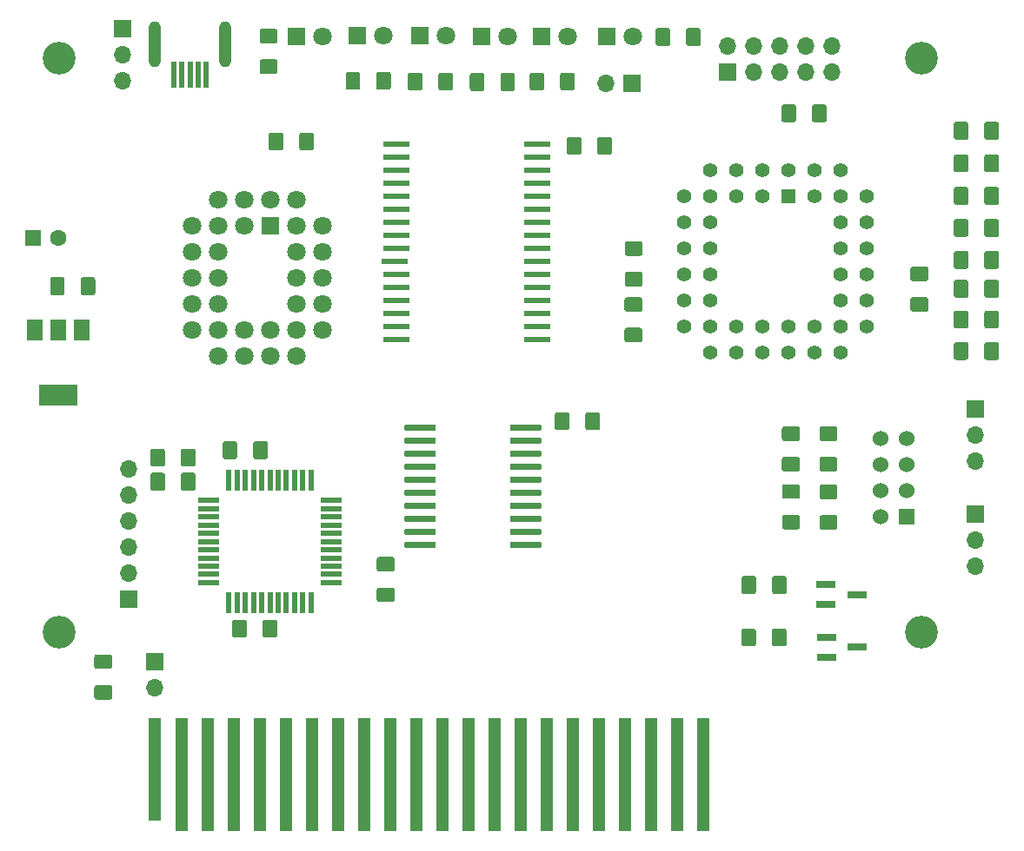
<source format=gbr>
G04 #@! TF.GenerationSoftware,KiCad,Pcbnew,(5.1.2-1)-1*
G04 #@! TF.CreationDate,2020-06-07T15:36:17+02:00*
G04 #@! TF.ProjectId,ElkWifi,456c6b57-6966-4692-9e6b-696361645f70,rev?*
G04 #@! TF.SameCoordinates,Original*
G04 #@! TF.FileFunction,Soldermask,Top*
G04 #@! TF.FilePolarity,Negative*
%FSLAX46Y46*%
G04 Gerber Fmt 4.6, Leading zero omitted, Abs format (unit mm)*
G04 Created by KiCad (PCBNEW (5.1.2-1)-1) date 2020-06-07 15:36:17*
%MOMM*%
%LPD*%
G04 APERTURE LIST*
%ADD10C,1.600000*%
%ADD11R,1.600000X1.600000*%
%ADD12C,1.524000*%
%ADD13R,1.524000X1.524000*%
%ADD14C,0.100000*%
%ADD15C,1.425000*%
%ADD16C,1.422400*%
%ADD17R,1.422400X1.422400*%
%ADD18R,1.270000X11.000000*%
%ADD19R,1.270000X10.000000*%
%ADD20O,1.200000X4.500000*%
%ADD21R,0.500000X2.500000*%
%ADD22O,1.700000X1.700000*%
%ADD23R,1.700000X1.700000*%
%ADD24C,1.800000*%
%ADD25R,1.800000X1.800000*%
%ADD26R,1.900000X0.800000*%
%ADD27R,2.600000X0.600000*%
%ADD28C,0.600000*%
%ADD29C,3.200000*%
%ADD30R,2.000000X0.550000*%
%ADD31R,0.550000X2.000000*%
%ADD32R,3.800000X2.000000*%
%ADD33R,1.500000X2.000000*%
G04 APERTURE END LIST*
D10*
X76947400Y-49580800D03*
D11*
X74447400Y-49580800D03*
D12*
X157078680Y-69100700D03*
X159618680Y-69100700D03*
X157078680Y-71640700D03*
X159618680Y-71640700D03*
X157078680Y-74180700D03*
X159618680Y-74180700D03*
X157078680Y-76720700D03*
D13*
X159618680Y-76720700D03*
D14*
G36*
X165369504Y-47716404D02*
G01*
X165393773Y-47720004D01*
X165417571Y-47725965D01*
X165440671Y-47734230D01*
X165462849Y-47744720D01*
X165483893Y-47757333D01*
X165503598Y-47771947D01*
X165521777Y-47788423D01*
X165538253Y-47806602D01*
X165552867Y-47826307D01*
X165565480Y-47847351D01*
X165575970Y-47869529D01*
X165584235Y-47892629D01*
X165590196Y-47916427D01*
X165593796Y-47940696D01*
X165595000Y-47965200D01*
X165595000Y-49215200D01*
X165593796Y-49239704D01*
X165590196Y-49263973D01*
X165584235Y-49287771D01*
X165575970Y-49310871D01*
X165565480Y-49333049D01*
X165552867Y-49354093D01*
X165538253Y-49373798D01*
X165521777Y-49391977D01*
X165503598Y-49408453D01*
X165483893Y-49423067D01*
X165462849Y-49435680D01*
X165440671Y-49446170D01*
X165417571Y-49454435D01*
X165393773Y-49460396D01*
X165369504Y-49463996D01*
X165345000Y-49465200D01*
X164420000Y-49465200D01*
X164395496Y-49463996D01*
X164371227Y-49460396D01*
X164347429Y-49454435D01*
X164324329Y-49446170D01*
X164302151Y-49435680D01*
X164281107Y-49423067D01*
X164261402Y-49408453D01*
X164243223Y-49391977D01*
X164226747Y-49373798D01*
X164212133Y-49354093D01*
X164199520Y-49333049D01*
X164189030Y-49310871D01*
X164180765Y-49287771D01*
X164174804Y-49263973D01*
X164171204Y-49239704D01*
X164170000Y-49215200D01*
X164170000Y-47965200D01*
X164171204Y-47940696D01*
X164174804Y-47916427D01*
X164180765Y-47892629D01*
X164189030Y-47869529D01*
X164199520Y-47847351D01*
X164212133Y-47826307D01*
X164226747Y-47806602D01*
X164243223Y-47788423D01*
X164261402Y-47771947D01*
X164281107Y-47757333D01*
X164302151Y-47744720D01*
X164324329Y-47734230D01*
X164347429Y-47725965D01*
X164371227Y-47720004D01*
X164395496Y-47716404D01*
X164420000Y-47715200D01*
X165345000Y-47715200D01*
X165369504Y-47716404D01*
X165369504Y-47716404D01*
G37*
D15*
X164882500Y-48590200D03*
D14*
G36*
X168344504Y-47716404D02*
G01*
X168368773Y-47720004D01*
X168392571Y-47725965D01*
X168415671Y-47734230D01*
X168437849Y-47744720D01*
X168458893Y-47757333D01*
X168478598Y-47771947D01*
X168496777Y-47788423D01*
X168513253Y-47806602D01*
X168527867Y-47826307D01*
X168540480Y-47847351D01*
X168550970Y-47869529D01*
X168559235Y-47892629D01*
X168565196Y-47916427D01*
X168568796Y-47940696D01*
X168570000Y-47965200D01*
X168570000Y-49215200D01*
X168568796Y-49239704D01*
X168565196Y-49263973D01*
X168559235Y-49287771D01*
X168550970Y-49310871D01*
X168540480Y-49333049D01*
X168527867Y-49354093D01*
X168513253Y-49373798D01*
X168496777Y-49391977D01*
X168478598Y-49408453D01*
X168458893Y-49423067D01*
X168437849Y-49435680D01*
X168415671Y-49446170D01*
X168392571Y-49454435D01*
X168368773Y-49460396D01*
X168344504Y-49463996D01*
X168320000Y-49465200D01*
X167395000Y-49465200D01*
X167370496Y-49463996D01*
X167346227Y-49460396D01*
X167322429Y-49454435D01*
X167299329Y-49446170D01*
X167277151Y-49435680D01*
X167256107Y-49423067D01*
X167236402Y-49408453D01*
X167218223Y-49391977D01*
X167201747Y-49373798D01*
X167187133Y-49354093D01*
X167174520Y-49333049D01*
X167164030Y-49310871D01*
X167155765Y-49287771D01*
X167149804Y-49263973D01*
X167146204Y-49239704D01*
X167145000Y-49215200D01*
X167145000Y-47965200D01*
X167146204Y-47940696D01*
X167149804Y-47916427D01*
X167155765Y-47892629D01*
X167164030Y-47869529D01*
X167174520Y-47847351D01*
X167187133Y-47826307D01*
X167201747Y-47806602D01*
X167218223Y-47788423D01*
X167236402Y-47771947D01*
X167256107Y-47757333D01*
X167277151Y-47744720D01*
X167299329Y-47734230D01*
X167322429Y-47725965D01*
X167346227Y-47720004D01*
X167370496Y-47716404D01*
X167395000Y-47715200D01*
X168320000Y-47715200D01*
X168344504Y-47716404D01*
X168344504Y-47716404D01*
G37*
D15*
X167857500Y-48590200D03*
D16*
X155702000Y-45466000D03*
X155702000Y-48006000D03*
X155702000Y-50546000D03*
X155702000Y-53086000D03*
X155702000Y-55626000D03*
X153162000Y-42926000D03*
X153162000Y-48006000D03*
X153162000Y-50546000D03*
X153162000Y-53086000D03*
X153162000Y-55626000D03*
X153162000Y-58166000D03*
X153162000Y-60706000D03*
X150622000Y-60706000D03*
X148082000Y-60706000D03*
X145542000Y-60706000D03*
X143002000Y-60706000D03*
X140462000Y-60706000D03*
X155702000Y-58166000D03*
X150622000Y-58166000D03*
X148082000Y-58166000D03*
X145542000Y-58166000D03*
X143002000Y-58166000D03*
X140462000Y-58166000D03*
X137922000Y-58166000D03*
X137922000Y-55626000D03*
X137922000Y-53086000D03*
X137922000Y-50546000D03*
X137922000Y-48006000D03*
X137922000Y-45466000D03*
X140462000Y-55626000D03*
X140462000Y-53086000D03*
X140462000Y-50546000D03*
X140462000Y-48006000D03*
X140462000Y-45466000D03*
X150622000Y-42926000D03*
X148082000Y-42926000D03*
X140462000Y-42926000D03*
X143002000Y-42926000D03*
X145542000Y-42926000D03*
X153162000Y-45466000D03*
X150622000Y-45466000D03*
X143002000Y-45466000D03*
X145542000Y-45466000D03*
D17*
X148082000Y-45466000D03*
D18*
X139748260Y-101861620D03*
X137208260Y-101861620D03*
X134668260Y-101861620D03*
X132128260Y-101861620D03*
X129588260Y-101861620D03*
X127048260Y-101861620D03*
X124508260Y-101861620D03*
X121968260Y-101861620D03*
X119428260Y-101861620D03*
X116888260Y-101861620D03*
X114348260Y-101861620D03*
X111808260Y-101861620D03*
X109268260Y-101861620D03*
X106728260Y-101861620D03*
X104188260Y-101861620D03*
X101648260Y-101861620D03*
X99108260Y-101861620D03*
X96568260Y-101861620D03*
X94028260Y-101861620D03*
X91488260Y-101861620D03*
X88948260Y-101861620D03*
D19*
X86357460Y-101345620D03*
D20*
X86347300Y-30683200D03*
X93205300Y-30683200D03*
D21*
X88176300Y-33604200D03*
X91376300Y-33604200D03*
X89776300Y-33604200D03*
X90538300Y-33604200D03*
X88976300Y-33604200D03*
D22*
X86357460Y-93454220D03*
D23*
X86357460Y-90914220D03*
D22*
X83195160Y-34274760D03*
X83195160Y-31734760D03*
D23*
X83195160Y-29194760D03*
D14*
G36*
X139302144Y-29093124D02*
G01*
X139326413Y-29096724D01*
X139350211Y-29102685D01*
X139373311Y-29110950D01*
X139395489Y-29121440D01*
X139416533Y-29134053D01*
X139436238Y-29148667D01*
X139454417Y-29165143D01*
X139470893Y-29183322D01*
X139485507Y-29203027D01*
X139498120Y-29224071D01*
X139508610Y-29246249D01*
X139516875Y-29269349D01*
X139522836Y-29293147D01*
X139526436Y-29317416D01*
X139527640Y-29341920D01*
X139527640Y-30591920D01*
X139526436Y-30616424D01*
X139522836Y-30640693D01*
X139516875Y-30664491D01*
X139508610Y-30687591D01*
X139498120Y-30709769D01*
X139485507Y-30730813D01*
X139470893Y-30750518D01*
X139454417Y-30768697D01*
X139436238Y-30785173D01*
X139416533Y-30799787D01*
X139395489Y-30812400D01*
X139373311Y-30822890D01*
X139350211Y-30831155D01*
X139326413Y-30837116D01*
X139302144Y-30840716D01*
X139277640Y-30841920D01*
X138352640Y-30841920D01*
X138328136Y-30840716D01*
X138303867Y-30837116D01*
X138280069Y-30831155D01*
X138256969Y-30822890D01*
X138234791Y-30812400D01*
X138213747Y-30799787D01*
X138194042Y-30785173D01*
X138175863Y-30768697D01*
X138159387Y-30750518D01*
X138144773Y-30730813D01*
X138132160Y-30709769D01*
X138121670Y-30687591D01*
X138113405Y-30664491D01*
X138107444Y-30640693D01*
X138103844Y-30616424D01*
X138102640Y-30591920D01*
X138102640Y-29341920D01*
X138103844Y-29317416D01*
X138107444Y-29293147D01*
X138113405Y-29269349D01*
X138121670Y-29246249D01*
X138132160Y-29224071D01*
X138144773Y-29203027D01*
X138159387Y-29183322D01*
X138175863Y-29165143D01*
X138194042Y-29148667D01*
X138213747Y-29134053D01*
X138234791Y-29121440D01*
X138256969Y-29110950D01*
X138280069Y-29102685D01*
X138303867Y-29096724D01*
X138328136Y-29093124D01*
X138352640Y-29091920D01*
X139277640Y-29091920D01*
X139302144Y-29093124D01*
X139302144Y-29093124D01*
G37*
D15*
X138815140Y-29966920D03*
D14*
G36*
X136327144Y-29093124D02*
G01*
X136351413Y-29096724D01*
X136375211Y-29102685D01*
X136398311Y-29110950D01*
X136420489Y-29121440D01*
X136441533Y-29134053D01*
X136461238Y-29148667D01*
X136479417Y-29165143D01*
X136495893Y-29183322D01*
X136510507Y-29203027D01*
X136523120Y-29224071D01*
X136533610Y-29246249D01*
X136541875Y-29269349D01*
X136547836Y-29293147D01*
X136551436Y-29317416D01*
X136552640Y-29341920D01*
X136552640Y-30591920D01*
X136551436Y-30616424D01*
X136547836Y-30640693D01*
X136541875Y-30664491D01*
X136533610Y-30687591D01*
X136523120Y-30709769D01*
X136510507Y-30730813D01*
X136495893Y-30750518D01*
X136479417Y-30768697D01*
X136461238Y-30785173D01*
X136441533Y-30799787D01*
X136420489Y-30812400D01*
X136398311Y-30822890D01*
X136375211Y-30831155D01*
X136351413Y-30837116D01*
X136327144Y-30840716D01*
X136302640Y-30841920D01*
X135377640Y-30841920D01*
X135353136Y-30840716D01*
X135328867Y-30837116D01*
X135305069Y-30831155D01*
X135281969Y-30822890D01*
X135259791Y-30812400D01*
X135238747Y-30799787D01*
X135219042Y-30785173D01*
X135200863Y-30768697D01*
X135184387Y-30750518D01*
X135169773Y-30730813D01*
X135157160Y-30709769D01*
X135146670Y-30687591D01*
X135138405Y-30664491D01*
X135132444Y-30640693D01*
X135128844Y-30616424D01*
X135127640Y-30591920D01*
X135127640Y-29341920D01*
X135128844Y-29317416D01*
X135132444Y-29293147D01*
X135138405Y-29269349D01*
X135146670Y-29246249D01*
X135157160Y-29224071D01*
X135169773Y-29203027D01*
X135184387Y-29183322D01*
X135200863Y-29165143D01*
X135219042Y-29148667D01*
X135238747Y-29134053D01*
X135259791Y-29121440D01*
X135281969Y-29110950D01*
X135305069Y-29102685D01*
X135328867Y-29096724D01*
X135353136Y-29093124D01*
X135377640Y-29091920D01*
X136302640Y-29091920D01*
X136327144Y-29093124D01*
X136327144Y-29093124D01*
G37*
D15*
X135840140Y-29966920D03*
D14*
G36*
X98071204Y-32152824D02*
G01*
X98095473Y-32156424D01*
X98119271Y-32162385D01*
X98142371Y-32170650D01*
X98164549Y-32181140D01*
X98185593Y-32193753D01*
X98205298Y-32208367D01*
X98223477Y-32224843D01*
X98239953Y-32243022D01*
X98254567Y-32262727D01*
X98267180Y-32283771D01*
X98277670Y-32305949D01*
X98285935Y-32329049D01*
X98291896Y-32352847D01*
X98295496Y-32377116D01*
X98296700Y-32401620D01*
X98296700Y-33326620D01*
X98295496Y-33351124D01*
X98291896Y-33375393D01*
X98285935Y-33399191D01*
X98277670Y-33422291D01*
X98267180Y-33444469D01*
X98254567Y-33465513D01*
X98239953Y-33485218D01*
X98223477Y-33503397D01*
X98205298Y-33519873D01*
X98185593Y-33534487D01*
X98164549Y-33547100D01*
X98142371Y-33557590D01*
X98119271Y-33565855D01*
X98095473Y-33571816D01*
X98071204Y-33575416D01*
X98046700Y-33576620D01*
X96796700Y-33576620D01*
X96772196Y-33575416D01*
X96747927Y-33571816D01*
X96724129Y-33565855D01*
X96701029Y-33557590D01*
X96678851Y-33547100D01*
X96657807Y-33534487D01*
X96638102Y-33519873D01*
X96619923Y-33503397D01*
X96603447Y-33485218D01*
X96588833Y-33465513D01*
X96576220Y-33444469D01*
X96565730Y-33422291D01*
X96557465Y-33399191D01*
X96551504Y-33375393D01*
X96547904Y-33351124D01*
X96546700Y-33326620D01*
X96546700Y-32401620D01*
X96547904Y-32377116D01*
X96551504Y-32352847D01*
X96557465Y-32329049D01*
X96565730Y-32305949D01*
X96576220Y-32283771D01*
X96588833Y-32262727D01*
X96603447Y-32243022D01*
X96619923Y-32224843D01*
X96638102Y-32208367D01*
X96657807Y-32193753D01*
X96678851Y-32181140D01*
X96701029Y-32170650D01*
X96724129Y-32162385D01*
X96747927Y-32156424D01*
X96772196Y-32152824D01*
X96796700Y-32151620D01*
X98046700Y-32151620D01*
X98071204Y-32152824D01*
X98071204Y-32152824D01*
G37*
D15*
X97421700Y-32864120D03*
D14*
G36*
X98071204Y-29177824D02*
G01*
X98095473Y-29181424D01*
X98119271Y-29187385D01*
X98142371Y-29195650D01*
X98164549Y-29206140D01*
X98185593Y-29218753D01*
X98205298Y-29233367D01*
X98223477Y-29249843D01*
X98239953Y-29268022D01*
X98254567Y-29287727D01*
X98267180Y-29308771D01*
X98277670Y-29330949D01*
X98285935Y-29354049D01*
X98291896Y-29377847D01*
X98295496Y-29402116D01*
X98296700Y-29426620D01*
X98296700Y-30351620D01*
X98295496Y-30376124D01*
X98291896Y-30400393D01*
X98285935Y-30424191D01*
X98277670Y-30447291D01*
X98267180Y-30469469D01*
X98254567Y-30490513D01*
X98239953Y-30510218D01*
X98223477Y-30528397D01*
X98205298Y-30544873D01*
X98185593Y-30559487D01*
X98164549Y-30572100D01*
X98142371Y-30582590D01*
X98119271Y-30590855D01*
X98095473Y-30596816D01*
X98071204Y-30600416D01*
X98046700Y-30601620D01*
X96796700Y-30601620D01*
X96772196Y-30600416D01*
X96747927Y-30596816D01*
X96724129Y-30590855D01*
X96701029Y-30582590D01*
X96678851Y-30572100D01*
X96657807Y-30559487D01*
X96638102Y-30544873D01*
X96619923Y-30528397D01*
X96603447Y-30510218D01*
X96588833Y-30490513D01*
X96576220Y-30469469D01*
X96565730Y-30447291D01*
X96557465Y-30424191D01*
X96551504Y-30400393D01*
X96547904Y-30376124D01*
X96546700Y-30351620D01*
X96546700Y-29426620D01*
X96547904Y-29402116D01*
X96551504Y-29377847D01*
X96557465Y-29354049D01*
X96565730Y-29330949D01*
X96576220Y-29308771D01*
X96588833Y-29287727D01*
X96603447Y-29268022D01*
X96619923Y-29249843D01*
X96638102Y-29233367D01*
X96657807Y-29218753D01*
X96678851Y-29206140D01*
X96701029Y-29195650D01*
X96724129Y-29187385D01*
X96747927Y-29181424D01*
X96772196Y-29177824D01*
X96796700Y-29176620D01*
X98046700Y-29176620D01*
X98071204Y-29177824D01*
X98071204Y-29177824D01*
G37*
D15*
X97421700Y-29889120D03*
D24*
X102661720Y-29885640D03*
D25*
X100121720Y-29885640D03*
D14*
G36*
X77350884Y-53395844D02*
G01*
X77375153Y-53399444D01*
X77398951Y-53405405D01*
X77422051Y-53413670D01*
X77444229Y-53424160D01*
X77465273Y-53436773D01*
X77484978Y-53451387D01*
X77503157Y-53467863D01*
X77519633Y-53486042D01*
X77534247Y-53505747D01*
X77546860Y-53526791D01*
X77557350Y-53548969D01*
X77565615Y-53572069D01*
X77571576Y-53595867D01*
X77575176Y-53620136D01*
X77576380Y-53644640D01*
X77576380Y-54894640D01*
X77575176Y-54919144D01*
X77571576Y-54943413D01*
X77565615Y-54967211D01*
X77557350Y-54990311D01*
X77546860Y-55012489D01*
X77534247Y-55033533D01*
X77519633Y-55053238D01*
X77503157Y-55071417D01*
X77484978Y-55087893D01*
X77465273Y-55102507D01*
X77444229Y-55115120D01*
X77422051Y-55125610D01*
X77398951Y-55133875D01*
X77375153Y-55139836D01*
X77350884Y-55143436D01*
X77326380Y-55144640D01*
X76401380Y-55144640D01*
X76376876Y-55143436D01*
X76352607Y-55139836D01*
X76328809Y-55133875D01*
X76305709Y-55125610D01*
X76283531Y-55115120D01*
X76262487Y-55102507D01*
X76242782Y-55087893D01*
X76224603Y-55071417D01*
X76208127Y-55053238D01*
X76193513Y-55033533D01*
X76180900Y-55012489D01*
X76170410Y-54990311D01*
X76162145Y-54967211D01*
X76156184Y-54943413D01*
X76152584Y-54919144D01*
X76151380Y-54894640D01*
X76151380Y-53644640D01*
X76152584Y-53620136D01*
X76156184Y-53595867D01*
X76162145Y-53572069D01*
X76170410Y-53548969D01*
X76180900Y-53526791D01*
X76193513Y-53505747D01*
X76208127Y-53486042D01*
X76224603Y-53467863D01*
X76242782Y-53451387D01*
X76262487Y-53436773D01*
X76283531Y-53424160D01*
X76305709Y-53413670D01*
X76328809Y-53405405D01*
X76352607Y-53399444D01*
X76376876Y-53395844D01*
X76401380Y-53394640D01*
X77326380Y-53394640D01*
X77350884Y-53395844D01*
X77350884Y-53395844D01*
G37*
D15*
X76863880Y-54269640D03*
D14*
G36*
X80325884Y-53395844D02*
G01*
X80350153Y-53399444D01*
X80373951Y-53405405D01*
X80397051Y-53413670D01*
X80419229Y-53424160D01*
X80440273Y-53436773D01*
X80459978Y-53451387D01*
X80478157Y-53467863D01*
X80494633Y-53486042D01*
X80509247Y-53505747D01*
X80521860Y-53526791D01*
X80532350Y-53548969D01*
X80540615Y-53572069D01*
X80546576Y-53595867D01*
X80550176Y-53620136D01*
X80551380Y-53644640D01*
X80551380Y-54894640D01*
X80550176Y-54919144D01*
X80546576Y-54943413D01*
X80540615Y-54967211D01*
X80532350Y-54990311D01*
X80521860Y-55012489D01*
X80509247Y-55033533D01*
X80494633Y-55053238D01*
X80478157Y-55071417D01*
X80459978Y-55087893D01*
X80440273Y-55102507D01*
X80419229Y-55115120D01*
X80397051Y-55125610D01*
X80373951Y-55133875D01*
X80350153Y-55139836D01*
X80325884Y-55143436D01*
X80301380Y-55144640D01*
X79376380Y-55144640D01*
X79351876Y-55143436D01*
X79327607Y-55139836D01*
X79303809Y-55133875D01*
X79280709Y-55125610D01*
X79258531Y-55115120D01*
X79237487Y-55102507D01*
X79217782Y-55087893D01*
X79199603Y-55071417D01*
X79183127Y-55053238D01*
X79168513Y-55033533D01*
X79155900Y-55012489D01*
X79145410Y-54990311D01*
X79137145Y-54967211D01*
X79131184Y-54943413D01*
X79127584Y-54919144D01*
X79126380Y-54894640D01*
X79126380Y-53644640D01*
X79127584Y-53620136D01*
X79131184Y-53595867D01*
X79137145Y-53572069D01*
X79145410Y-53548969D01*
X79155900Y-53526791D01*
X79168513Y-53505747D01*
X79183127Y-53486042D01*
X79199603Y-53467863D01*
X79217782Y-53451387D01*
X79237487Y-53436773D01*
X79258531Y-53424160D01*
X79280709Y-53413670D01*
X79303809Y-53405405D01*
X79327607Y-53399444D01*
X79351876Y-53395844D01*
X79376380Y-53394640D01*
X80301380Y-53394640D01*
X80325884Y-53395844D01*
X80325884Y-53395844D01*
G37*
D15*
X79838880Y-54269640D03*
D26*
X154743280Y-84328000D03*
X151743280Y-85278000D03*
X151743280Y-83378000D03*
X154789000Y-89476580D03*
X151789000Y-90426580D03*
X151789000Y-88526580D03*
D14*
G36*
X90089644Y-72458544D02*
G01*
X90113913Y-72462144D01*
X90137711Y-72468105D01*
X90160811Y-72476370D01*
X90182989Y-72486860D01*
X90204033Y-72499473D01*
X90223738Y-72514087D01*
X90241917Y-72530563D01*
X90258393Y-72548742D01*
X90273007Y-72568447D01*
X90285620Y-72589491D01*
X90296110Y-72611669D01*
X90304375Y-72634769D01*
X90310336Y-72658567D01*
X90313936Y-72682836D01*
X90315140Y-72707340D01*
X90315140Y-73957340D01*
X90313936Y-73981844D01*
X90310336Y-74006113D01*
X90304375Y-74029911D01*
X90296110Y-74053011D01*
X90285620Y-74075189D01*
X90273007Y-74096233D01*
X90258393Y-74115938D01*
X90241917Y-74134117D01*
X90223738Y-74150593D01*
X90204033Y-74165207D01*
X90182989Y-74177820D01*
X90160811Y-74188310D01*
X90137711Y-74196575D01*
X90113913Y-74202536D01*
X90089644Y-74206136D01*
X90065140Y-74207340D01*
X89140140Y-74207340D01*
X89115636Y-74206136D01*
X89091367Y-74202536D01*
X89067569Y-74196575D01*
X89044469Y-74188310D01*
X89022291Y-74177820D01*
X89001247Y-74165207D01*
X88981542Y-74150593D01*
X88963363Y-74134117D01*
X88946887Y-74115938D01*
X88932273Y-74096233D01*
X88919660Y-74075189D01*
X88909170Y-74053011D01*
X88900905Y-74029911D01*
X88894944Y-74006113D01*
X88891344Y-73981844D01*
X88890140Y-73957340D01*
X88890140Y-72707340D01*
X88891344Y-72682836D01*
X88894944Y-72658567D01*
X88900905Y-72634769D01*
X88909170Y-72611669D01*
X88919660Y-72589491D01*
X88932273Y-72568447D01*
X88946887Y-72548742D01*
X88963363Y-72530563D01*
X88981542Y-72514087D01*
X89001247Y-72499473D01*
X89022291Y-72486860D01*
X89044469Y-72476370D01*
X89067569Y-72468105D01*
X89091367Y-72462144D01*
X89115636Y-72458544D01*
X89140140Y-72457340D01*
X90065140Y-72457340D01*
X90089644Y-72458544D01*
X90089644Y-72458544D01*
G37*
D15*
X89602640Y-73332340D03*
D14*
G36*
X87114644Y-72458544D02*
G01*
X87138913Y-72462144D01*
X87162711Y-72468105D01*
X87185811Y-72476370D01*
X87207989Y-72486860D01*
X87229033Y-72499473D01*
X87248738Y-72514087D01*
X87266917Y-72530563D01*
X87283393Y-72548742D01*
X87298007Y-72568447D01*
X87310620Y-72589491D01*
X87321110Y-72611669D01*
X87329375Y-72634769D01*
X87335336Y-72658567D01*
X87338936Y-72682836D01*
X87340140Y-72707340D01*
X87340140Y-73957340D01*
X87338936Y-73981844D01*
X87335336Y-74006113D01*
X87329375Y-74029911D01*
X87321110Y-74053011D01*
X87310620Y-74075189D01*
X87298007Y-74096233D01*
X87283393Y-74115938D01*
X87266917Y-74134117D01*
X87248738Y-74150593D01*
X87229033Y-74165207D01*
X87207989Y-74177820D01*
X87185811Y-74188310D01*
X87162711Y-74196575D01*
X87138913Y-74202536D01*
X87114644Y-74206136D01*
X87090140Y-74207340D01*
X86165140Y-74207340D01*
X86140636Y-74206136D01*
X86116367Y-74202536D01*
X86092569Y-74196575D01*
X86069469Y-74188310D01*
X86047291Y-74177820D01*
X86026247Y-74165207D01*
X86006542Y-74150593D01*
X85988363Y-74134117D01*
X85971887Y-74115938D01*
X85957273Y-74096233D01*
X85944660Y-74075189D01*
X85934170Y-74053011D01*
X85925905Y-74029911D01*
X85919944Y-74006113D01*
X85916344Y-73981844D01*
X85915140Y-73957340D01*
X85915140Y-72707340D01*
X85916344Y-72682836D01*
X85919944Y-72658567D01*
X85925905Y-72634769D01*
X85934170Y-72611669D01*
X85944660Y-72589491D01*
X85957273Y-72568447D01*
X85971887Y-72548742D01*
X85988363Y-72530563D01*
X86006542Y-72514087D01*
X86026247Y-72499473D01*
X86047291Y-72486860D01*
X86069469Y-72476370D01*
X86092569Y-72468105D01*
X86116367Y-72462144D01*
X86140636Y-72458544D01*
X86165140Y-72457340D01*
X87090140Y-72457340D01*
X87114644Y-72458544D01*
X87114644Y-72458544D01*
G37*
D15*
X86627640Y-73332340D03*
D24*
X102692200Y-48387000D03*
X102692200Y-50927000D03*
X102692200Y-53467000D03*
X102692200Y-56007000D03*
X102692200Y-58547000D03*
X100152200Y-50927000D03*
X100152200Y-53467000D03*
X100152200Y-56007000D03*
X100152200Y-61087000D03*
X97612200Y-61087000D03*
X95072200Y-61087000D03*
X92532200Y-61087000D03*
X100152200Y-58547000D03*
X97612200Y-58547000D03*
X95072200Y-58547000D03*
X92532200Y-58547000D03*
X89992200Y-58547000D03*
X89992200Y-56007000D03*
X89992200Y-53467000D03*
X89992200Y-50927000D03*
X89992200Y-48387000D03*
X92532200Y-56007000D03*
X92532200Y-53467000D03*
X92532200Y-50927000D03*
X92532200Y-48387000D03*
X100152200Y-45847000D03*
X97612200Y-45847000D03*
X92532200Y-45847000D03*
X95072200Y-45847000D03*
X102692200Y-48387000D03*
X100152200Y-48387000D03*
X95072200Y-48387000D03*
D25*
X97612200Y-48387000D03*
D27*
X123563380Y-40393620D03*
X123567380Y-41663620D03*
X123567380Y-42933620D03*
X123567380Y-44203620D03*
X123567380Y-45473620D03*
X123567380Y-46743620D03*
X123567380Y-48013620D03*
X123567380Y-49293620D03*
X123567380Y-50543620D03*
X123567380Y-51823620D03*
X123567380Y-53093620D03*
X123567380Y-54363620D03*
X123567380Y-55633620D03*
X123567380Y-56903620D03*
X123567380Y-58173620D03*
X123567380Y-59443620D03*
X109843380Y-59443620D03*
X109843380Y-58173620D03*
X109843380Y-56903620D03*
X109843380Y-55633620D03*
X109843380Y-54363620D03*
X109843380Y-53093620D03*
X109743380Y-51823620D03*
X109843380Y-50543620D03*
X109843380Y-49293620D03*
X109843380Y-48013620D03*
X109843380Y-46743620D03*
X109843380Y-45473620D03*
X109843380Y-44203620D03*
X109843380Y-42933620D03*
X109843380Y-41663620D03*
X109843380Y-40393620D03*
D14*
G36*
X123867383Y-67762562D02*
G01*
X123881944Y-67764722D01*
X123896223Y-67768299D01*
X123910083Y-67773258D01*
X123923390Y-67779552D01*
X123936016Y-67787120D01*
X123947839Y-67795888D01*
X123958746Y-67805774D01*
X123968632Y-67816681D01*
X123977400Y-67828504D01*
X123984968Y-67841130D01*
X123991262Y-67854437D01*
X123996221Y-67868297D01*
X123999798Y-67882576D01*
X124001958Y-67897137D01*
X124002680Y-67911840D01*
X124002680Y-68211840D01*
X124001958Y-68226543D01*
X123999798Y-68241104D01*
X123996221Y-68255383D01*
X123991262Y-68269243D01*
X123984968Y-68282550D01*
X123977400Y-68295176D01*
X123968632Y-68306999D01*
X123958746Y-68317906D01*
X123947839Y-68327792D01*
X123936016Y-68336560D01*
X123923390Y-68344128D01*
X123910083Y-68350422D01*
X123896223Y-68355381D01*
X123881944Y-68358958D01*
X123867383Y-68361118D01*
X123852680Y-68361840D01*
X121102680Y-68361840D01*
X121087977Y-68361118D01*
X121073416Y-68358958D01*
X121059137Y-68355381D01*
X121045277Y-68350422D01*
X121031970Y-68344128D01*
X121019344Y-68336560D01*
X121007521Y-68327792D01*
X120996614Y-68317906D01*
X120986728Y-68306999D01*
X120977960Y-68295176D01*
X120970392Y-68282550D01*
X120964098Y-68269243D01*
X120959139Y-68255383D01*
X120955562Y-68241104D01*
X120953402Y-68226543D01*
X120952680Y-68211840D01*
X120952680Y-67911840D01*
X120953402Y-67897137D01*
X120955562Y-67882576D01*
X120959139Y-67868297D01*
X120964098Y-67854437D01*
X120970392Y-67841130D01*
X120977960Y-67828504D01*
X120986728Y-67816681D01*
X120996614Y-67805774D01*
X121007521Y-67795888D01*
X121019344Y-67787120D01*
X121031970Y-67779552D01*
X121045277Y-67773258D01*
X121059137Y-67768299D01*
X121073416Y-67764722D01*
X121087977Y-67762562D01*
X121102680Y-67761840D01*
X123852680Y-67761840D01*
X123867383Y-67762562D01*
X123867383Y-67762562D01*
G37*
D28*
X122477680Y-68061840D03*
D14*
G36*
X123867383Y-69032562D02*
G01*
X123881944Y-69034722D01*
X123896223Y-69038299D01*
X123910083Y-69043258D01*
X123923390Y-69049552D01*
X123936016Y-69057120D01*
X123947839Y-69065888D01*
X123958746Y-69075774D01*
X123968632Y-69086681D01*
X123977400Y-69098504D01*
X123984968Y-69111130D01*
X123991262Y-69124437D01*
X123996221Y-69138297D01*
X123999798Y-69152576D01*
X124001958Y-69167137D01*
X124002680Y-69181840D01*
X124002680Y-69481840D01*
X124001958Y-69496543D01*
X123999798Y-69511104D01*
X123996221Y-69525383D01*
X123991262Y-69539243D01*
X123984968Y-69552550D01*
X123977400Y-69565176D01*
X123968632Y-69576999D01*
X123958746Y-69587906D01*
X123947839Y-69597792D01*
X123936016Y-69606560D01*
X123923390Y-69614128D01*
X123910083Y-69620422D01*
X123896223Y-69625381D01*
X123881944Y-69628958D01*
X123867383Y-69631118D01*
X123852680Y-69631840D01*
X121102680Y-69631840D01*
X121087977Y-69631118D01*
X121073416Y-69628958D01*
X121059137Y-69625381D01*
X121045277Y-69620422D01*
X121031970Y-69614128D01*
X121019344Y-69606560D01*
X121007521Y-69597792D01*
X120996614Y-69587906D01*
X120986728Y-69576999D01*
X120977960Y-69565176D01*
X120970392Y-69552550D01*
X120964098Y-69539243D01*
X120959139Y-69525383D01*
X120955562Y-69511104D01*
X120953402Y-69496543D01*
X120952680Y-69481840D01*
X120952680Y-69181840D01*
X120953402Y-69167137D01*
X120955562Y-69152576D01*
X120959139Y-69138297D01*
X120964098Y-69124437D01*
X120970392Y-69111130D01*
X120977960Y-69098504D01*
X120986728Y-69086681D01*
X120996614Y-69075774D01*
X121007521Y-69065888D01*
X121019344Y-69057120D01*
X121031970Y-69049552D01*
X121045277Y-69043258D01*
X121059137Y-69038299D01*
X121073416Y-69034722D01*
X121087977Y-69032562D01*
X121102680Y-69031840D01*
X123852680Y-69031840D01*
X123867383Y-69032562D01*
X123867383Y-69032562D01*
G37*
D28*
X122477680Y-69331840D03*
D14*
G36*
X123867383Y-70302562D02*
G01*
X123881944Y-70304722D01*
X123896223Y-70308299D01*
X123910083Y-70313258D01*
X123923390Y-70319552D01*
X123936016Y-70327120D01*
X123947839Y-70335888D01*
X123958746Y-70345774D01*
X123968632Y-70356681D01*
X123977400Y-70368504D01*
X123984968Y-70381130D01*
X123991262Y-70394437D01*
X123996221Y-70408297D01*
X123999798Y-70422576D01*
X124001958Y-70437137D01*
X124002680Y-70451840D01*
X124002680Y-70751840D01*
X124001958Y-70766543D01*
X123999798Y-70781104D01*
X123996221Y-70795383D01*
X123991262Y-70809243D01*
X123984968Y-70822550D01*
X123977400Y-70835176D01*
X123968632Y-70846999D01*
X123958746Y-70857906D01*
X123947839Y-70867792D01*
X123936016Y-70876560D01*
X123923390Y-70884128D01*
X123910083Y-70890422D01*
X123896223Y-70895381D01*
X123881944Y-70898958D01*
X123867383Y-70901118D01*
X123852680Y-70901840D01*
X121102680Y-70901840D01*
X121087977Y-70901118D01*
X121073416Y-70898958D01*
X121059137Y-70895381D01*
X121045277Y-70890422D01*
X121031970Y-70884128D01*
X121019344Y-70876560D01*
X121007521Y-70867792D01*
X120996614Y-70857906D01*
X120986728Y-70846999D01*
X120977960Y-70835176D01*
X120970392Y-70822550D01*
X120964098Y-70809243D01*
X120959139Y-70795383D01*
X120955562Y-70781104D01*
X120953402Y-70766543D01*
X120952680Y-70751840D01*
X120952680Y-70451840D01*
X120953402Y-70437137D01*
X120955562Y-70422576D01*
X120959139Y-70408297D01*
X120964098Y-70394437D01*
X120970392Y-70381130D01*
X120977960Y-70368504D01*
X120986728Y-70356681D01*
X120996614Y-70345774D01*
X121007521Y-70335888D01*
X121019344Y-70327120D01*
X121031970Y-70319552D01*
X121045277Y-70313258D01*
X121059137Y-70308299D01*
X121073416Y-70304722D01*
X121087977Y-70302562D01*
X121102680Y-70301840D01*
X123852680Y-70301840D01*
X123867383Y-70302562D01*
X123867383Y-70302562D01*
G37*
D28*
X122477680Y-70601840D03*
D14*
G36*
X123867383Y-71572562D02*
G01*
X123881944Y-71574722D01*
X123896223Y-71578299D01*
X123910083Y-71583258D01*
X123923390Y-71589552D01*
X123936016Y-71597120D01*
X123947839Y-71605888D01*
X123958746Y-71615774D01*
X123968632Y-71626681D01*
X123977400Y-71638504D01*
X123984968Y-71651130D01*
X123991262Y-71664437D01*
X123996221Y-71678297D01*
X123999798Y-71692576D01*
X124001958Y-71707137D01*
X124002680Y-71721840D01*
X124002680Y-72021840D01*
X124001958Y-72036543D01*
X123999798Y-72051104D01*
X123996221Y-72065383D01*
X123991262Y-72079243D01*
X123984968Y-72092550D01*
X123977400Y-72105176D01*
X123968632Y-72116999D01*
X123958746Y-72127906D01*
X123947839Y-72137792D01*
X123936016Y-72146560D01*
X123923390Y-72154128D01*
X123910083Y-72160422D01*
X123896223Y-72165381D01*
X123881944Y-72168958D01*
X123867383Y-72171118D01*
X123852680Y-72171840D01*
X121102680Y-72171840D01*
X121087977Y-72171118D01*
X121073416Y-72168958D01*
X121059137Y-72165381D01*
X121045277Y-72160422D01*
X121031970Y-72154128D01*
X121019344Y-72146560D01*
X121007521Y-72137792D01*
X120996614Y-72127906D01*
X120986728Y-72116999D01*
X120977960Y-72105176D01*
X120970392Y-72092550D01*
X120964098Y-72079243D01*
X120959139Y-72065383D01*
X120955562Y-72051104D01*
X120953402Y-72036543D01*
X120952680Y-72021840D01*
X120952680Y-71721840D01*
X120953402Y-71707137D01*
X120955562Y-71692576D01*
X120959139Y-71678297D01*
X120964098Y-71664437D01*
X120970392Y-71651130D01*
X120977960Y-71638504D01*
X120986728Y-71626681D01*
X120996614Y-71615774D01*
X121007521Y-71605888D01*
X121019344Y-71597120D01*
X121031970Y-71589552D01*
X121045277Y-71583258D01*
X121059137Y-71578299D01*
X121073416Y-71574722D01*
X121087977Y-71572562D01*
X121102680Y-71571840D01*
X123852680Y-71571840D01*
X123867383Y-71572562D01*
X123867383Y-71572562D01*
G37*
D28*
X122477680Y-71871840D03*
D14*
G36*
X123867383Y-72842562D02*
G01*
X123881944Y-72844722D01*
X123896223Y-72848299D01*
X123910083Y-72853258D01*
X123923390Y-72859552D01*
X123936016Y-72867120D01*
X123947839Y-72875888D01*
X123958746Y-72885774D01*
X123968632Y-72896681D01*
X123977400Y-72908504D01*
X123984968Y-72921130D01*
X123991262Y-72934437D01*
X123996221Y-72948297D01*
X123999798Y-72962576D01*
X124001958Y-72977137D01*
X124002680Y-72991840D01*
X124002680Y-73291840D01*
X124001958Y-73306543D01*
X123999798Y-73321104D01*
X123996221Y-73335383D01*
X123991262Y-73349243D01*
X123984968Y-73362550D01*
X123977400Y-73375176D01*
X123968632Y-73386999D01*
X123958746Y-73397906D01*
X123947839Y-73407792D01*
X123936016Y-73416560D01*
X123923390Y-73424128D01*
X123910083Y-73430422D01*
X123896223Y-73435381D01*
X123881944Y-73438958D01*
X123867383Y-73441118D01*
X123852680Y-73441840D01*
X121102680Y-73441840D01*
X121087977Y-73441118D01*
X121073416Y-73438958D01*
X121059137Y-73435381D01*
X121045277Y-73430422D01*
X121031970Y-73424128D01*
X121019344Y-73416560D01*
X121007521Y-73407792D01*
X120996614Y-73397906D01*
X120986728Y-73386999D01*
X120977960Y-73375176D01*
X120970392Y-73362550D01*
X120964098Y-73349243D01*
X120959139Y-73335383D01*
X120955562Y-73321104D01*
X120953402Y-73306543D01*
X120952680Y-73291840D01*
X120952680Y-72991840D01*
X120953402Y-72977137D01*
X120955562Y-72962576D01*
X120959139Y-72948297D01*
X120964098Y-72934437D01*
X120970392Y-72921130D01*
X120977960Y-72908504D01*
X120986728Y-72896681D01*
X120996614Y-72885774D01*
X121007521Y-72875888D01*
X121019344Y-72867120D01*
X121031970Y-72859552D01*
X121045277Y-72853258D01*
X121059137Y-72848299D01*
X121073416Y-72844722D01*
X121087977Y-72842562D01*
X121102680Y-72841840D01*
X123852680Y-72841840D01*
X123867383Y-72842562D01*
X123867383Y-72842562D01*
G37*
D28*
X122477680Y-73141840D03*
D14*
G36*
X123867383Y-74112562D02*
G01*
X123881944Y-74114722D01*
X123896223Y-74118299D01*
X123910083Y-74123258D01*
X123923390Y-74129552D01*
X123936016Y-74137120D01*
X123947839Y-74145888D01*
X123958746Y-74155774D01*
X123968632Y-74166681D01*
X123977400Y-74178504D01*
X123984968Y-74191130D01*
X123991262Y-74204437D01*
X123996221Y-74218297D01*
X123999798Y-74232576D01*
X124001958Y-74247137D01*
X124002680Y-74261840D01*
X124002680Y-74561840D01*
X124001958Y-74576543D01*
X123999798Y-74591104D01*
X123996221Y-74605383D01*
X123991262Y-74619243D01*
X123984968Y-74632550D01*
X123977400Y-74645176D01*
X123968632Y-74656999D01*
X123958746Y-74667906D01*
X123947839Y-74677792D01*
X123936016Y-74686560D01*
X123923390Y-74694128D01*
X123910083Y-74700422D01*
X123896223Y-74705381D01*
X123881944Y-74708958D01*
X123867383Y-74711118D01*
X123852680Y-74711840D01*
X121102680Y-74711840D01*
X121087977Y-74711118D01*
X121073416Y-74708958D01*
X121059137Y-74705381D01*
X121045277Y-74700422D01*
X121031970Y-74694128D01*
X121019344Y-74686560D01*
X121007521Y-74677792D01*
X120996614Y-74667906D01*
X120986728Y-74656999D01*
X120977960Y-74645176D01*
X120970392Y-74632550D01*
X120964098Y-74619243D01*
X120959139Y-74605383D01*
X120955562Y-74591104D01*
X120953402Y-74576543D01*
X120952680Y-74561840D01*
X120952680Y-74261840D01*
X120953402Y-74247137D01*
X120955562Y-74232576D01*
X120959139Y-74218297D01*
X120964098Y-74204437D01*
X120970392Y-74191130D01*
X120977960Y-74178504D01*
X120986728Y-74166681D01*
X120996614Y-74155774D01*
X121007521Y-74145888D01*
X121019344Y-74137120D01*
X121031970Y-74129552D01*
X121045277Y-74123258D01*
X121059137Y-74118299D01*
X121073416Y-74114722D01*
X121087977Y-74112562D01*
X121102680Y-74111840D01*
X123852680Y-74111840D01*
X123867383Y-74112562D01*
X123867383Y-74112562D01*
G37*
D28*
X122477680Y-74411840D03*
D14*
G36*
X123867383Y-75382562D02*
G01*
X123881944Y-75384722D01*
X123896223Y-75388299D01*
X123910083Y-75393258D01*
X123923390Y-75399552D01*
X123936016Y-75407120D01*
X123947839Y-75415888D01*
X123958746Y-75425774D01*
X123968632Y-75436681D01*
X123977400Y-75448504D01*
X123984968Y-75461130D01*
X123991262Y-75474437D01*
X123996221Y-75488297D01*
X123999798Y-75502576D01*
X124001958Y-75517137D01*
X124002680Y-75531840D01*
X124002680Y-75831840D01*
X124001958Y-75846543D01*
X123999798Y-75861104D01*
X123996221Y-75875383D01*
X123991262Y-75889243D01*
X123984968Y-75902550D01*
X123977400Y-75915176D01*
X123968632Y-75926999D01*
X123958746Y-75937906D01*
X123947839Y-75947792D01*
X123936016Y-75956560D01*
X123923390Y-75964128D01*
X123910083Y-75970422D01*
X123896223Y-75975381D01*
X123881944Y-75978958D01*
X123867383Y-75981118D01*
X123852680Y-75981840D01*
X121102680Y-75981840D01*
X121087977Y-75981118D01*
X121073416Y-75978958D01*
X121059137Y-75975381D01*
X121045277Y-75970422D01*
X121031970Y-75964128D01*
X121019344Y-75956560D01*
X121007521Y-75947792D01*
X120996614Y-75937906D01*
X120986728Y-75926999D01*
X120977960Y-75915176D01*
X120970392Y-75902550D01*
X120964098Y-75889243D01*
X120959139Y-75875383D01*
X120955562Y-75861104D01*
X120953402Y-75846543D01*
X120952680Y-75831840D01*
X120952680Y-75531840D01*
X120953402Y-75517137D01*
X120955562Y-75502576D01*
X120959139Y-75488297D01*
X120964098Y-75474437D01*
X120970392Y-75461130D01*
X120977960Y-75448504D01*
X120986728Y-75436681D01*
X120996614Y-75425774D01*
X121007521Y-75415888D01*
X121019344Y-75407120D01*
X121031970Y-75399552D01*
X121045277Y-75393258D01*
X121059137Y-75388299D01*
X121073416Y-75384722D01*
X121087977Y-75382562D01*
X121102680Y-75381840D01*
X123852680Y-75381840D01*
X123867383Y-75382562D01*
X123867383Y-75382562D01*
G37*
D28*
X122477680Y-75681840D03*
D14*
G36*
X123867383Y-76652562D02*
G01*
X123881944Y-76654722D01*
X123896223Y-76658299D01*
X123910083Y-76663258D01*
X123923390Y-76669552D01*
X123936016Y-76677120D01*
X123947839Y-76685888D01*
X123958746Y-76695774D01*
X123968632Y-76706681D01*
X123977400Y-76718504D01*
X123984968Y-76731130D01*
X123991262Y-76744437D01*
X123996221Y-76758297D01*
X123999798Y-76772576D01*
X124001958Y-76787137D01*
X124002680Y-76801840D01*
X124002680Y-77101840D01*
X124001958Y-77116543D01*
X123999798Y-77131104D01*
X123996221Y-77145383D01*
X123991262Y-77159243D01*
X123984968Y-77172550D01*
X123977400Y-77185176D01*
X123968632Y-77196999D01*
X123958746Y-77207906D01*
X123947839Y-77217792D01*
X123936016Y-77226560D01*
X123923390Y-77234128D01*
X123910083Y-77240422D01*
X123896223Y-77245381D01*
X123881944Y-77248958D01*
X123867383Y-77251118D01*
X123852680Y-77251840D01*
X121102680Y-77251840D01*
X121087977Y-77251118D01*
X121073416Y-77248958D01*
X121059137Y-77245381D01*
X121045277Y-77240422D01*
X121031970Y-77234128D01*
X121019344Y-77226560D01*
X121007521Y-77217792D01*
X120996614Y-77207906D01*
X120986728Y-77196999D01*
X120977960Y-77185176D01*
X120970392Y-77172550D01*
X120964098Y-77159243D01*
X120959139Y-77145383D01*
X120955562Y-77131104D01*
X120953402Y-77116543D01*
X120952680Y-77101840D01*
X120952680Y-76801840D01*
X120953402Y-76787137D01*
X120955562Y-76772576D01*
X120959139Y-76758297D01*
X120964098Y-76744437D01*
X120970392Y-76731130D01*
X120977960Y-76718504D01*
X120986728Y-76706681D01*
X120996614Y-76695774D01*
X121007521Y-76685888D01*
X121019344Y-76677120D01*
X121031970Y-76669552D01*
X121045277Y-76663258D01*
X121059137Y-76658299D01*
X121073416Y-76654722D01*
X121087977Y-76652562D01*
X121102680Y-76651840D01*
X123852680Y-76651840D01*
X123867383Y-76652562D01*
X123867383Y-76652562D01*
G37*
D28*
X122477680Y-76951840D03*
D14*
G36*
X123867383Y-77922562D02*
G01*
X123881944Y-77924722D01*
X123896223Y-77928299D01*
X123910083Y-77933258D01*
X123923390Y-77939552D01*
X123936016Y-77947120D01*
X123947839Y-77955888D01*
X123958746Y-77965774D01*
X123968632Y-77976681D01*
X123977400Y-77988504D01*
X123984968Y-78001130D01*
X123991262Y-78014437D01*
X123996221Y-78028297D01*
X123999798Y-78042576D01*
X124001958Y-78057137D01*
X124002680Y-78071840D01*
X124002680Y-78371840D01*
X124001958Y-78386543D01*
X123999798Y-78401104D01*
X123996221Y-78415383D01*
X123991262Y-78429243D01*
X123984968Y-78442550D01*
X123977400Y-78455176D01*
X123968632Y-78466999D01*
X123958746Y-78477906D01*
X123947839Y-78487792D01*
X123936016Y-78496560D01*
X123923390Y-78504128D01*
X123910083Y-78510422D01*
X123896223Y-78515381D01*
X123881944Y-78518958D01*
X123867383Y-78521118D01*
X123852680Y-78521840D01*
X121102680Y-78521840D01*
X121087977Y-78521118D01*
X121073416Y-78518958D01*
X121059137Y-78515381D01*
X121045277Y-78510422D01*
X121031970Y-78504128D01*
X121019344Y-78496560D01*
X121007521Y-78487792D01*
X120996614Y-78477906D01*
X120986728Y-78466999D01*
X120977960Y-78455176D01*
X120970392Y-78442550D01*
X120964098Y-78429243D01*
X120959139Y-78415383D01*
X120955562Y-78401104D01*
X120953402Y-78386543D01*
X120952680Y-78371840D01*
X120952680Y-78071840D01*
X120953402Y-78057137D01*
X120955562Y-78042576D01*
X120959139Y-78028297D01*
X120964098Y-78014437D01*
X120970392Y-78001130D01*
X120977960Y-77988504D01*
X120986728Y-77976681D01*
X120996614Y-77965774D01*
X121007521Y-77955888D01*
X121019344Y-77947120D01*
X121031970Y-77939552D01*
X121045277Y-77933258D01*
X121059137Y-77928299D01*
X121073416Y-77924722D01*
X121087977Y-77922562D01*
X121102680Y-77921840D01*
X123852680Y-77921840D01*
X123867383Y-77922562D01*
X123867383Y-77922562D01*
G37*
D28*
X122477680Y-78221840D03*
D14*
G36*
X123867383Y-79192562D02*
G01*
X123881944Y-79194722D01*
X123896223Y-79198299D01*
X123910083Y-79203258D01*
X123923390Y-79209552D01*
X123936016Y-79217120D01*
X123947839Y-79225888D01*
X123958746Y-79235774D01*
X123968632Y-79246681D01*
X123977400Y-79258504D01*
X123984968Y-79271130D01*
X123991262Y-79284437D01*
X123996221Y-79298297D01*
X123999798Y-79312576D01*
X124001958Y-79327137D01*
X124002680Y-79341840D01*
X124002680Y-79641840D01*
X124001958Y-79656543D01*
X123999798Y-79671104D01*
X123996221Y-79685383D01*
X123991262Y-79699243D01*
X123984968Y-79712550D01*
X123977400Y-79725176D01*
X123968632Y-79736999D01*
X123958746Y-79747906D01*
X123947839Y-79757792D01*
X123936016Y-79766560D01*
X123923390Y-79774128D01*
X123910083Y-79780422D01*
X123896223Y-79785381D01*
X123881944Y-79788958D01*
X123867383Y-79791118D01*
X123852680Y-79791840D01*
X121102680Y-79791840D01*
X121087977Y-79791118D01*
X121073416Y-79788958D01*
X121059137Y-79785381D01*
X121045277Y-79780422D01*
X121031970Y-79774128D01*
X121019344Y-79766560D01*
X121007521Y-79757792D01*
X120996614Y-79747906D01*
X120986728Y-79736999D01*
X120977960Y-79725176D01*
X120970392Y-79712550D01*
X120964098Y-79699243D01*
X120959139Y-79685383D01*
X120955562Y-79671104D01*
X120953402Y-79656543D01*
X120952680Y-79641840D01*
X120952680Y-79341840D01*
X120953402Y-79327137D01*
X120955562Y-79312576D01*
X120959139Y-79298297D01*
X120964098Y-79284437D01*
X120970392Y-79271130D01*
X120977960Y-79258504D01*
X120986728Y-79246681D01*
X120996614Y-79235774D01*
X121007521Y-79225888D01*
X121019344Y-79217120D01*
X121031970Y-79209552D01*
X121045277Y-79203258D01*
X121059137Y-79198299D01*
X121073416Y-79194722D01*
X121087977Y-79192562D01*
X121102680Y-79191840D01*
X123852680Y-79191840D01*
X123867383Y-79192562D01*
X123867383Y-79192562D01*
G37*
D28*
X122477680Y-79491840D03*
D14*
G36*
X113567383Y-79192562D02*
G01*
X113581944Y-79194722D01*
X113596223Y-79198299D01*
X113610083Y-79203258D01*
X113623390Y-79209552D01*
X113636016Y-79217120D01*
X113647839Y-79225888D01*
X113658746Y-79235774D01*
X113668632Y-79246681D01*
X113677400Y-79258504D01*
X113684968Y-79271130D01*
X113691262Y-79284437D01*
X113696221Y-79298297D01*
X113699798Y-79312576D01*
X113701958Y-79327137D01*
X113702680Y-79341840D01*
X113702680Y-79641840D01*
X113701958Y-79656543D01*
X113699798Y-79671104D01*
X113696221Y-79685383D01*
X113691262Y-79699243D01*
X113684968Y-79712550D01*
X113677400Y-79725176D01*
X113668632Y-79736999D01*
X113658746Y-79747906D01*
X113647839Y-79757792D01*
X113636016Y-79766560D01*
X113623390Y-79774128D01*
X113610083Y-79780422D01*
X113596223Y-79785381D01*
X113581944Y-79788958D01*
X113567383Y-79791118D01*
X113552680Y-79791840D01*
X110802680Y-79791840D01*
X110787977Y-79791118D01*
X110773416Y-79788958D01*
X110759137Y-79785381D01*
X110745277Y-79780422D01*
X110731970Y-79774128D01*
X110719344Y-79766560D01*
X110707521Y-79757792D01*
X110696614Y-79747906D01*
X110686728Y-79736999D01*
X110677960Y-79725176D01*
X110670392Y-79712550D01*
X110664098Y-79699243D01*
X110659139Y-79685383D01*
X110655562Y-79671104D01*
X110653402Y-79656543D01*
X110652680Y-79641840D01*
X110652680Y-79341840D01*
X110653402Y-79327137D01*
X110655562Y-79312576D01*
X110659139Y-79298297D01*
X110664098Y-79284437D01*
X110670392Y-79271130D01*
X110677960Y-79258504D01*
X110686728Y-79246681D01*
X110696614Y-79235774D01*
X110707521Y-79225888D01*
X110719344Y-79217120D01*
X110731970Y-79209552D01*
X110745277Y-79203258D01*
X110759137Y-79198299D01*
X110773416Y-79194722D01*
X110787977Y-79192562D01*
X110802680Y-79191840D01*
X113552680Y-79191840D01*
X113567383Y-79192562D01*
X113567383Y-79192562D01*
G37*
D28*
X112177680Y-79491840D03*
D14*
G36*
X113567383Y-77922562D02*
G01*
X113581944Y-77924722D01*
X113596223Y-77928299D01*
X113610083Y-77933258D01*
X113623390Y-77939552D01*
X113636016Y-77947120D01*
X113647839Y-77955888D01*
X113658746Y-77965774D01*
X113668632Y-77976681D01*
X113677400Y-77988504D01*
X113684968Y-78001130D01*
X113691262Y-78014437D01*
X113696221Y-78028297D01*
X113699798Y-78042576D01*
X113701958Y-78057137D01*
X113702680Y-78071840D01*
X113702680Y-78371840D01*
X113701958Y-78386543D01*
X113699798Y-78401104D01*
X113696221Y-78415383D01*
X113691262Y-78429243D01*
X113684968Y-78442550D01*
X113677400Y-78455176D01*
X113668632Y-78466999D01*
X113658746Y-78477906D01*
X113647839Y-78487792D01*
X113636016Y-78496560D01*
X113623390Y-78504128D01*
X113610083Y-78510422D01*
X113596223Y-78515381D01*
X113581944Y-78518958D01*
X113567383Y-78521118D01*
X113552680Y-78521840D01*
X110802680Y-78521840D01*
X110787977Y-78521118D01*
X110773416Y-78518958D01*
X110759137Y-78515381D01*
X110745277Y-78510422D01*
X110731970Y-78504128D01*
X110719344Y-78496560D01*
X110707521Y-78487792D01*
X110696614Y-78477906D01*
X110686728Y-78466999D01*
X110677960Y-78455176D01*
X110670392Y-78442550D01*
X110664098Y-78429243D01*
X110659139Y-78415383D01*
X110655562Y-78401104D01*
X110653402Y-78386543D01*
X110652680Y-78371840D01*
X110652680Y-78071840D01*
X110653402Y-78057137D01*
X110655562Y-78042576D01*
X110659139Y-78028297D01*
X110664098Y-78014437D01*
X110670392Y-78001130D01*
X110677960Y-77988504D01*
X110686728Y-77976681D01*
X110696614Y-77965774D01*
X110707521Y-77955888D01*
X110719344Y-77947120D01*
X110731970Y-77939552D01*
X110745277Y-77933258D01*
X110759137Y-77928299D01*
X110773416Y-77924722D01*
X110787977Y-77922562D01*
X110802680Y-77921840D01*
X113552680Y-77921840D01*
X113567383Y-77922562D01*
X113567383Y-77922562D01*
G37*
D28*
X112177680Y-78221840D03*
D14*
G36*
X113567383Y-76652562D02*
G01*
X113581944Y-76654722D01*
X113596223Y-76658299D01*
X113610083Y-76663258D01*
X113623390Y-76669552D01*
X113636016Y-76677120D01*
X113647839Y-76685888D01*
X113658746Y-76695774D01*
X113668632Y-76706681D01*
X113677400Y-76718504D01*
X113684968Y-76731130D01*
X113691262Y-76744437D01*
X113696221Y-76758297D01*
X113699798Y-76772576D01*
X113701958Y-76787137D01*
X113702680Y-76801840D01*
X113702680Y-77101840D01*
X113701958Y-77116543D01*
X113699798Y-77131104D01*
X113696221Y-77145383D01*
X113691262Y-77159243D01*
X113684968Y-77172550D01*
X113677400Y-77185176D01*
X113668632Y-77196999D01*
X113658746Y-77207906D01*
X113647839Y-77217792D01*
X113636016Y-77226560D01*
X113623390Y-77234128D01*
X113610083Y-77240422D01*
X113596223Y-77245381D01*
X113581944Y-77248958D01*
X113567383Y-77251118D01*
X113552680Y-77251840D01*
X110802680Y-77251840D01*
X110787977Y-77251118D01*
X110773416Y-77248958D01*
X110759137Y-77245381D01*
X110745277Y-77240422D01*
X110731970Y-77234128D01*
X110719344Y-77226560D01*
X110707521Y-77217792D01*
X110696614Y-77207906D01*
X110686728Y-77196999D01*
X110677960Y-77185176D01*
X110670392Y-77172550D01*
X110664098Y-77159243D01*
X110659139Y-77145383D01*
X110655562Y-77131104D01*
X110653402Y-77116543D01*
X110652680Y-77101840D01*
X110652680Y-76801840D01*
X110653402Y-76787137D01*
X110655562Y-76772576D01*
X110659139Y-76758297D01*
X110664098Y-76744437D01*
X110670392Y-76731130D01*
X110677960Y-76718504D01*
X110686728Y-76706681D01*
X110696614Y-76695774D01*
X110707521Y-76685888D01*
X110719344Y-76677120D01*
X110731970Y-76669552D01*
X110745277Y-76663258D01*
X110759137Y-76658299D01*
X110773416Y-76654722D01*
X110787977Y-76652562D01*
X110802680Y-76651840D01*
X113552680Y-76651840D01*
X113567383Y-76652562D01*
X113567383Y-76652562D01*
G37*
D28*
X112177680Y-76951840D03*
D14*
G36*
X113567383Y-75382562D02*
G01*
X113581944Y-75384722D01*
X113596223Y-75388299D01*
X113610083Y-75393258D01*
X113623390Y-75399552D01*
X113636016Y-75407120D01*
X113647839Y-75415888D01*
X113658746Y-75425774D01*
X113668632Y-75436681D01*
X113677400Y-75448504D01*
X113684968Y-75461130D01*
X113691262Y-75474437D01*
X113696221Y-75488297D01*
X113699798Y-75502576D01*
X113701958Y-75517137D01*
X113702680Y-75531840D01*
X113702680Y-75831840D01*
X113701958Y-75846543D01*
X113699798Y-75861104D01*
X113696221Y-75875383D01*
X113691262Y-75889243D01*
X113684968Y-75902550D01*
X113677400Y-75915176D01*
X113668632Y-75926999D01*
X113658746Y-75937906D01*
X113647839Y-75947792D01*
X113636016Y-75956560D01*
X113623390Y-75964128D01*
X113610083Y-75970422D01*
X113596223Y-75975381D01*
X113581944Y-75978958D01*
X113567383Y-75981118D01*
X113552680Y-75981840D01*
X110802680Y-75981840D01*
X110787977Y-75981118D01*
X110773416Y-75978958D01*
X110759137Y-75975381D01*
X110745277Y-75970422D01*
X110731970Y-75964128D01*
X110719344Y-75956560D01*
X110707521Y-75947792D01*
X110696614Y-75937906D01*
X110686728Y-75926999D01*
X110677960Y-75915176D01*
X110670392Y-75902550D01*
X110664098Y-75889243D01*
X110659139Y-75875383D01*
X110655562Y-75861104D01*
X110653402Y-75846543D01*
X110652680Y-75831840D01*
X110652680Y-75531840D01*
X110653402Y-75517137D01*
X110655562Y-75502576D01*
X110659139Y-75488297D01*
X110664098Y-75474437D01*
X110670392Y-75461130D01*
X110677960Y-75448504D01*
X110686728Y-75436681D01*
X110696614Y-75425774D01*
X110707521Y-75415888D01*
X110719344Y-75407120D01*
X110731970Y-75399552D01*
X110745277Y-75393258D01*
X110759137Y-75388299D01*
X110773416Y-75384722D01*
X110787977Y-75382562D01*
X110802680Y-75381840D01*
X113552680Y-75381840D01*
X113567383Y-75382562D01*
X113567383Y-75382562D01*
G37*
D28*
X112177680Y-75681840D03*
D14*
G36*
X113567383Y-74112562D02*
G01*
X113581944Y-74114722D01*
X113596223Y-74118299D01*
X113610083Y-74123258D01*
X113623390Y-74129552D01*
X113636016Y-74137120D01*
X113647839Y-74145888D01*
X113658746Y-74155774D01*
X113668632Y-74166681D01*
X113677400Y-74178504D01*
X113684968Y-74191130D01*
X113691262Y-74204437D01*
X113696221Y-74218297D01*
X113699798Y-74232576D01*
X113701958Y-74247137D01*
X113702680Y-74261840D01*
X113702680Y-74561840D01*
X113701958Y-74576543D01*
X113699798Y-74591104D01*
X113696221Y-74605383D01*
X113691262Y-74619243D01*
X113684968Y-74632550D01*
X113677400Y-74645176D01*
X113668632Y-74656999D01*
X113658746Y-74667906D01*
X113647839Y-74677792D01*
X113636016Y-74686560D01*
X113623390Y-74694128D01*
X113610083Y-74700422D01*
X113596223Y-74705381D01*
X113581944Y-74708958D01*
X113567383Y-74711118D01*
X113552680Y-74711840D01*
X110802680Y-74711840D01*
X110787977Y-74711118D01*
X110773416Y-74708958D01*
X110759137Y-74705381D01*
X110745277Y-74700422D01*
X110731970Y-74694128D01*
X110719344Y-74686560D01*
X110707521Y-74677792D01*
X110696614Y-74667906D01*
X110686728Y-74656999D01*
X110677960Y-74645176D01*
X110670392Y-74632550D01*
X110664098Y-74619243D01*
X110659139Y-74605383D01*
X110655562Y-74591104D01*
X110653402Y-74576543D01*
X110652680Y-74561840D01*
X110652680Y-74261840D01*
X110653402Y-74247137D01*
X110655562Y-74232576D01*
X110659139Y-74218297D01*
X110664098Y-74204437D01*
X110670392Y-74191130D01*
X110677960Y-74178504D01*
X110686728Y-74166681D01*
X110696614Y-74155774D01*
X110707521Y-74145888D01*
X110719344Y-74137120D01*
X110731970Y-74129552D01*
X110745277Y-74123258D01*
X110759137Y-74118299D01*
X110773416Y-74114722D01*
X110787977Y-74112562D01*
X110802680Y-74111840D01*
X113552680Y-74111840D01*
X113567383Y-74112562D01*
X113567383Y-74112562D01*
G37*
D28*
X112177680Y-74411840D03*
D14*
G36*
X113567383Y-72842562D02*
G01*
X113581944Y-72844722D01*
X113596223Y-72848299D01*
X113610083Y-72853258D01*
X113623390Y-72859552D01*
X113636016Y-72867120D01*
X113647839Y-72875888D01*
X113658746Y-72885774D01*
X113668632Y-72896681D01*
X113677400Y-72908504D01*
X113684968Y-72921130D01*
X113691262Y-72934437D01*
X113696221Y-72948297D01*
X113699798Y-72962576D01*
X113701958Y-72977137D01*
X113702680Y-72991840D01*
X113702680Y-73291840D01*
X113701958Y-73306543D01*
X113699798Y-73321104D01*
X113696221Y-73335383D01*
X113691262Y-73349243D01*
X113684968Y-73362550D01*
X113677400Y-73375176D01*
X113668632Y-73386999D01*
X113658746Y-73397906D01*
X113647839Y-73407792D01*
X113636016Y-73416560D01*
X113623390Y-73424128D01*
X113610083Y-73430422D01*
X113596223Y-73435381D01*
X113581944Y-73438958D01*
X113567383Y-73441118D01*
X113552680Y-73441840D01*
X110802680Y-73441840D01*
X110787977Y-73441118D01*
X110773416Y-73438958D01*
X110759137Y-73435381D01*
X110745277Y-73430422D01*
X110731970Y-73424128D01*
X110719344Y-73416560D01*
X110707521Y-73407792D01*
X110696614Y-73397906D01*
X110686728Y-73386999D01*
X110677960Y-73375176D01*
X110670392Y-73362550D01*
X110664098Y-73349243D01*
X110659139Y-73335383D01*
X110655562Y-73321104D01*
X110653402Y-73306543D01*
X110652680Y-73291840D01*
X110652680Y-72991840D01*
X110653402Y-72977137D01*
X110655562Y-72962576D01*
X110659139Y-72948297D01*
X110664098Y-72934437D01*
X110670392Y-72921130D01*
X110677960Y-72908504D01*
X110686728Y-72896681D01*
X110696614Y-72885774D01*
X110707521Y-72875888D01*
X110719344Y-72867120D01*
X110731970Y-72859552D01*
X110745277Y-72853258D01*
X110759137Y-72848299D01*
X110773416Y-72844722D01*
X110787977Y-72842562D01*
X110802680Y-72841840D01*
X113552680Y-72841840D01*
X113567383Y-72842562D01*
X113567383Y-72842562D01*
G37*
D28*
X112177680Y-73141840D03*
D14*
G36*
X113567383Y-71572562D02*
G01*
X113581944Y-71574722D01*
X113596223Y-71578299D01*
X113610083Y-71583258D01*
X113623390Y-71589552D01*
X113636016Y-71597120D01*
X113647839Y-71605888D01*
X113658746Y-71615774D01*
X113668632Y-71626681D01*
X113677400Y-71638504D01*
X113684968Y-71651130D01*
X113691262Y-71664437D01*
X113696221Y-71678297D01*
X113699798Y-71692576D01*
X113701958Y-71707137D01*
X113702680Y-71721840D01*
X113702680Y-72021840D01*
X113701958Y-72036543D01*
X113699798Y-72051104D01*
X113696221Y-72065383D01*
X113691262Y-72079243D01*
X113684968Y-72092550D01*
X113677400Y-72105176D01*
X113668632Y-72116999D01*
X113658746Y-72127906D01*
X113647839Y-72137792D01*
X113636016Y-72146560D01*
X113623390Y-72154128D01*
X113610083Y-72160422D01*
X113596223Y-72165381D01*
X113581944Y-72168958D01*
X113567383Y-72171118D01*
X113552680Y-72171840D01*
X110802680Y-72171840D01*
X110787977Y-72171118D01*
X110773416Y-72168958D01*
X110759137Y-72165381D01*
X110745277Y-72160422D01*
X110731970Y-72154128D01*
X110719344Y-72146560D01*
X110707521Y-72137792D01*
X110696614Y-72127906D01*
X110686728Y-72116999D01*
X110677960Y-72105176D01*
X110670392Y-72092550D01*
X110664098Y-72079243D01*
X110659139Y-72065383D01*
X110655562Y-72051104D01*
X110653402Y-72036543D01*
X110652680Y-72021840D01*
X110652680Y-71721840D01*
X110653402Y-71707137D01*
X110655562Y-71692576D01*
X110659139Y-71678297D01*
X110664098Y-71664437D01*
X110670392Y-71651130D01*
X110677960Y-71638504D01*
X110686728Y-71626681D01*
X110696614Y-71615774D01*
X110707521Y-71605888D01*
X110719344Y-71597120D01*
X110731970Y-71589552D01*
X110745277Y-71583258D01*
X110759137Y-71578299D01*
X110773416Y-71574722D01*
X110787977Y-71572562D01*
X110802680Y-71571840D01*
X113552680Y-71571840D01*
X113567383Y-71572562D01*
X113567383Y-71572562D01*
G37*
D28*
X112177680Y-71871840D03*
D14*
G36*
X113567383Y-70302562D02*
G01*
X113581944Y-70304722D01*
X113596223Y-70308299D01*
X113610083Y-70313258D01*
X113623390Y-70319552D01*
X113636016Y-70327120D01*
X113647839Y-70335888D01*
X113658746Y-70345774D01*
X113668632Y-70356681D01*
X113677400Y-70368504D01*
X113684968Y-70381130D01*
X113691262Y-70394437D01*
X113696221Y-70408297D01*
X113699798Y-70422576D01*
X113701958Y-70437137D01*
X113702680Y-70451840D01*
X113702680Y-70751840D01*
X113701958Y-70766543D01*
X113699798Y-70781104D01*
X113696221Y-70795383D01*
X113691262Y-70809243D01*
X113684968Y-70822550D01*
X113677400Y-70835176D01*
X113668632Y-70846999D01*
X113658746Y-70857906D01*
X113647839Y-70867792D01*
X113636016Y-70876560D01*
X113623390Y-70884128D01*
X113610083Y-70890422D01*
X113596223Y-70895381D01*
X113581944Y-70898958D01*
X113567383Y-70901118D01*
X113552680Y-70901840D01*
X110802680Y-70901840D01*
X110787977Y-70901118D01*
X110773416Y-70898958D01*
X110759137Y-70895381D01*
X110745277Y-70890422D01*
X110731970Y-70884128D01*
X110719344Y-70876560D01*
X110707521Y-70867792D01*
X110696614Y-70857906D01*
X110686728Y-70846999D01*
X110677960Y-70835176D01*
X110670392Y-70822550D01*
X110664098Y-70809243D01*
X110659139Y-70795383D01*
X110655562Y-70781104D01*
X110653402Y-70766543D01*
X110652680Y-70751840D01*
X110652680Y-70451840D01*
X110653402Y-70437137D01*
X110655562Y-70422576D01*
X110659139Y-70408297D01*
X110664098Y-70394437D01*
X110670392Y-70381130D01*
X110677960Y-70368504D01*
X110686728Y-70356681D01*
X110696614Y-70345774D01*
X110707521Y-70335888D01*
X110719344Y-70327120D01*
X110731970Y-70319552D01*
X110745277Y-70313258D01*
X110759137Y-70308299D01*
X110773416Y-70304722D01*
X110787977Y-70302562D01*
X110802680Y-70301840D01*
X113552680Y-70301840D01*
X113567383Y-70302562D01*
X113567383Y-70302562D01*
G37*
D28*
X112177680Y-70601840D03*
D14*
G36*
X113567383Y-69032562D02*
G01*
X113581944Y-69034722D01*
X113596223Y-69038299D01*
X113610083Y-69043258D01*
X113623390Y-69049552D01*
X113636016Y-69057120D01*
X113647839Y-69065888D01*
X113658746Y-69075774D01*
X113668632Y-69086681D01*
X113677400Y-69098504D01*
X113684968Y-69111130D01*
X113691262Y-69124437D01*
X113696221Y-69138297D01*
X113699798Y-69152576D01*
X113701958Y-69167137D01*
X113702680Y-69181840D01*
X113702680Y-69481840D01*
X113701958Y-69496543D01*
X113699798Y-69511104D01*
X113696221Y-69525383D01*
X113691262Y-69539243D01*
X113684968Y-69552550D01*
X113677400Y-69565176D01*
X113668632Y-69576999D01*
X113658746Y-69587906D01*
X113647839Y-69597792D01*
X113636016Y-69606560D01*
X113623390Y-69614128D01*
X113610083Y-69620422D01*
X113596223Y-69625381D01*
X113581944Y-69628958D01*
X113567383Y-69631118D01*
X113552680Y-69631840D01*
X110802680Y-69631840D01*
X110787977Y-69631118D01*
X110773416Y-69628958D01*
X110759137Y-69625381D01*
X110745277Y-69620422D01*
X110731970Y-69614128D01*
X110719344Y-69606560D01*
X110707521Y-69597792D01*
X110696614Y-69587906D01*
X110686728Y-69576999D01*
X110677960Y-69565176D01*
X110670392Y-69552550D01*
X110664098Y-69539243D01*
X110659139Y-69525383D01*
X110655562Y-69511104D01*
X110653402Y-69496543D01*
X110652680Y-69481840D01*
X110652680Y-69181840D01*
X110653402Y-69167137D01*
X110655562Y-69152576D01*
X110659139Y-69138297D01*
X110664098Y-69124437D01*
X110670392Y-69111130D01*
X110677960Y-69098504D01*
X110686728Y-69086681D01*
X110696614Y-69075774D01*
X110707521Y-69065888D01*
X110719344Y-69057120D01*
X110731970Y-69049552D01*
X110745277Y-69043258D01*
X110759137Y-69038299D01*
X110773416Y-69034722D01*
X110787977Y-69032562D01*
X110802680Y-69031840D01*
X113552680Y-69031840D01*
X113567383Y-69032562D01*
X113567383Y-69032562D01*
G37*
D28*
X112177680Y-69331840D03*
D14*
G36*
X113567383Y-67762562D02*
G01*
X113581944Y-67764722D01*
X113596223Y-67768299D01*
X113610083Y-67773258D01*
X113623390Y-67779552D01*
X113636016Y-67787120D01*
X113647839Y-67795888D01*
X113658746Y-67805774D01*
X113668632Y-67816681D01*
X113677400Y-67828504D01*
X113684968Y-67841130D01*
X113691262Y-67854437D01*
X113696221Y-67868297D01*
X113699798Y-67882576D01*
X113701958Y-67897137D01*
X113702680Y-67911840D01*
X113702680Y-68211840D01*
X113701958Y-68226543D01*
X113699798Y-68241104D01*
X113696221Y-68255383D01*
X113691262Y-68269243D01*
X113684968Y-68282550D01*
X113677400Y-68295176D01*
X113668632Y-68306999D01*
X113658746Y-68317906D01*
X113647839Y-68327792D01*
X113636016Y-68336560D01*
X113623390Y-68344128D01*
X113610083Y-68350422D01*
X113596223Y-68355381D01*
X113581944Y-68358958D01*
X113567383Y-68361118D01*
X113552680Y-68361840D01*
X110802680Y-68361840D01*
X110787977Y-68361118D01*
X110773416Y-68358958D01*
X110759137Y-68355381D01*
X110745277Y-68350422D01*
X110731970Y-68344128D01*
X110719344Y-68336560D01*
X110707521Y-68327792D01*
X110696614Y-68317906D01*
X110686728Y-68306999D01*
X110677960Y-68295176D01*
X110670392Y-68282550D01*
X110664098Y-68269243D01*
X110659139Y-68255383D01*
X110655562Y-68241104D01*
X110653402Y-68226543D01*
X110652680Y-68211840D01*
X110652680Y-67911840D01*
X110653402Y-67897137D01*
X110655562Y-67882576D01*
X110659139Y-67868297D01*
X110664098Y-67854437D01*
X110670392Y-67841130D01*
X110677960Y-67828504D01*
X110686728Y-67816681D01*
X110696614Y-67805774D01*
X110707521Y-67795888D01*
X110719344Y-67787120D01*
X110731970Y-67779552D01*
X110745277Y-67773258D01*
X110759137Y-67768299D01*
X110773416Y-67764722D01*
X110787977Y-67762562D01*
X110802680Y-67761840D01*
X113552680Y-67761840D01*
X113567383Y-67762562D01*
X113567383Y-67762562D01*
G37*
D28*
X112177680Y-68061840D03*
D14*
G36*
X152617704Y-73620204D02*
G01*
X152641973Y-73623804D01*
X152665771Y-73629765D01*
X152688871Y-73638030D01*
X152711049Y-73648520D01*
X152732093Y-73661133D01*
X152751798Y-73675747D01*
X152769977Y-73692223D01*
X152786453Y-73710402D01*
X152801067Y-73730107D01*
X152813680Y-73751151D01*
X152824170Y-73773329D01*
X152832435Y-73796429D01*
X152838396Y-73820227D01*
X152841996Y-73844496D01*
X152843200Y-73869000D01*
X152843200Y-74794000D01*
X152841996Y-74818504D01*
X152838396Y-74842773D01*
X152832435Y-74866571D01*
X152824170Y-74889671D01*
X152813680Y-74911849D01*
X152801067Y-74932893D01*
X152786453Y-74952598D01*
X152769977Y-74970777D01*
X152751798Y-74987253D01*
X152732093Y-75001867D01*
X152711049Y-75014480D01*
X152688871Y-75024970D01*
X152665771Y-75033235D01*
X152641973Y-75039196D01*
X152617704Y-75042796D01*
X152593200Y-75044000D01*
X151343200Y-75044000D01*
X151318696Y-75042796D01*
X151294427Y-75039196D01*
X151270629Y-75033235D01*
X151247529Y-75024970D01*
X151225351Y-75014480D01*
X151204307Y-75001867D01*
X151184602Y-74987253D01*
X151166423Y-74970777D01*
X151149947Y-74952598D01*
X151135333Y-74932893D01*
X151122720Y-74911849D01*
X151112230Y-74889671D01*
X151103965Y-74866571D01*
X151098004Y-74842773D01*
X151094404Y-74818504D01*
X151093200Y-74794000D01*
X151093200Y-73869000D01*
X151094404Y-73844496D01*
X151098004Y-73820227D01*
X151103965Y-73796429D01*
X151112230Y-73773329D01*
X151122720Y-73751151D01*
X151135333Y-73730107D01*
X151149947Y-73710402D01*
X151166423Y-73692223D01*
X151184602Y-73675747D01*
X151204307Y-73661133D01*
X151225351Y-73648520D01*
X151247529Y-73638030D01*
X151270629Y-73629765D01*
X151294427Y-73623804D01*
X151318696Y-73620204D01*
X151343200Y-73619000D01*
X152593200Y-73619000D01*
X152617704Y-73620204D01*
X152617704Y-73620204D01*
G37*
D15*
X151968200Y-74331500D03*
D14*
G36*
X152617704Y-76595204D02*
G01*
X152641973Y-76598804D01*
X152665771Y-76604765D01*
X152688871Y-76613030D01*
X152711049Y-76623520D01*
X152732093Y-76636133D01*
X152751798Y-76650747D01*
X152769977Y-76667223D01*
X152786453Y-76685402D01*
X152801067Y-76705107D01*
X152813680Y-76726151D01*
X152824170Y-76748329D01*
X152832435Y-76771429D01*
X152838396Y-76795227D01*
X152841996Y-76819496D01*
X152843200Y-76844000D01*
X152843200Y-77769000D01*
X152841996Y-77793504D01*
X152838396Y-77817773D01*
X152832435Y-77841571D01*
X152824170Y-77864671D01*
X152813680Y-77886849D01*
X152801067Y-77907893D01*
X152786453Y-77927598D01*
X152769977Y-77945777D01*
X152751798Y-77962253D01*
X152732093Y-77976867D01*
X152711049Y-77989480D01*
X152688871Y-77999970D01*
X152665771Y-78008235D01*
X152641973Y-78014196D01*
X152617704Y-78017796D01*
X152593200Y-78019000D01*
X151343200Y-78019000D01*
X151318696Y-78017796D01*
X151294427Y-78014196D01*
X151270629Y-78008235D01*
X151247529Y-77999970D01*
X151225351Y-77989480D01*
X151204307Y-77976867D01*
X151184602Y-77962253D01*
X151166423Y-77945777D01*
X151149947Y-77927598D01*
X151135333Y-77907893D01*
X151122720Y-77886849D01*
X151112230Y-77864671D01*
X151103965Y-77841571D01*
X151098004Y-77817773D01*
X151094404Y-77793504D01*
X151093200Y-77769000D01*
X151093200Y-76844000D01*
X151094404Y-76819496D01*
X151098004Y-76795227D01*
X151103965Y-76771429D01*
X151112230Y-76748329D01*
X151122720Y-76726151D01*
X151135333Y-76705107D01*
X151149947Y-76685402D01*
X151166423Y-76667223D01*
X151184602Y-76650747D01*
X151204307Y-76636133D01*
X151225351Y-76623520D01*
X151247529Y-76613030D01*
X151270629Y-76604765D01*
X151294427Y-76598804D01*
X151318696Y-76595204D01*
X151343200Y-76594000D01*
X152593200Y-76594000D01*
X152617704Y-76595204D01*
X152617704Y-76595204D01*
G37*
D15*
X151968200Y-77306500D03*
D14*
G36*
X152605004Y-67940764D02*
G01*
X152629273Y-67944364D01*
X152653071Y-67950325D01*
X152676171Y-67958590D01*
X152698349Y-67969080D01*
X152719393Y-67981693D01*
X152739098Y-67996307D01*
X152757277Y-68012783D01*
X152773753Y-68030962D01*
X152788367Y-68050667D01*
X152800980Y-68071711D01*
X152811470Y-68093889D01*
X152819735Y-68116989D01*
X152825696Y-68140787D01*
X152829296Y-68165056D01*
X152830500Y-68189560D01*
X152830500Y-69114560D01*
X152829296Y-69139064D01*
X152825696Y-69163333D01*
X152819735Y-69187131D01*
X152811470Y-69210231D01*
X152800980Y-69232409D01*
X152788367Y-69253453D01*
X152773753Y-69273158D01*
X152757277Y-69291337D01*
X152739098Y-69307813D01*
X152719393Y-69322427D01*
X152698349Y-69335040D01*
X152676171Y-69345530D01*
X152653071Y-69353795D01*
X152629273Y-69359756D01*
X152605004Y-69363356D01*
X152580500Y-69364560D01*
X151330500Y-69364560D01*
X151305996Y-69363356D01*
X151281727Y-69359756D01*
X151257929Y-69353795D01*
X151234829Y-69345530D01*
X151212651Y-69335040D01*
X151191607Y-69322427D01*
X151171902Y-69307813D01*
X151153723Y-69291337D01*
X151137247Y-69273158D01*
X151122633Y-69253453D01*
X151110020Y-69232409D01*
X151099530Y-69210231D01*
X151091265Y-69187131D01*
X151085304Y-69163333D01*
X151081704Y-69139064D01*
X151080500Y-69114560D01*
X151080500Y-68189560D01*
X151081704Y-68165056D01*
X151085304Y-68140787D01*
X151091265Y-68116989D01*
X151099530Y-68093889D01*
X151110020Y-68071711D01*
X151122633Y-68050667D01*
X151137247Y-68030962D01*
X151153723Y-68012783D01*
X151171902Y-67996307D01*
X151191607Y-67981693D01*
X151212651Y-67969080D01*
X151234829Y-67958590D01*
X151257929Y-67950325D01*
X151281727Y-67944364D01*
X151305996Y-67940764D01*
X151330500Y-67939560D01*
X152580500Y-67939560D01*
X152605004Y-67940764D01*
X152605004Y-67940764D01*
G37*
D15*
X151955500Y-68652060D03*
D14*
G36*
X152605004Y-70915764D02*
G01*
X152629273Y-70919364D01*
X152653071Y-70925325D01*
X152676171Y-70933590D01*
X152698349Y-70944080D01*
X152719393Y-70956693D01*
X152739098Y-70971307D01*
X152757277Y-70987783D01*
X152773753Y-71005962D01*
X152788367Y-71025667D01*
X152800980Y-71046711D01*
X152811470Y-71068889D01*
X152819735Y-71091989D01*
X152825696Y-71115787D01*
X152829296Y-71140056D01*
X152830500Y-71164560D01*
X152830500Y-72089560D01*
X152829296Y-72114064D01*
X152825696Y-72138333D01*
X152819735Y-72162131D01*
X152811470Y-72185231D01*
X152800980Y-72207409D01*
X152788367Y-72228453D01*
X152773753Y-72248158D01*
X152757277Y-72266337D01*
X152739098Y-72282813D01*
X152719393Y-72297427D01*
X152698349Y-72310040D01*
X152676171Y-72320530D01*
X152653071Y-72328795D01*
X152629273Y-72334756D01*
X152605004Y-72338356D01*
X152580500Y-72339560D01*
X151330500Y-72339560D01*
X151305996Y-72338356D01*
X151281727Y-72334756D01*
X151257929Y-72328795D01*
X151234829Y-72320530D01*
X151212651Y-72310040D01*
X151191607Y-72297427D01*
X151171902Y-72282813D01*
X151153723Y-72266337D01*
X151137247Y-72248158D01*
X151122633Y-72228453D01*
X151110020Y-72207409D01*
X151099530Y-72185231D01*
X151091265Y-72162131D01*
X151085304Y-72138333D01*
X151081704Y-72114064D01*
X151080500Y-72089560D01*
X151080500Y-71164560D01*
X151081704Y-71140056D01*
X151085304Y-71115787D01*
X151091265Y-71091989D01*
X151099530Y-71068889D01*
X151110020Y-71046711D01*
X151122633Y-71025667D01*
X151137247Y-71005962D01*
X151153723Y-70987783D01*
X151171902Y-70971307D01*
X151191607Y-70956693D01*
X151212651Y-70944080D01*
X151234829Y-70933590D01*
X151257929Y-70925325D01*
X151281727Y-70919364D01*
X151305996Y-70915764D01*
X151330500Y-70914560D01*
X152580500Y-70914560D01*
X152605004Y-70915764D01*
X152605004Y-70915764D01*
G37*
D15*
X151955500Y-71627060D03*
D14*
G36*
X148960104Y-73574484D02*
G01*
X148984373Y-73578084D01*
X149008171Y-73584045D01*
X149031271Y-73592310D01*
X149053449Y-73602800D01*
X149074493Y-73615413D01*
X149094198Y-73630027D01*
X149112377Y-73646503D01*
X149128853Y-73664682D01*
X149143467Y-73684387D01*
X149156080Y-73705431D01*
X149166570Y-73727609D01*
X149174835Y-73750709D01*
X149180796Y-73774507D01*
X149184396Y-73798776D01*
X149185600Y-73823280D01*
X149185600Y-74748280D01*
X149184396Y-74772784D01*
X149180796Y-74797053D01*
X149174835Y-74820851D01*
X149166570Y-74843951D01*
X149156080Y-74866129D01*
X149143467Y-74887173D01*
X149128853Y-74906878D01*
X149112377Y-74925057D01*
X149094198Y-74941533D01*
X149074493Y-74956147D01*
X149053449Y-74968760D01*
X149031271Y-74979250D01*
X149008171Y-74987515D01*
X148984373Y-74993476D01*
X148960104Y-74997076D01*
X148935600Y-74998280D01*
X147685600Y-74998280D01*
X147661096Y-74997076D01*
X147636827Y-74993476D01*
X147613029Y-74987515D01*
X147589929Y-74979250D01*
X147567751Y-74968760D01*
X147546707Y-74956147D01*
X147527002Y-74941533D01*
X147508823Y-74925057D01*
X147492347Y-74906878D01*
X147477733Y-74887173D01*
X147465120Y-74866129D01*
X147454630Y-74843951D01*
X147446365Y-74820851D01*
X147440404Y-74797053D01*
X147436804Y-74772784D01*
X147435600Y-74748280D01*
X147435600Y-73823280D01*
X147436804Y-73798776D01*
X147440404Y-73774507D01*
X147446365Y-73750709D01*
X147454630Y-73727609D01*
X147465120Y-73705431D01*
X147477733Y-73684387D01*
X147492347Y-73664682D01*
X147508823Y-73646503D01*
X147527002Y-73630027D01*
X147546707Y-73615413D01*
X147567751Y-73602800D01*
X147589929Y-73592310D01*
X147613029Y-73584045D01*
X147636827Y-73578084D01*
X147661096Y-73574484D01*
X147685600Y-73573280D01*
X148935600Y-73573280D01*
X148960104Y-73574484D01*
X148960104Y-73574484D01*
G37*
D15*
X148310600Y-74285780D03*
D14*
G36*
X148960104Y-76549484D02*
G01*
X148984373Y-76553084D01*
X149008171Y-76559045D01*
X149031271Y-76567310D01*
X149053449Y-76577800D01*
X149074493Y-76590413D01*
X149094198Y-76605027D01*
X149112377Y-76621503D01*
X149128853Y-76639682D01*
X149143467Y-76659387D01*
X149156080Y-76680431D01*
X149166570Y-76702609D01*
X149174835Y-76725709D01*
X149180796Y-76749507D01*
X149184396Y-76773776D01*
X149185600Y-76798280D01*
X149185600Y-77723280D01*
X149184396Y-77747784D01*
X149180796Y-77772053D01*
X149174835Y-77795851D01*
X149166570Y-77818951D01*
X149156080Y-77841129D01*
X149143467Y-77862173D01*
X149128853Y-77881878D01*
X149112377Y-77900057D01*
X149094198Y-77916533D01*
X149074493Y-77931147D01*
X149053449Y-77943760D01*
X149031271Y-77954250D01*
X149008171Y-77962515D01*
X148984373Y-77968476D01*
X148960104Y-77972076D01*
X148935600Y-77973280D01*
X147685600Y-77973280D01*
X147661096Y-77972076D01*
X147636827Y-77968476D01*
X147613029Y-77962515D01*
X147589929Y-77954250D01*
X147567751Y-77943760D01*
X147546707Y-77931147D01*
X147527002Y-77916533D01*
X147508823Y-77900057D01*
X147492347Y-77881878D01*
X147477733Y-77862173D01*
X147465120Y-77841129D01*
X147454630Y-77818951D01*
X147446365Y-77795851D01*
X147440404Y-77772053D01*
X147436804Y-77747784D01*
X147435600Y-77723280D01*
X147435600Y-76798280D01*
X147436804Y-76773776D01*
X147440404Y-76749507D01*
X147446365Y-76725709D01*
X147454630Y-76702609D01*
X147465120Y-76680431D01*
X147477733Y-76659387D01*
X147492347Y-76639682D01*
X147508823Y-76621503D01*
X147527002Y-76605027D01*
X147546707Y-76590413D01*
X147567751Y-76577800D01*
X147589929Y-76567310D01*
X147613029Y-76559045D01*
X147636827Y-76553084D01*
X147661096Y-76549484D01*
X147685600Y-76548280D01*
X148935600Y-76548280D01*
X148960104Y-76549484D01*
X148960104Y-76549484D01*
G37*
D15*
X148310600Y-77260780D03*
D14*
G36*
X148952484Y-67939824D02*
G01*
X148976753Y-67943424D01*
X149000551Y-67949385D01*
X149023651Y-67957650D01*
X149045829Y-67968140D01*
X149066873Y-67980753D01*
X149086578Y-67995367D01*
X149104757Y-68011843D01*
X149121233Y-68030022D01*
X149135847Y-68049727D01*
X149148460Y-68070771D01*
X149158950Y-68092949D01*
X149167215Y-68116049D01*
X149173176Y-68139847D01*
X149176776Y-68164116D01*
X149177980Y-68188620D01*
X149177980Y-69113620D01*
X149176776Y-69138124D01*
X149173176Y-69162393D01*
X149167215Y-69186191D01*
X149158950Y-69209291D01*
X149148460Y-69231469D01*
X149135847Y-69252513D01*
X149121233Y-69272218D01*
X149104757Y-69290397D01*
X149086578Y-69306873D01*
X149066873Y-69321487D01*
X149045829Y-69334100D01*
X149023651Y-69344590D01*
X149000551Y-69352855D01*
X148976753Y-69358816D01*
X148952484Y-69362416D01*
X148927980Y-69363620D01*
X147677980Y-69363620D01*
X147653476Y-69362416D01*
X147629207Y-69358816D01*
X147605409Y-69352855D01*
X147582309Y-69344590D01*
X147560131Y-69334100D01*
X147539087Y-69321487D01*
X147519382Y-69306873D01*
X147501203Y-69290397D01*
X147484727Y-69272218D01*
X147470113Y-69252513D01*
X147457500Y-69231469D01*
X147447010Y-69209291D01*
X147438745Y-69186191D01*
X147432784Y-69162393D01*
X147429184Y-69138124D01*
X147427980Y-69113620D01*
X147427980Y-68188620D01*
X147429184Y-68164116D01*
X147432784Y-68139847D01*
X147438745Y-68116049D01*
X147447010Y-68092949D01*
X147457500Y-68070771D01*
X147470113Y-68049727D01*
X147484727Y-68030022D01*
X147501203Y-68011843D01*
X147519382Y-67995367D01*
X147539087Y-67980753D01*
X147560131Y-67968140D01*
X147582309Y-67957650D01*
X147605409Y-67949385D01*
X147629207Y-67943424D01*
X147653476Y-67939824D01*
X147677980Y-67938620D01*
X148927980Y-67938620D01*
X148952484Y-67939824D01*
X148952484Y-67939824D01*
G37*
D15*
X148302980Y-68651120D03*
D14*
G36*
X148952484Y-70914824D02*
G01*
X148976753Y-70918424D01*
X149000551Y-70924385D01*
X149023651Y-70932650D01*
X149045829Y-70943140D01*
X149066873Y-70955753D01*
X149086578Y-70970367D01*
X149104757Y-70986843D01*
X149121233Y-71005022D01*
X149135847Y-71024727D01*
X149148460Y-71045771D01*
X149158950Y-71067949D01*
X149167215Y-71091049D01*
X149173176Y-71114847D01*
X149176776Y-71139116D01*
X149177980Y-71163620D01*
X149177980Y-72088620D01*
X149176776Y-72113124D01*
X149173176Y-72137393D01*
X149167215Y-72161191D01*
X149158950Y-72184291D01*
X149148460Y-72206469D01*
X149135847Y-72227513D01*
X149121233Y-72247218D01*
X149104757Y-72265397D01*
X149086578Y-72281873D01*
X149066873Y-72296487D01*
X149045829Y-72309100D01*
X149023651Y-72319590D01*
X149000551Y-72327855D01*
X148976753Y-72333816D01*
X148952484Y-72337416D01*
X148927980Y-72338620D01*
X147677980Y-72338620D01*
X147653476Y-72337416D01*
X147629207Y-72333816D01*
X147605409Y-72327855D01*
X147582309Y-72319590D01*
X147560131Y-72309100D01*
X147539087Y-72296487D01*
X147519382Y-72281873D01*
X147501203Y-72265397D01*
X147484727Y-72247218D01*
X147470113Y-72227513D01*
X147457500Y-72206469D01*
X147447010Y-72184291D01*
X147438745Y-72161191D01*
X147432784Y-72137393D01*
X147429184Y-72113124D01*
X147427980Y-72088620D01*
X147427980Y-71163620D01*
X147429184Y-71139116D01*
X147432784Y-71114847D01*
X147438745Y-71091049D01*
X147447010Y-71067949D01*
X147457500Y-71045771D01*
X147470113Y-71024727D01*
X147484727Y-71005022D01*
X147501203Y-70986843D01*
X147519382Y-70970367D01*
X147539087Y-70955753D01*
X147560131Y-70943140D01*
X147582309Y-70932650D01*
X147605409Y-70924385D01*
X147629207Y-70918424D01*
X147653476Y-70914824D01*
X147677980Y-70913620D01*
X148927980Y-70913620D01*
X148952484Y-70914824D01*
X148952484Y-70914824D01*
G37*
D15*
X148302980Y-71626120D03*
D14*
G36*
X127033004Y-33441604D02*
G01*
X127057273Y-33445204D01*
X127081071Y-33451165D01*
X127104171Y-33459430D01*
X127126349Y-33469920D01*
X127147393Y-33482533D01*
X127167098Y-33497147D01*
X127185277Y-33513623D01*
X127201753Y-33531802D01*
X127216367Y-33551507D01*
X127228980Y-33572551D01*
X127239470Y-33594729D01*
X127247735Y-33617829D01*
X127253696Y-33641627D01*
X127257296Y-33665896D01*
X127258500Y-33690400D01*
X127258500Y-34940400D01*
X127257296Y-34964904D01*
X127253696Y-34989173D01*
X127247735Y-35012971D01*
X127239470Y-35036071D01*
X127228980Y-35058249D01*
X127216367Y-35079293D01*
X127201753Y-35098998D01*
X127185277Y-35117177D01*
X127167098Y-35133653D01*
X127147393Y-35148267D01*
X127126349Y-35160880D01*
X127104171Y-35171370D01*
X127081071Y-35179635D01*
X127057273Y-35185596D01*
X127033004Y-35189196D01*
X127008500Y-35190400D01*
X126083500Y-35190400D01*
X126058996Y-35189196D01*
X126034727Y-35185596D01*
X126010929Y-35179635D01*
X125987829Y-35171370D01*
X125965651Y-35160880D01*
X125944607Y-35148267D01*
X125924902Y-35133653D01*
X125906723Y-35117177D01*
X125890247Y-35098998D01*
X125875633Y-35079293D01*
X125863020Y-35058249D01*
X125852530Y-35036071D01*
X125844265Y-35012971D01*
X125838304Y-34989173D01*
X125834704Y-34964904D01*
X125833500Y-34940400D01*
X125833500Y-33690400D01*
X125834704Y-33665896D01*
X125838304Y-33641627D01*
X125844265Y-33617829D01*
X125852530Y-33594729D01*
X125863020Y-33572551D01*
X125875633Y-33551507D01*
X125890247Y-33531802D01*
X125906723Y-33513623D01*
X125924902Y-33497147D01*
X125944607Y-33482533D01*
X125965651Y-33469920D01*
X125987829Y-33459430D01*
X126010929Y-33451165D01*
X126034727Y-33445204D01*
X126058996Y-33441604D01*
X126083500Y-33440400D01*
X127008500Y-33440400D01*
X127033004Y-33441604D01*
X127033004Y-33441604D01*
G37*
D15*
X126546000Y-34315400D03*
D14*
G36*
X124058004Y-33441604D02*
G01*
X124082273Y-33445204D01*
X124106071Y-33451165D01*
X124129171Y-33459430D01*
X124151349Y-33469920D01*
X124172393Y-33482533D01*
X124192098Y-33497147D01*
X124210277Y-33513623D01*
X124226753Y-33531802D01*
X124241367Y-33551507D01*
X124253980Y-33572551D01*
X124264470Y-33594729D01*
X124272735Y-33617829D01*
X124278696Y-33641627D01*
X124282296Y-33665896D01*
X124283500Y-33690400D01*
X124283500Y-34940400D01*
X124282296Y-34964904D01*
X124278696Y-34989173D01*
X124272735Y-35012971D01*
X124264470Y-35036071D01*
X124253980Y-35058249D01*
X124241367Y-35079293D01*
X124226753Y-35098998D01*
X124210277Y-35117177D01*
X124192098Y-35133653D01*
X124172393Y-35148267D01*
X124151349Y-35160880D01*
X124129171Y-35171370D01*
X124106071Y-35179635D01*
X124082273Y-35185596D01*
X124058004Y-35189196D01*
X124033500Y-35190400D01*
X123108500Y-35190400D01*
X123083996Y-35189196D01*
X123059727Y-35185596D01*
X123035929Y-35179635D01*
X123012829Y-35171370D01*
X122990651Y-35160880D01*
X122969607Y-35148267D01*
X122949902Y-35133653D01*
X122931723Y-35117177D01*
X122915247Y-35098998D01*
X122900633Y-35079293D01*
X122888020Y-35058249D01*
X122877530Y-35036071D01*
X122869265Y-35012971D01*
X122863304Y-34989173D01*
X122859704Y-34964904D01*
X122858500Y-34940400D01*
X122858500Y-33690400D01*
X122859704Y-33665896D01*
X122863304Y-33641627D01*
X122869265Y-33617829D01*
X122877530Y-33594729D01*
X122888020Y-33572551D01*
X122900633Y-33551507D01*
X122915247Y-33531802D01*
X122931723Y-33513623D01*
X122949902Y-33497147D01*
X122969607Y-33482533D01*
X122990651Y-33469920D01*
X123012829Y-33459430D01*
X123035929Y-33451165D01*
X123059727Y-33445204D01*
X123083996Y-33441604D01*
X123108500Y-33440400D01*
X124033500Y-33440400D01*
X124058004Y-33441604D01*
X124058004Y-33441604D01*
G37*
D15*
X123571000Y-34315400D03*
D14*
G36*
X121207184Y-33482244D02*
G01*
X121231453Y-33485844D01*
X121255251Y-33491805D01*
X121278351Y-33500070D01*
X121300529Y-33510560D01*
X121321573Y-33523173D01*
X121341278Y-33537787D01*
X121359457Y-33554263D01*
X121375933Y-33572442D01*
X121390547Y-33592147D01*
X121403160Y-33613191D01*
X121413650Y-33635369D01*
X121421915Y-33658469D01*
X121427876Y-33682267D01*
X121431476Y-33706536D01*
X121432680Y-33731040D01*
X121432680Y-34981040D01*
X121431476Y-35005544D01*
X121427876Y-35029813D01*
X121421915Y-35053611D01*
X121413650Y-35076711D01*
X121403160Y-35098889D01*
X121390547Y-35119933D01*
X121375933Y-35139638D01*
X121359457Y-35157817D01*
X121341278Y-35174293D01*
X121321573Y-35188907D01*
X121300529Y-35201520D01*
X121278351Y-35212010D01*
X121255251Y-35220275D01*
X121231453Y-35226236D01*
X121207184Y-35229836D01*
X121182680Y-35231040D01*
X120257680Y-35231040D01*
X120233176Y-35229836D01*
X120208907Y-35226236D01*
X120185109Y-35220275D01*
X120162009Y-35212010D01*
X120139831Y-35201520D01*
X120118787Y-35188907D01*
X120099082Y-35174293D01*
X120080903Y-35157817D01*
X120064427Y-35139638D01*
X120049813Y-35119933D01*
X120037200Y-35098889D01*
X120026710Y-35076711D01*
X120018445Y-35053611D01*
X120012484Y-35029813D01*
X120008884Y-35005544D01*
X120007680Y-34981040D01*
X120007680Y-33731040D01*
X120008884Y-33706536D01*
X120012484Y-33682267D01*
X120018445Y-33658469D01*
X120026710Y-33635369D01*
X120037200Y-33613191D01*
X120049813Y-33592147D01*
X120064427Y-33572442D01*
X120080903Y-33554263D01*
X120099082Y-33537787D01*
X120118787Y-33523173D01*
X120139831Y-33510560D01*
X120162009Y-33500070D01*
X120185109Y-33491805D01*
X120208907Y-33485844D01*
X120233176Y-33482244D01*
X120257680Y-33481040D01*
X121182680Y-33481040D01*
X121207184Y-33482244D01*
X121207184Y-33482244D01*
G37*
D15*
X120720180Y-34356040D03*
D14*
G36*
X118232184Y-33482244D02*
G01*
X118256453Y-33485844D01*
X118280251Y-33491805D01*
X118303351Y-33500070D01*
X118325529Y-33510560D01*
X118346573Y-33523173D01*
X118366278Y-33537787D01*
X118384457Y-33554263D01*
X118400933Y-33572442D01*
X118415547Y-33592147D01*
X118428160Y-33613191D01*
X118438650Y-33635369D01*
X118446915Y-33658469D01*
X118452876Y-33682267D01*
X118456476Y-33706536D01*
X118457680Y-33731040D01*
X118457680Y-34981040D01*
X118456476Y-35005544D01*
X118452876Y-35029813D01*
X118446915Y-35053611D01*
X118438650Y-35076711D01*
X118428160Y-35098889D01*
X118415547Y-35119933D01*
X118400933Y-35139638D01*
X118384457Y-35157817D01*
X118366278Y-35174293D01*
X118346573Y-35188907D01*
X118325529Y-35201520D01*
X118303351Y-35212010D01*
X118280251Y-35220275D01*
X118256453Y-35226236D01*
X118232184Y-35229836D01*
X118207680Y-35231040D01*
X117282680Y-35231040D01*
X117258176Y-35229836D01*
X117233907Y-35226236D01*
X117210109Y-35220275D01*
X117187009Y-35212010D01*
X117164831Y-35201520D01*
X117143787Y-35188907D01*
X117124082Y-35174293D01*
X117105903Y-35157817D01*
X117089427Y-35139638D01*
X117074813Y-35119933D01*
X117062200Y-35098889D01*
X117051710Y-35076711D01*
X117043445Y-35053611D01*
X117037484Y-35029813D01*
X117033884Y-35005544D01*
X117032680Y-34981040D01*
X117032680Y-33731040D01*
X117033884Y-33706536D01*
X117037484Y-33682267D01*
X117043445Y-33658469D01*
X117051710Y-33635369D01*
X117062200Y-33613191D01*
X117074813Y-33592147D01*
X117089427Y-33572442D01*
X117105903Y-33554263D01*
X117124082Y-33537787D01*
X117143787Y-33523173D01*
X117164831Y-33510560D01*
X117187009Y-33500070D01*
X117210109Y-33491805D01*
X117233907Y-33485844D01*
X117258176Y-33482244D01*
X117282680Y-33481040D01*
X118207680Y-33481040D01*
X118232184Y-33482244D01*
X118232184Y-33482244D01*
G37*
D15*
X117745180Y-34356040D03*
D14*
G36*
X115172144Y-33441604D02*
G01*
X115196413Y-33445204D01*
X115220211Y-33451165D01*
X115243311Y-33459430D01*
X115265489Y-33469920D01*
X115286533Y-33482533D01*
X115306238Y-33497147D01*
X115324417Y-33513623D01*
X115340893Y-33531802D01*
X115355507Y-33551507D01*
X115368120Y-33572551D01*
X115378610Y-33594729D01*
X115386875Y-33617829D01*
X115392836Y-33641627D01*
X115396436Y-33665896D01*
X115397640Y-33690400D01*
X115397640Y-34940400D01*
X115396436Y-34964904D01*
X115392836Y-34989173D01*
X115386875Y-35012971D01*
X115378610Y-35036071D01*
X115368120Y-35058249D01*
X115355507Y-35079293D01*
X115340893Y-35098998D01*
X115324417Y-35117177D01*
X115306238Y-35133653D01*
X115286533Y-35148267D01*
X115265489Y-35160880D01*
X115243311Y-35171370D01*
X115220211Y-35179635D01*
X115196413Y-35185596D01*
X115172144Y-35189196D01*
X115147640Y-35190400D01*
X114222640Y-35190400D01*
X114198136Y-35189196D01*
X114173867Y-35185596D01*
X114150069Y-35179635D01*
X114126969Y-35171370D01*
X114104791Y-35160880D01*
X114083747Y-35148267D01*
X114064042Y-35133653D01*
X114045863Y-35117177D01*
X114029387Y-35098998D01*
X114014773Y-35079293D01*
X114002160Y-35058249D01*
X113991670Y-35036071D01*
X113983405Y-35012971D01*
X113977444Y-34989173D01*
X113973844Y-34964904D01*
X113972640Y-34940400D01*
X113972640Y-33690400D01*
X113973844Y-33665896D01*
X113977444Y-33641627D01*
X113983405Y-33617829D01*
X113991670Y-33594729D01*
X114002160Y-33572551D01*
X114014773Y-33551507D01*
X114029387Y-33531802D01*
X114045863Y-33513623D01*
X114064042Y-33497147D01*
X114083747Y-33482533D01*
X114104791Y-33469920D01*
X114126969Y-33459430D01*
X114150069Y-33451165D01*
X114173867Y-33445204D01*
X114198136Y-33441604D01*
X114222640Y-33440400D01*
X115147640Y-33440400D01*
X115172144Y-33441604D01*
X115172144Y-33441604D01*
G37*
D15*
X114685140Y-34315400D03*
D14*
G36*
X112197144Y-33441604D02*
G01*
X112221413Y-33445204D01*
X112245211Y-33451165D01*
X112268311Y-33459430D01*
X112290489Y-33469920D01*
X112311533Y-33482533D01*
X112331238Y-33497147D01*
X112349417Y-33513623D01*
X112365893Y-33531802D01*
X112380507Y-33551507D01*
X112393120Y-33572551D01*
X112403610Y-33594729D01*
X112411875Y-33617829D01*
X112417836Y-33641627D01*
X112421436Y-33665896D01*
X112422640Y-33690400D01*
X112422640Y-34940400D01*
X112421436Y-34964904D01*
X112417836Y-34989173D01*
X112411875Y-35012971D01*
X112403610Y-35036071D01*
X112393120Y-35058249D01*
X112380507Y-35079293D01*
X112365893Y-35098998D01*
X112349417Y-35117177D01*
X112331238Y-35133653D01*
X112311533Y-35148267D01*
X112290489Y-35160880D01*
X112268311Y-35171370D01*
X112245211Y-35179635D01*
X112221413Y-35185596D01*
X112197144Y-35189196D01*
X112172640Y-35190400D01*
X111247640Y-35190400D01*
X111223136Y-35189196D01*
X111198867Y-35185596D01*
X111175069Y-35179635D01*
X111151969Y-35171370D01*
X111129791Y-35160880D01*
X111108747Y-35148267D01*
X111089042Y-35133653D01*
X111070863Y-35117177D01*
X111054387Y-35098998D01*
X111039773Y-35079293D01*
X111027160Y-35058249D01*
X111016670Y-35036071D01*
X111008405Y-35012971D01*
X111002444Y-34989173D01*
X110998844Y-34964904D01*
X110997640Y-34940400D01*
X110997640Y-33690400D01*
X110998844Y-33665896D01*
X111002444Y-33641627D01*
X111008405Y-33617829D01*
X111016670Y-33594729D01*
X111027160Y-33572551D01*
X111039773Y-33551507D01*
X111054387Y-33531802D01*
X111070863Y-33513623D01*
X111089042Y-33497147D01*
X111108747Y-33482533D01*
X111129791Y-33469920D01*
X111151969Y-33459430D01*
X111175069Y-33451165D01*
X111198867Y-33445204D01*
X111223136Y-33441604D01*
X111247640Y-33440400D01*
X112172640Y-33440400D01*
X112197144Y-33441604D01*
X112197144Y-33441604D01*
G37*
D15*
X111710140Y-34315400D03*
D14*
G36*
X109111704Y-33375564D02*
G01*
X109135973Y-33379164D01*
X109159771Y-33385125D01*
X109182871Y-33393390D01*
X109205049Y-33403880D01*
X109226093Y-33416493D01*
X109245798Y-33431107D01*
X109263977Y-33447583D01*
X109280453Y-33465762D01*
X109295067Y-33485467D01*
X109307680Y-33506511D01*
X109318170Y-33528689D01*
X109326435Y-33551789D01*
X109332396Y-33575587D01*
X109335996Y-33599856D01*
X109337200Y-33624360D01*
X109337200Y-34874360D01*
X109335996Y-34898864D01*
X109332396Y-34923133D01*
X109326435Y-34946931D01*
X109318170Y-34970031D01*
X109307680Y-34992209D01*
X109295067Y-35013253D01*
X109280453Y-35032958D01*
X109263977Y-35051137D01*
X109245798Y-35067613D01*
X109226093Y-35082227D01*
X109205049Y-35094840D01*
X109182871Y-35105330D01*
X109159771Y-35113595D01*
X109135973Y-35119556D01*
X109111704Y-35123156D01*
X109087200Y-35124360D01*
X108162200Y-35124360D01*
X108137696Y-35123156D01*
X108113427Y-35119556D01*
X108089629Y-35113595D01*
X108066529Y-35105330D01*
X108044351Y-35094840D01*
X108023307Y-35082227D01*
X108003602Y-35067613D01*
X107985423Y-35051137D01*
X107968947Y-35032958D01*
X107954333Y-35013253D01*
X107941720Y-34992209D01*
X107931230Y-34970031D01*
X107922965Y-34946931D01*
X107917004Y-34923133D01*
X107913404Y-34898864D01*
X107912200Y-34874360D01*
X107912200Y-33624360D01*
X107913404Y-33599856D01*
X107917004Y-33575587D01*
X107922965Y-33551789D01*
X107931230Y-33528689D01*
X107941720Y-33506511D01*
X107954333Y-33485467D01*
X107968947Y-33465762D01*
X107985423Y-33447583D01*
X108003602Y-33431107D01*
X108023307Y-33416493D01*
X108044351Y-33403880D01*
X108066529Y-33393390D01*
X108089629Y-33385125D01*
X108113427Y-33379164D01*
X108137696Y-33375564D01*
X108162200Y-33374360D01*
X109087200Y-33374360D01*
X109111704Y-33375564D01*
X109111704Y-33375564D01*
G37*
D15*
X108624700Y-34249360D03*
D14*
G36*
X106136704Y-33375564D02*
G01*
X106160973Y-33379164D01*
X106184771Y-33385125D01*
X106207871Y-33393390D01*
X106230049Y-33403880D01*
X106251093Y-33416493D01*
X106270798Y-33431107D01*
X106288977Y-33447583D01*
X106305453Y-33465762D01*
X106320067Y-33485467D01*
X106332680Y-33506511D01*
X106343170Y-33528689D01*
X106351435Y-33551789D01*
X106357396Y-33575587D01*
X106360996Y-33599856D01*
X106362200Y-33624360D01*
X106362200Y-34874360D01*
X106360996Y-34898864D01*
X106357396Y-34923133D01*
X106351435Y-34946931D01*
X106343170Y-34970031D01*
X106332680Y-34992209D01*
X106320067Y-35013253D01*
X106305453Y-35032958D01*
X106288977Y-35051137D01*
X106270798Y-35067613D01*
X106251093Y-35082227D01*
X106230049Y-35094840D01*
X106207871Y-35105330D01*
X106184771Y-35113595D01*
X106160973Y-35119556D01*
X106136704Y-35123156D01*
X106112200Y-35124360D01*
X105187200Y-35124360D01*
X105162696Y-35123156D01*
X105138427Y-35119556D01*
X105114629Y-35113595D01*
X105091529Y-35105330D01*
X105069351Y-35094840D01*
X105048307Y-35082227D01*
X105028602Y-35067613D01*
X105010423Y-35051137D01*
X104993947Y-35032958D01*
X104979333Y-35013253D01*
X104966720Y-34992209D01*
X104956230Y-34970031D01*
X104947965Y-34946931D01*
X104942004Y-34923133D01*
X104938404Y-34898864D01*
X104937200Y-34874360D01*
X104937200Y-33624360D01*
X104938404Y-33599856D01*
X104942004Y-33575587D01*
X104947965Y-33551789D01*
X104956230Y-33528689D01*
X104966720Y-33506511D01*
X104979333Y-33485467D01*
X104993947Y-33465762D01*
X105010423Y-33447583D01*
X105028602Y-33431107D01*
X105048307Y-33416493D01*
X105069351Y-33403880D01*
X105091529Y-33393390D01*
X105114629Y-33385125D01*
X105138427Y-33379164D01*
X105162696Y-33375564D01*
X105187200Y-33374360D01*
X106112200Y-33374360D01*
X106136704Y-33375564D01*
X106136704Y-33375564D01*
G37*
D15*
X105649700Y-34249360D03*
D14*
G36*
X133628664Y-55347444D02*
G01*
X133652933Y-55351044D01*
X133676731Y-55357005D01*
X133699831Y-55365270D01*
X133722009Y-55375760D01*
X133743053Y-55388373D01*
X133762758Y-55402987D01*
X133780937Y-55419463D01*
X133797413Y-55437642D01*
X133812027Y-55457347D01*
X133824640Y-55478391D01*
X133835130Y-55500569D01*
X133843395Y-55523669D01*
X133849356Y-55547467D01*
X133852956Y-55571736D01*
X133854160Y-55596240D01*
X133854160Y-56521240D01*
X133852956Y-56545744D01*
X133849356Y-56570013D01*
X133843395Y-56593811D01*
X133835130Y-56616911D01*
X133824640Y-56639089D01*
X133812027Y-56660133D01*
X133797413Y-56679838D01*
X133780937Y-56698017D01*
X133762758Y-56714493D01*
X133743053Y-56729107D01*
X133722009Y-56741720D01*
X133699831Y-56752210D01*
X133676731Y-56760475D01*
X133652933Y-56766436D01*
X133628664Y-56770036D01*
X133604160Y-56771240D01*
X132354160Y-56771240D01*
X132329656Y-56770036D01*
X132305387Y-56766436D01*
X132281589Y-56760475D01*
X132258489Y-56752210D01*
X132236311Y-56741720D01*
X132215267Y-56729107D01*
X132195562Y-56714493D01*
X132177383Y-56698017D01*
X132160907Y-56679838D01*
X132146293Y-56660133D01*
X132133680Y-56639089D01*
X132123190Y-56616911D01*
X132114925Y-56593811D01*
X132108964Y-56570013D01*
X132105364Y-56545744D01*
X132104160Y-56521240D01*
X132104160Y-55596240D01*
X132105364Y-55571736D01*
X132108964Y-55547467D01*
X132114925Y-55523669D01*
X132123190Y-55500569D01*
X132133680Y-55478391D01*
X132146293Y-55457347D01*
X132160907Y-55437642D01*
X132177383Y-55419463D01*
X132195562Y-55402987D01*
X132215267Y-55388373D01*
X132236311Y-55375760D01*
X132258489Y-55365270D01*
X132281589Y-55357005D01*
X132305387Y-55351044D01*
X132329656Y-55347444D01*
X132354160Y-55346240D01*
X133604160Y-55346240D01*
X133628664Y-55347444D01*
X133628664Y-55347444D01*
G37*
D15*
X132979160Y-56058740D03*
D14*
G36*
X133628664Y-58322444D02*
G01*
X133652933Y-58326044D01*
X133676731Y-58332005D01*
X133699831Y-58340270D01*
X133722009Y-58350760D01*
X133743053Y-58363373D01*
X133762758Y-58377987D01*
X133780937Y-58394463D01*
X133797413Y-58412642D01*
X133812027Y-58432347D01*
X133824640Y-58453391D01*
X133835130Y-58475569D01*
X133843395Y-58498669D01*
X133849356Y-58522467D01*
X133852956Y-58546736D01*
X133854160Y-58571240D01*
X133854160Y-59496240D01*
X133852956Y-59520744D01*
X133849356Y-59545013D01*
X133843395Y-59568811D01*
X133835130Y-59591911D01*
X133824640Y-59614089D01*
X133812027Y-59635133D01*
X133797413Y-59654838D01*
X133780937Y-59673017D01*
X133762758Y-59689493D01*
X133743053Y-59704107D01*
X133722009Y-59716720D01*
X133699831Y-59727210D01*
X133676731Y-59735475D01*
X133652933Y-59741436D01*
X133628664Y-59745036D01*
X133604160Y-59746240D01*
X132354160Y-59746240D01*
X132329656Y-59745036D01*
X132305387Y-59741436D01*
X132281589Y-59735475D01*
X132258489Y-59727210D01*
X132236311Y-59716720D01*
X132215267Y-59704107D01*
X132195562Y-59689493D01*
X132177383Y-59673017D01*
X132160907Y-59654838D01*
X132146293Y-59635133D01*
X132133680Y-59614089D01*
X132123190Y-59591911D01*
X132114925Y-59568811D01*
X132108964Y-59545013D01*
X132105364Y-59520744D01*
X132104160Y-59496240D01*
X132104160Y-58571240D01*
X132105364Y-58546736D01*
X132108964Y-58522467D01*
X132114925Y-58498669D01*
X132123190Y-58475569D01*
X132133680Y-58453391D01*
X132146293Y-58432347D01*
X132160907Y-58412642D01*
X132177383Y-58394463D01*
X132195562Y-58377987D01*
X132215267Y-58363373D01*
X132236311Y-58350760D01*
X132258489Y-58340270D01*
X132281589Y-58332005D01*
X132305387Y-58326044D01*
X132329656Y-58322444D01*
X132354160Y-58321240D01*
X133604160Y-58321240D01*
X133628664Y-58322444D01*
X133628664Y-58322444D01*
G37*
D15*
X132979160Y-59033740D03*
D14*
G36*
X133646444Y-52858904D02*
G01*
X133670713Y-52862504D01*
X133694511Y-52868465D01*
X133717611Y-52876730D01*
X133739789Y-52887220D01*
X133760833Y-52899833D01*
X133780538Y-52914447D01*
X133798717Y-52930923D01*
X133815193Y-52949102D01*
X133829807Y-52968807D01*
X133842420Y-52989851D01*
X133852910Y-53012029D01*
X133861175Y-53035129D01*
X133867136Y-53058927D01*
X133870736Y-53083196D01*
X133871940Y-53107700D01*
X133871940Y-54032700D01*
X133870736Y-54057204D01*
X133867136Y-54081473D01*
X133861175Y-54105271D01*
X133852910Y-54128371D01*
X133842420Y-54150549D01*
X133829807Y-54171593D01*
X133815193Y-54191298D01*
X133798717Y-54209477D01*
X133780538Y-54225953D01*
X133760833Y-54240567D01*
X133739789Y-54253180D01*
X133717611Y-54263670D01*
X133694511Y-54271935D01*
X133670713Y-54277896D01*
X133646444Y-54281496D01*
X133621940Y-54282700D01*
X132371940Y-54282700D01*
X132347436Y-54281496D01*
X132323167Y-54277896D01*
X132299369Y-54271935D01*
X132276269Y-54263670D01*
X132254091Y-54253180D01*
X132233047Y-54240567D01*
X132213342Y-54225953D01*
X132195163Y-54209477D01*
X132178687Y-54191298D01*
X132164073Y-54171593D01*
X132151460Y-54150549D01*
X132140970Y-54128371D01*
X132132705Y-54105271D01*
X132126744Y-54081473D01*
X132123144Y-54057204D01*
X132121940Y-54032700D01*
X132121940Y-53107700D01*
X132123144Y-53083196D01*
X132126744Y-53058927D01*
X132132705Y-53035129D01*
X132140970Y-53012029D01*
X132151460Y-52989851D01*
X132164073Y-52968807D01*
X132178687Y-52949102D01*
X132195163Y-52930923D01*
X132213342Y-52914447D01*
X132233047Y-52899833D01*
X132254091Y-52887220D01*
X132276269Y-52876730D01*
X132299369Y-52868465D01*
X132323167Y-52862504D01*
X132347436Y-52858904D01*
X132371940Y-52857700D01*
X133621940Y-52857700D01*
X133646444Y-52858904D01*
X133646444Y-52858904D01*
G37*
D15*
X132996940Y-53570200D03*
D14*
G36*
X133646444Y-49883904D02*
G01*
X133670713Y-49887504D01*
X133694511Y-49893465D01*
X133717611Y-49901730D01*
X133739789Y-49912220D01*
X133760833Y-49924833D01*
X133780538Y-49939447D01*
X133798717Y-49955923D01*
X133815193Y-49974102D01*
X133829807Y-49993807D01*
X133842420Y-50014851D01*
X133852910Y-50037029D01*
X133861175Y-50060129D01*
X133867136Y-50083927D01*
X133870736Y-50108196D01*
X133871940Y-50132700D01*
X133871940Y-51057700D01*
X133870736Y-51082204D01*
X133867136Y-51106473D01*
X133861175Y-51130271D01*
X133852910Y-51153371D01*
X133842420Y-51175549D01*
X133829807Y-51196593D01*
X133815193Y-51216298D01*
X133798717Y-51234477D01*
X133780538Y-51250953D01*
X133760833Y-51265567D01*
X133739789Y-51278180D01*
X133717611Y-51288670D01*
X133694511Y-51296935D01*
X133670713Y-51302896D01*
X133646444Y-51306496D01*
X133621940Y-51307700D01*
X132371940Y-51307700D01*
X132347436Y-51306496D01*
X132323167Y-51302896D01*
X132299369Y-51296935D01*
X132276269Y-51288670D01*
X132254091Y-51278180D01*
X132233047Y-51265567D01*
X132213342Y-51250953D01*
X132195163Y-51234477D01*
X132178687Y-51216298D01*
X132164073Y-51196593D01*
X132151460Y-51175549D01*
X132140970Y-51153371D01*
X132132705Y-51130271D01*
X132126744Y-51106473D01*
X132123144Y-51082204D01*
X132121940Y-51057700D01*
X132121940Y-50132700D01*
X132123144Y-50108196D01*
X132126744Y-50083927D01*
X132132705Y-50060129D01*
X132140970Y-50037029D01*
X132151460Y-50014851D01*
X132164073Y-49993807D01*
X132178687Y-49974102D01*
X132195163Y-49955923D01*
X132213342Y-49939447D01*
X132233047Y-49924833D01*
X132254091Y-49912220D01*
X132276269Y-49901730D01*
X132299369Y-49893465D01*
X132323167Y-49887504D01*
X132347436Y-49883904D01*
X132371940Y-49882700D01*
X133621940Y-49882700D01*
X133646444Y-49883904D01*
X133646444Y-49883904D01*
G37*
D15*
X132996940Y-50595200D03*
D14*
G36*
X81982844Y-93147444D02*
G01*
X82007113Y-93151044D01*
X82030911Y-93157005D01*
X82054011Y-93165270D01*
X82076189Y-93175760D01*
X82097233Y-93188373D01*
X82116938Y-93202987D01*
X82135117Y-93219463D01*
X82151593Y-93237642D01*
X82166207Y-93257347D01*
X82178820Y-93278391D01*
X82189310Y-93300569D01*
X82197575Y-93323669D01*
X82203536Y-93347467D01*
X82207136Y-93371736D01*
X82208340Y-93396240D01*
X82208340Y-94321240D01*
X82207136Y-94345744D01*
X82203536Y-94370013D01*
X82197575Y-94393811D01*
X82189310Y-94416911D01*
X82178820Y-94439089D01*
X82166207Y-94460133D01*
X82151593Y-94479838D01*
X82135117Y-94498017D01*
X82116938Y-94514493D01*
X82097233Y-94529107D01*
X82076189Y-94541720D01*
X82054011Y-94552210D01*
X82030911Y-94560475D01*
X82007113Y-94566436D01*
X81982844Y-94570036D01*
X81958340Y-94571240D01*
X80708340Y-94571240D01*
X80683836Y-94570036D01*
X80659567Y-94566436D01*
X80635769Y-94560475D01*
X80612669Y-94552210D01*
X80590491Y-94541720D01*
X80569447Y-94529107D01*
X80549742Y-94514493D01*
X80531563Y-94498017D01*
X80515087Y-94479838D01*
X80500473Y-94460133D01*
X80487860Y-94439089D01*
X80477370Y-94416911D01*
X80469105Y-94393811D01*
X80463144Y-94370013D01*
X80459544Y-94345744D01*
X80458340Y-94321240D01*
X80458340Y-93396240D01*
X80459544Y-93371736D01*
X80463144Y-93347467D01*
X80469105Y-93323669D01*
X80477370Y-93300569D01*
X80487860Y-93278391D01*
X80500473Y-93257347D01*
X80515087Y-93237642D01*
X80531563Y-93219463D01*
X80549742Y-93202987D01*
X80569447Y-93188373D01*
X80590491Y-93175760D01*
X80612669Y-93165270D01*
X80635769Y-93157005D01*
X80659567Y-93151044D01*
X80683836Y-93147444D01*
X80708340Y-93146240D01*
X81958340Y-93146240D01*
X81982844Y-93147444D01*
X81982844Y-93147444D01*
G37*
D15*
X81333340Y-93858740D03*
D14*
G36*
X81982844Y-90172444D02*
G01*
X82007113Y-90176044D01*
X82030911Y-90182005D01*
X82054011Y-90190270D01*
X82076189Y-90200760D01*
X82097233Y-90213373D01*
X82116938Y-90227987D01*
X82135117Y-90244463D01*
X82151593Y-90262642D01*
X82166207Y-90282347D01*
X82178820Y-90303391D01*
X82189310Y-90325569D01*
X82197575Y-90348669D01*
X82203536Y-90372467D01*
X82207136Y-90396736D01*
X82208340Y-90421240D01*
X82208340Y-91346240D01*
X82207136Y-91370744D01*
X82203536Y-91395013D01*
X82197575Y-91418811D01*
X82189310Y-91441911D01*
X82178820Y-91464089D01*
X82166207Y-91485133D01*
X82151593Y-91504838D01*
X82135117Y-91523017D01*
X82116938Y-91539493D01*
X82097233Y-91554107D01*
X82076189Y-91566720D01*
X82054011Y-91577210D01*
X82030911Y-91585475D01*
X82007113Y-91591436D01*
X81982844Y-91595036D01*
X81958340Y-91596240D01*
X80708340Y-91596240D01*
X80683836Y-91595036D01*
X80659567Y-91591436D01*
X80635769Y-91585475D01*
X80612669Y-91577210D01*
X80590491Y-91566720D01*
X80569447Y-91554107D01*
X80549742Y-91539493D01*
X80531563Y-91523017D01*
X80515087Y-91504838D01*
X80500473Y-91485133D01*
X80487860Y-91464089D01*
X80477370Y-91441911D01*
X80469105Y-91418811D01*
X80463144Y-91395013D01*
X80459544Y-91370744D01*
X80458340Y-91346240D01*
X80458340Y-90421240D01*
X80459544Y-90396736D01*
X80463144Y-90372467D01*
X80469105Y-90348669D01*
X80477370Y-90325569D01*
X80487860Y-90303391D01*
X80500473Y-90282347D01*
X80515087Y-90262642D01*
X80531563Y-90244463D01*
X80549742Y-90227987D01*
X80569447Y-90213373D01*
X80590491Y-90200760D01*
X80612669Y-90190270D01*
X80635769Y-90182005D01*
X80659567Y-90176044D01*
X80683836Y-90172444D01*
X80708340Y-90171240D01*
X81958340Y-90171240D01*
X81982844Y-90172444D01*
X81982844Y-90172444D01*
G37*
D15*
X81333340Y-90883740D03*
D14*
G36*
X144693904Y-82519484D02*
G01*
X144718173Y-82523084D01*
X144741971Y-82529045D01*
X144765071Y-82537310D01*
X144787249Y-82547800D01*
X144808293Y-82560413D01*
X144827998Y-82575027D01*
X144846177Y-82591503D01*
X144862653Y-82609682D01*
X144877267Y-82629387D01*
X144889880Y-82650431D01*
X144900370Y-82672609D01*
X144908635Y-82695709D01*
X144914596Y-82719507D01*
X144918196Y-82743776D01*
X144919400Y-82768280D01*
X144919400Y-84018280D01*
X144918196Y-84042784D01*
X144914596Y-84067053D01*
X144908635Y-84090851D01*
X144900370Y-84113951D01*
X144889880Y-84136129D01*
X144877267Y-84157173D01*
X144862653Y-84176878D01*
X144846177Y-84195057D01*
X144827998Y-84211533D01*
X144808293Y-84226147D01*
X144787249Y-84238760D01*
X144765071Y-84249250D01*
X144741971Y-84257515D01*
X144718173Y-84263476D01*
X144693904Y-84267076D01*
X144669400Y-84268280D01*
X143744400Y-84268280D01*
X143719896Y-84267076D01*
X143695627Y-84263476D01*
X143671829Y-84257515D01*
X143648729Y-84249250D01*
X143626551Y-84238760D01*
X143605507Y-84226147D01*
X143585802Y-84211533D01*
X143567623Y-84195057D01*
X143551147Y-84176878D01*
X143536533Y-84157173D01*
X143523920Y-84136129D01*
X143513430Y-84113951D01*
X143505165Y-84090851D01*
X143499204Y-84067053D01*
X143495604Y-84042784D01*
X143494400Y-84018280D01*
X143494400Y-82768280D01*
X143495604Y-82743776D01*
X143499204Y-82719507D01*
X143505165Y-82695709D01*
X143513430Y-82672609D01*
X143523920Y-82650431D01*
X143536533Y-82629387D01*
X143551147Y-82609682D01*
X143567623Y-82591503D01*
X143585802Y-82575027D01*
X143605507Y-82560413D01*
X143626551Y-82547800D01*
X143648729Y-82537310D01*
X143671829Y-82529045D01*
X143695627Y-82523084D01*
X143719896Y-82519484D01*
X143744400Y-82518280D01*
X144669400Y-82518280D01*
X144693904Y-82519484D01*
X144693904Y-82519484D01*
G37*
D15*
X144206900Y-83393280D03*
D14*
G36*
X147668904Y-82519484D02*
G01*
X147693173Y-82523084D01*
X147716971Y-82529045D01*
X147740071Y-82537310D01*
X147762249Y-82547800D01*
X147783293Y-82560413D01*
X147802998Y-82575027D01*
X147821177Y-82591503D01*
X147837653Y-82609682D01*
X147852267Y-82629387D01*
X147864880Y-82650431D01*
X147875370Y-82672609D01*
X147883635Y-82695709D01*
X147889596Y-82719507D01*
X147893196Y-82743776D01*
X147894400Y-82768280D01*
X147894400Y-84018280D01*
X147893196Y-84042784D01*
X147889596Y-84067053D01*
X147883635Y-84090851D01*
X147875370Y-84113951D01*
X147864880Y-84136129D01*
X147852267Y-84157173D01*
X147837653Y-84176878D01*
X147821177Y-84195057D01*
X147802998Y-84211533D01*
X147783293Y-84226147D01*
X147762249Y-84238760D01*
X147740071Y-84249250D01*
X147716971Y-84257515D01*
X147693173Y-84263476D01*
X147668904Y-84267076D01*
X147644400Y-84268280D01*
X146719400Y-84268280D01*
X146694896Y-84267076D01*
X146670627Y-84263476D01*
X146646829Y-84257515D01*
X146623729Y-84249250D01*
X146601551Y-84238760D01*
X146580507Y-84226147D01*
X146560802Y-84211533D01*
X146542623Y-84195057D01*
X146526147Y-84176878D01*
X146511533Y-84157173D01*
X146498920Y-84136129D01*
X146488430Y-84113951D01*
X146480165Y-84090851D01*
X146474204Y-84067053D01*
X146470604Y-84042784D01*
X146469400Y-84018280D01*
X146469400Y-82768280D01*
X146470604Y-82743776D01*
X146474204Y-82719507D01*
X146480165Y-82695709D01*
X146488430Y-82672609D01*
X146498920Y-82650431D01*
X146511533Y-82629387D01*
X146526147Y-82609682D01*
X146542623Y-82591503D01*
X146560802Y-82575027D01*
X146580507Y-82560413D01*
X146601551Y-82547800D01*
X146623729Y-82537310D01*
X146646829Y-82529045D01*
X146670627Y-82523084D01*
X146694896Y-82519484D01*
X146719400Y-82518280D01*
X147644400Y-82518280D01*
X147668904Y-82519484D01*
X147668904Y-82519484D01*
G37*
D15*
X147181900Y-83393280D03*
D14*
G36*
X144668504Y-87637584D02*
G01*
X144692773Y-87641184D01*
X144716571Y-87647145D01*
X144739671Y-87655410D01*
X144761849Y-87665900D01*
X144782893Y-87678513D01*
X144802598Y-87693127D01*
X144820777Y-87709603D01*
X144837253Y-87727782D01*
X144851867Y-87747487D01*
X144864480Y-87768531D01*
X144874970Y-87790709D01*
X144883235Y-87813809D01*
X144889196Y-87837607D01*
X144892796Y-87861876D01*
X144894000Y-87886380D01*
X144894000Y-89136380D01*
X144892796Y-89160884D01*
X144889196Y-89185153D01*
X144883235Y-89208951D01*
X144874970Y-89232051D01*
X144864480Y-89254229D01*
X144851867Y-89275273D01*
X144837253Y-89294978D01*
X144820777Y-89313157D01*
X144802598Y-89329633D01*
X144782893Y-89344247D01*
X144761849Y-89356860D01*
X144739671Y-89367350D01*
X144716571Y-89375615D01*
X144692773Y-89381576D01*
X144668504Y-89385176D01*
X144644000Y-89386380D01*
X143719000Y-89386380D01*
X143694496Y-89385176D01*
X143670227Y-89381576D01*
X143646429Y-89375615D01*
X143623329Y-89367350D01*
X143601151Y-89356860D01*
X143580107Y-89344247D01*
X143560402Y-89329633D01*
X143542223Y-89313157D01*
X143525747Y-89294978D01*
X143511133Y-89275273D01*
X143498520Y-89254229D01*
X143488030Y-89232051D01*
X143479765Y-89208951D01*
X143473804Y-89185153D01*
X143470204Y-89160884D01*
X143469000Y-89136380D01*
X143469000Y-87886380D01*
X143470204Y-87861876D01*
X143473804Y-87837607D01*
X143479765Y-87813809D01*
X143488030Y-87790709D01*
X143498520Y-87768531D01*
X143511133Y-87747487D01*
X143525747Y-87727782D01*
X143542223Y-87709603D01*
X143560402Y-87693127D01*
X143580107Y-87678513D01*
X143601151Y-87665900D01*
X143623329Y-87655410D01*
X143646429Y-87647145D01*
X143670227Y-87641184D01*
X143694496Y-87637584D01*
X143719000Y-87636380D01*
X144644000Y-87636380D01*
X144668504Y-87637584D01*
X144668504Y-87637584D01*
G37*
D15*
X144181500Y-88511380D03*
D14*
G36*
X147643504Y-87637584D02*
G01*
X147667773Y-87641184D01*
X147691571Y-87647145D01*
X147714671Y-87655410D01*
X147736849Y-87665900D01*
X147757893Y-87678513D01*
X147777598Y-87693127D01*
X147795777Y-87709603D01*
X147812253Y-87727782D01*
X147826867Y-87747487D01*
X147839480Y-87768531D01*
X147849970Y-87790709D01*
X147858235Y-87813809D01*
X147864196Y-87837607D01*
X147867796Y-87861876D01*
X147869000Y-87886380D01*
X147869000Y-89136380D01*
X147867796Y-89160884D01*
X147864196Y-89185153D01*
X147858235Y-89208951D01*
X147849970Y-89232051D01*
X147839480Y-89254229D01*
X147826867Y-89275273D01*
X147812253Y-89294978D01*
X147795777Y-89313157D01*
X147777598Y-89329633D01*
X147757893Y-89344247D01*
X147736849Y-89356860D01*
X147714671Y-89367350D01*
X147691571Y-89375615D01*
X147667773Y-89381576D01*
X147643504Y-89385176D01*
X147619000Y-89386380D01*
X146694000Y-89386380D01*
X146669496Y-89385176D01*
X146645227Y-89381576D01*
X146621429Y-89375615D01*
X146598329Y-89367350D01*
X146576151Y-89356860D01*
X146555107Y-89344247D01*
X146535402Y-89329633D01*
X146517223Y-89313157D01*
X146500747Y-89294978D01*
X146486133Y-89275273D01*
X146473520Y-89254229D01*
X146463030Y-89232051D01*
X146454765Y-89208951D01*
X146448804Y-89185153D01*
X146445204Y-89160884D01*
X146444000Y-89136380D01*
X146444000Y-87886380D01*
X146445204Y-87861876D01*
X146448804Y-87837607D01*
X146454765Y-87813809D01*
X146463030Y-87790709D01*
X146473520Y-87768531D01*
X146486133Y-87747487D01*
X146500747Y-87727782D01*
X146517223Y-87709603D01*
X146535402Y-87693127D01*
X146555107Y-87678513D01*
X146576151Y-87665900D01*
X146598329Y-87655410D01*
X146621429Y-87647145D01*
X146645227Y-87641184D01*
X146669496Y-87637584D01*
X146694000Y-87636380D01*
X147619000Y-87636380D01*
X147643504Y-87637584D01*
X147643504Y-87637584D01*
G37*
D15*
X147156500Y-88511380D03*
D14*
G36*
X90089644Y-70116664D02*
G01*
X90113913Y-70120264D01*
X90137711Y-70126225D01*
X90160811Y-70134490D01*
X90182989Y-70144980D01*
X90204033Y-70157593D01*
X90223738Y-70172207D01*
X90241917Y-70188683D01*
X90258393Y-70206862D01*
X90273007Y-70226567D01*
X90285620Y-70247611D01*
X90296110Y-70269789D01*
X90304375Y-70292889D01*
X90310336Y-70316687D01*
X90313936Y-70340956D01*
X90315140Y-70365460D01*
X90315140Y-71615460D01*
X90313936Y-71639964D01*
X90310336Y-71664233D01*
X90304375Y-71688031D01*
X90296110Y-71711131D01*
X90285620Y-71733309D01*
X90273007Y-71754353D01*
X90258393Y-71774058D01*
X90241917Y-71792237D01*
X90223738Y-71808713D01*
X90204033Y-71823327D01*
X90182989Y-71835940D01*
X90160811Y-71846430D01*
X90137711Y-71854695D01*
X90113913Y-71860656D01*
X90089644Y-71864256D01*
X90065140Y-71865460D01*
X89140140Y-71865460D01*
X89115636Y-71864256D01*
X89091367Y-71860656D01*
X89067569Y-71854695D01*
X89044469Y-71846430D01*
X89022291Y-71835940D01*
X89001247Y-71823327D01*
X88981542Y-71808713D01*
X88963363Y-71792237D01*
X88946887Y-71774058D01*
X88932273Y-71754353D01*
X88919660Y-71733309D01*
X88909170Y-71711131D01*
X88900905Y-71688031D01*
X88894944Y-71664233D01*
X88891344Y-71639964D01*
X88890140Y-71615460D01*
X88890140Y-70365460D01*
X88891344Y-70340956D01*
X88894944Y-70316687D01*
X88900905Y-70292889D01*
X88909170Y-70269789D01*
X88919660Y-70247611D01*
X88932273Y-70226567D01*
X88946887Y-70206862D01*
X88963363Y-70188683D01*
X88981542Y-70172207D01*
X89001247Y-70157593D01*
X89022291Y-70144980D01*
X89044469Y-70134490D01*
X89067569Y-70126225D01*
X89091367Y-70120264D01*
X89115636Y-70116664D01*
X89140140Y-70115460D01*
X90065140Y-70115460D01*
X90089644Y-70116664D01*
X90089644Y-70116664D01*
G37*
D15*
X89602640Y-70990460D03*
D14*
G36*
X87114644Y-70116664D02*
G01*
X87138913Y-70120264D01*
X87162711Y-70126225D01*
X87185811Y-70134490D01*
X87207989Y-70144980D01*
X87229033Y-70157593D01*
X87248738Y-70172207D01*
X87266917Y-70188683D01*
X87283393Y-70206862D01*
X87298007Y-70226567D01*
X87310620Y-70247611D01*
X87321110Y-70269789D01*
X87329375Y-70292889D01*
X87335336Y-70316687D01*
X87338936Y-70340956D01*
X87340140Y-70365460D01*
X87340140Y-71615460D01*
X87338936Y-71639964D01*
X87335336Y-71664233D01*
X87329375Y-71688031D01*
X87321110Y-71711131D01*
X87310620Y-71733309D01*
X87298007Y-71754353D01*
X87283393Y-71774058D01*
X87266917Y-71792237D01*
X87248738Y-71808713D01*
X87229033Y-71823327D01*
X87207989Y-71835940D01*
X87185811Y-71846430D01*
X87162711Y-71854695D01*
X87138913Y-71860656D01*
X87114644Y-71864256D01*
X87090140Y-71865460D01*
X86165140Y-71865460D01*
X86140636Y-71864256D01*
X86116367Y-71860656D01*
X86092569Y-71854695D01*
X86069469Y-71846430D01*
X86047291Y-71835940D01*
X86026247Y-71823327D01*
X86006542Y-71808713D01*
X85988363Y-71792237D01*
X85971887Y-71774058D01*
X85957273Y-71754353D01*
X85944660Y-71733309D01*
X85934170Y-71711131D01*
X85925905Y-71688031D01*
X85919944Y-71664233D01*
X85916344Y-71639964D01*
X85915140Y-71615460D01*
X85915140Y-70365460D01*
X85916344Y-70340956D01*
X85919944Y-70316687D01*
X85925905Y-70292889D01*
X85934170Y-70269789D01*
X85944660Y-70247611D01*
X85957273Y-70226567D01*
X85971887Y-70206862D01*
X85988363Y-70188683D01*
X86006542Y-70172207D01*
X86026247Y-70157593D01*
X86047291Y-70144980D01*
X86069469Y-70134490D01*
X86092569Y-70126225D01*
X86116367Y-70120264D01*
X86140636Y-70116664D01*
X86165140Y-70115460D01*
X87090140Y-70115460D01*
X87114644Y-70116664D01*
X87114644Y-70116664D01*
G37*
D15*
X86627640Y-70990460D03*
D22*
X130263900Y-34483040D03*
D23*
X132803900Y-34483040D03*
D22*
X152290780Y-30883860D03*
X152290780Y-33423860D03*
X149750780Y-30883860D03*
X149750780Y-33423860D03*
X147210780Y-30883860D03*
X147210780Y-33423860D03*
X144670780Y-30883860D03*
X144670780Y-33423860D03*
X142130780Y-30883860D03*
D23*
X142130780Y-33423860D03*
D22*
X83804760Y-72069960D03*
X83804760Y-74609960D03*
X83804760Y-77149960D03*
X83804760Y-79689960D03*
X83804760Y-82229960D03*
D23*
X83804760Y-84769960D03*
D22*
X166293800Y-81549240D03*
X166293800Y-79009240D03*
D23*
X166293800Y-76469240D03*
D22*
X166293800Y-71338440D03*
X166293800Y-68798440D03*
D23*
X166293800Y-66258440D03*
D29*
X77000000Y-88000000D03*
X161000000Y-88000000D03*
X161000000Y-32000000D03*
X77000000Y-32000000D03*
D24*
X132897880Y-29885640D03*
D25*
X130357880Y-29885640D03*
D24*
X126547880Y-29885640D03*
D25*
X124007880Y-29885640D03*
D24*
X120705880Y-29885640D03*
D25*
X118165880Y-29885640D03*
D24*
X114686080Y-29855160D03*
D25*
X112146080Y-29855160D03*
D24*
X108590080Y-29855160D03*
D25*
X106050080Y-29855160D03*
D14*
G36*
X94160604Y-69377524D02*
G01*
X94184873Y-69381124D01*
X94208671Y-69387085D01*
X94231771Y-69395350D01*
X94253949Y-69405840D01*
X94274993Y-69418453D01*
X94294698Y-69433067D01*
X94312877Y-69449543D01*
X94329353Y-69467722D01*
X94343967Y-69487427D01*
X94356580Y-69508471D01*
X94367070Y-69530649D01*
X94375335Y-69553749D01*
X94381296Y-69577547D01*
X94384896Y-69601816D01*
X94386100Y-69626320D01*
X94386100Y-70876320D01*
X94384896Y-70900824D01*
X94381296Y-70925093D01*
X94375335Y-70948891D01*
X94367070Y-70971991D01*
X94356580Y-70994169D01*
X94343967Y-71015213D01*
X94329353Y-71034918D01*
X94312877Y-71053097D01*
X94294698Y-71069573D01*
X94274993Y-71084187D01*
X94253949Y-71096800D01*
X94231771Y-71107290D01*
X94208671Y-71115555D01*
X94184873Y-71121516D01*
X94160604Y-71125116D01*
X94136100Y-71126320D01*
X93211100Y-71126320D01*
X93186596Y-71125116D01*
X93162327Y-71121516D01*
X93138529Y-71115555D01*
X93115429Y-71107290D01*
X93093251Y-71096800D01*
X93072207Y-71084187D01*
X93052502Y-71069573D01*
X93034323Y-71053097D01*
X93017847Y-71034918D01*
X93003233Y-71015213D01*
X92990620Y-70994169D01*
X92980130Y-70971991D01*
X92971865Y-70948891D01*
X92965904Y-70925093D01*
X92962304Y-70900824D01*
X92961100Y-70876320D01*
X92961100Y-69626320D01*
X92962304Y-69601816D01*
X92965904Y-69577547D01*
X92971865Y-69553749D01*
X92980130Y-69530649D01*
X92990620Y-69508471D01*
X93003233Y-69487427D01*
X93017847Y-69467722D01*
X93034323Y-69449543D01*
X93052502Y-69433067D01*
X93072207Y-69418453D01*
X93093251Y-69405840D01*
X93115429Y-69395350D01*
X93138529Y-69387085D01*
X93162327Y-69381124D01*
X93186596Y-69377524D01*
X93211100Y-69376320D01*
X94136100Y-69376320D01*
X94160604Y-69377524D01*
X94160604Y-69377524D01*
G37*
D15*
X93673600Y-70251320D03*
D14*
G36*
X97135604Y-69377524D02*
G01*
X97159873Y-69381124D01*
X97183671Y-69387085D01*
X97206771Y-69395350D01*
X97228949Y-69405840D01*
X97249993Y-69418453D01*
X97269698Y-69433067D01*
X97287877Y-69449543D01*
X97304353Y-69467722D01*
X97318967Y-69487427D01*
X97331580Y-69508471D01*
X97342070Y-69530649D01*
X97350335Y-69553749D01*
X97356296Y-69577547D01*
X97359896Y-69601816D01*
X97361100Y-69626320D01*
X97361100Y-70876320D01*
X97359896Y-70900824D01*
X97356296Y-70925093D01*
X97350335Y-70948891D01*
X97342070Y-70971991D01*
X97331580Y-70994169D01*
X97318967Y-71015213D01*
X97304353Y-71034918D01*
X97287877Y-71053097D01*
X97269698Y-71069573D01*
X97249993Y-71084187D01*
X97228949Y-71096800D01*
X97206771Y-71107290D01*
X97183671Y-71115555D01*
X97159873Y-71121516D01*
X97135604Y-71125116D01*
X97111100Y-71126320D01*
X96186100Y-71126320D01*
X96161596Y-71125116D01*
X96137327Y-71121516D01*
X96113529Y-71115555D01*
X96090429Y-71107290D01*
X96068251Y-71096800D01*
X96047207Y-71084187D01*
X96027502Y-71069573D01*
X96009323Y-71053097D01*
X95992847Y-71034918D01*
X95978233Y-71015213D01*
X95965620Y-70994169D01*
X95955130Y-70971991D01*
X95946865Y-70948891D01*
X95940904Y-70925093D01*
X95937304Y-70900824D01*
X95936100Y-70876320D01*
X95936100Y-69626320D01*
X95937304Y-69601816D01*
X95940904Y-69577547D01*
X95946865Y-69553749D01*
X95955130Y-69530649D01*
X95965620Y-69508471D01*
X95978233Y-69487427D01*
X95992847Y-69467722D01*
X96009323Y-69449543D01*
X96027502Y-69433067D01*
X96047207Y-69418453D01*
X96068251Y-69405840D01*
X96090429Y-69395350D01*
X96113529Y-69387085D01*
X96137327Y-69381124D01*
X96161596Y-69377524D01*
X96186100Y-69376320D01*
X97111100Y-69376320D01*
X97135604Y-69377524D01*
X97135604Y-69377524D01*
G37*
D15*
X96648600Y-70251320D03*
D14*
G36*
X98057624Y-86786684D02*
G01*
X98081893Y-86790284D01*
X98105691Y-86796245D01*
X98128791Y-86804510D01*
X98150969Y-86815000D01*
X98172013Y-86827613D01*
X98191718Y-86842227D01*
X98209897Y-86858703D01*
X98226373Y-86876882D01*
X98240987Y-86896587D01*
X98253600Y-86917631D01*
X98264090Y-86939809D01*
X98272355Y-86962909D01*
X98278316Y-86986707D01*
X98281916Y-87010976D01*
X98283120Y-87035480D01*
X98283120Y-88285480D01*
X98281916Y-88309984D01*
X98278316Y-88334253D01*
X98272355Y-88358051D01*
X98264090Y-88381151D01*
X98253600Y-88403329D01*
X98240987Y-88424373D01*
X98226373Y-88444078D01*
X98209897Y-88462257D01*
X98191718Y-88478733D01*
X98172013Y-88493347D01*
X98150969Y-88505960D01*
X98128791Y-88516450D01*
X98105691Y-88524715D01*
X98081893Y-88530676D01*
X98057624Y-88534276D01*
X98033120Y-88535480D01*
X97108120Y-88535480D01*
X97083616Y-88534276D01*
X97059347Y-88530676D01*
X97035549Y-88524715D01*
X97012449Y-88516450D01*
X96990271Y-88505960D01*
X96969227Y-88493347D01*
X96949522Y-88478733D01*
X96931343Y-88462257D01*
X96914867Y-88444078D01*
X96900253Y-88424373D01*
X96887640Y-88403329D01*
X96877150Y-88381151D01*
X96868885Y-88358051D01*
X96862924Y-88334253D01*
X96859324Y-88309984D01*
X96858120Y-88285480D01*
X96858120Y-87035480D01*
X96859324Y-87010976D01*
X96862924Y-86986707D01*
X96868885Y-86962909D01*
X96877150Y-86939809D01*
X96887640Y-86917631D01*
X96900253Y-86896587D01*
X96914867Y-86876882D01*
X96931343Y-86858703D01*
X96949522Y-86842227D01*
X96969227Y-86827613D01*
X96990271Y-86815000D01*
X97012449Y-86804510D01*
X97035549Y-86796245D01*
X97059347Y-86790284D01*
X97083616Y-86786684D01*
X97108120Y-86785480D01*
X98033120Y-86785480D01*
X98057624Y-86786684D01*
X98057624Y-86786684D01*
G37*
D15*
X97570620Y-87660480D03*
D14*
G36*
X95082624Y-86786684D02*
G01*
X95106893Y-86790284D01*
X95130691Y-86796245D01*
X95153791Y-86804510D01*
X95175969Y-86815000D01*
X95197013Y-86827613D01*
X95216718Y-86842227D01*
X95234897Y-86858703D01*
X95251373Y-86876882D01*
X95265987Y-86896587D01*
X95278600Y-86917631D01*
X95289090Y-86939809D01*
X95297355Y-86962909D01*
X95303316Y-86986707D01*
X95306916Y-87010976D01*
X95308120Y-87035480D01*
X95308120Y-88285480D01*
X95306916Y-88309984D01*
X95303316Y-88334253D01*
X95297355Y-88358051D01*
X95289090Y-88381151D01*
X95278600Y-88403329D01*
X95265987Y-88424373D01*
X95251373Y-88444078D01*
X95234897Y-88462257D01*
X95216718Y-88478733D01*
X95197013Y-88493347D01*
X95175969Y-88505960D01*
X95153791Y-88516450D01*
X95130691Y-88524715D01*
X95106893Y-88530676D01*
X95082624Y-88534276D01*
X95058120Y-88535480D01*
X94133120Y-88535480D01*
X94108616Y-88534276D01*
X94084347Y-88530676D01*
X94060549Y-88524715D01*
X94037449Y-88516450D01*
X94015271Y-88505960D01*
X93994227Y-88493347D01*
X93974522Y-88478733D01*
X93956343Y-88462257D01*
X93939867Y-88444078D01*
X93925253Y-88424373D01*
X93912640Y-88403329D01*
X93902150Y-88381151D01*
X93893885Y-88358051D01*
X93887924Y-88334253D01*
X93884324Y-88309984D01*
X93883120Y-88285480D01*
X93883120Y-87035480D01*
X93884324Y-87010976D01*
X93887924Y-86986707D01*
X93893885Y-86962909D01*
X93902150Y-86939809D01*
X93912640Y-86917631D01*
X93925253Y-86896587D01*
X93939867Y-86876882D01*
X93956343Y-86858703D01*
X93974522Y-86842227D01*
X93994227Y-86827613D01*
X94015271Y-86815000D01*
X94037449Y-86804510D01*
X94060549Y-86796245D01*
X94084347Y-86790284D01*
X94108616Y-86786684D01*
X94133120Y-86785480D01*
X95058120Y-86785480D01*
X95082624Y-86786684D01*
X95082624Y-86786684D01*
G37*
D15*
X94595620Y-87660480D03*
D14*
G36*
X109491044Y-83648784D02*
G01*
X109515313Y-83652384D01*
X109539111Y-83658345D01*
X109562211Y-83666610D01*
X109584389Y-83677100D01*
X109605433Y-83689713D01*
X109625138Y-83704327D01*
X109643317Y-83720803D01*
X109659793Y-83738982D01*
X109674407Y-83758687D01*
X109687020Y-83779731D01*
X109697510Y-83801909D01*
X109705775Y-83825009D01*
X109711736Y-83848807D01*
X109715336Y-83873076D01*
X109716540Y-83897580D01*
X109716540Y-84822580D01*
X109715336Y-84847084D01*
X109711736Y-84871353D01*
X109705775Y-84895151D01*
X109697510Y-84918251D01*
X109687020Y-84940429D01*
X109674407Y-84961473D01*
X109659793Y-84981178D01*
X109643317Y-84999357D01*
X109625138Y-85015833D01*
X109605433Y-85030447D01*
X109584389Y-85043060D01*
X109562211Y-85053550D01*
X109539111Y-85061815D01*
X109515313Y-85067776D01*
X109491044Y-85071376D01*
X109466540Y-85072580D01*
X108216540Y-85072580D01*
X108192036Y-85071376D01*
X108167767Y-85067776D01*
X108143969Y-85061815D01*
X108120869Y-85053550D01*
X108098691Y-85043060D01*
X108077647Y-85030447D01*
X108057942Y-85015833D01*
X108039763Y-84999357D01*
X108023287Y-84981178D01*
X108008673Y-84961473D01*
X107996060Y-84940429D01*
X107985570Y-84918251D01*
X107977305Y-84895151D01*
X107971344Y-84871353D01*
X107967744Y-84847084D01*
X107966540Y-84822580D01*
X107966540Y-83897580D01*
X107967744Y-83873076D01*
X107971344Y-83848807D01*
X107977305Y-83825009D01*
X107985570Y-83801909D01*
X107996060Y-83779731D01*
X108008673Y-83758687D01*
X108023287Y-83738982D01*
X108039763Y-83720803D01*
X108057942Y-83704327D01*
X108077647Y-83689713D01*
X108098691Y-83677100D01*
X108120869Y-83666610D01*
X108143969Y-83658345D01*
X108167767Y-83652384D01*
X108192036Y-83648784D01*
X108216540Y-83647580D01*
X109466540Y-83647580D01*
X109491044Y-83648784D01*
X109491044Y-83648784D01*
G37*
D15*
X108841540Y-84360080D03*
D14*
G36*
X109491044Y-80673784D02*
G01*
X109515313Y-80677384D01*
X109539111Y-80683345D01*
X109562211Y-80691610D01*
X109584389Y-80702100D01*
X109605433Y-80714713D01*
X109625138Y-80729327D01*
X109643317Y-80745803D01*
X109659793Y-80763982D01*
X109674407Y-80783687D01*
X109687020Y-80804731D01*
X109697510Y-80826909D01*
X109705775Y-80850009D01*
X109711736Y-80873807D01*
X109715336Y-80898076D01*
X109716540Y-80922580D01*
X109716540Y-81847580D01*
X109715336Y-81872084D01*
X109711736Y-81896353D01*
X109705775Y-81920151D01*
X109697510Y-81943251D01*
X109687020Y-81965429D01*
X109674407Y-81986473D01*
X109659793Y-82006178D01*
X109643317Y-82024357D01*
X109625138Y-82040833D01*
X109605433Y-82055447D01*
X109584389Y-82068060D01*
X109562211Y-82078550D01*
X109539111Y-82086815D01*
X109515313Y-82092776D01*
X109491044Y-82096376D01*
X109466540Y-82097580D01*
X108216540Y-82097580D01*
X108192036Y-82096376D01*
X108167767Y-82092776D01*
X108143969Y-82086815D01*
X108120869Y-82078550D01*
X108098691Y-82068060D01*
X108077647Y-82055447D01*
X108057942Y-82040833D01*
X108039763Y-82024357D01*
X108023287Y-82006178D01*
X108008673Y-81986473D01*
X107996060Y-81965429D01*
X107985570Y-81943251D01*
X107977305Y-81920151D01*
X107971344Y-81896353D01*
X107967744Y-81872084D01*
X107966540Y-81847580D01*
X107966540Y-80922580D01*
X107967744Y-80898076D01*
X107971344Y-80873807D01*
X107977305Y-80850009D01*
X107985570Y-80826909D01*
X107996060Y-80804731D01*
X108008673Y-80783687D01*
X108023287Y-80763982D01*
X108039763Y-80745803D01*
X108057942Y-80729327D01*
X108077647Y-80714713D01*
X108098691Y-80702100D01*
X108120869Y-80691610D01*
X108143969Y-80683345D01*
X108167767Y-80677384D01*
X108192036Y-80673784D01*
X108216540Y-80672580D01*
X109466540Y-80672580D01*
X109491044Y-80673784D01*
X109491044Y-80673784D01*
G37*
D15*
X108841540Y-81385080D03*
D14*
G36*
X151562724Y-36537864D02*
G01*
X151586993Y-36541464D01*
X151610791Y-36547425D01*
X151633891Y-36555690D01*
X151656069Y-36566180D01*
X151677113Y-36578793D01*
X151696818Y-36593407D01*
X151714997Y-36609883D01*
X151731473Y-36628062D01*
X151746087Y-36647767D01*
X151758700Y-36668811D01*
X151769190Y-36690989D01*
X151777455Y-36714089D01*
X151783416Y-36737887D01*
X151787016Y-36762156D01*
X151788220Y-36786660D01*
X151788220Y-38036660D01*
X151787016Y-38061164D01*
X151783416Y-38085433D01*
X151777455Y-38109231D01*
X151769190Y-38132331D01*
X151758700Y-38154509D01*
X151746087Y-38175553D01*
X151731473Y-38195258D01*
X151714997Y-38213437D01*
X151696818Y-38229913D01*
X151677113Y-38244527D01*
X151656069Y-38257140D01*
X151633891Y-38267630D01*
X151610791Y-38275895D01*
X151586993Y-38281856D01*
X151562724Y-38285456D01*
X151538220Y-38286660D01*
X150613220Y-38286660D01*
X150588716Y-38285456D01*
X150564447Y-38281856D01*
X150540649Y-38275895D01*
X150517549Y-38267630D01*
X150495371Y-38257140D01*
X150474327Y-38244527D01*
X150454622Y-38229913D01*
X150436443Y-38213437D01*
X150419967Y-38195258D01*
X150405353Y-38175553D01*
X150392740Y-38154509D01*
X150382250Y-38132331D01*
X150373985Y-38109231D01*
X150368024Y-38085433D01*
X150364424Y-38061164D01*
X150363220Y-38036660D01*
X150363220Y-36786660D01*
X150364424Y-36762156D01*
X150368024Y-36737887D01*
X150373985Y-36714089D01*
X150382250Y-36690989D01*
X150392740Y-36668811D01*
X150405353Y-36647767D01*
X150419967Y-36628062D01*
X150436443Y-36609883D01*
X150454622Y-36593407D01*
X150474327Y-36578793D01*
X150495371Y-36566180D01*
X150517549Y-36555690D01*
X150540649Y-36547425D01*
X150564447Y-36541464D01*
X150588716Y-36537864D01*
X150613220Y-36536660D01*
X151538220Y-36536660D01*
X151562724Y-36537864D01*
X151562724Y-36537864D01*
G37*
D15*
X151075720Y-37411660D03*
D14*
G36*
X148587724Y-36537864D02*
G01*
X148611993Y-36541464D01*
X148635791Y-36547425D01*
X148658891Y-36555690D01*
X148681069Y-36566180D01*
X148702113Y-36578793D01*
X148721818Y-36593407D01*
X148739997Y-36609883D01*
X148756473Y-36628062D01*
X148771087Y-36647767D01*
X148783700Y-36668811D01*
X148794190Y-36690989D01*
X148802455Y-36714089D01*
X148808416Y-36737887D01*
X148812016Y-36762156D01*
X148813220Y-36786660D01*
X148813220Y-38036660D01*
X148812016Y-38061164D01*
X148808416Y-38085433D01*
X148802455Y-38109231D01*
X148794190Y-38132331D01*
X148783700Y-38154509D01*
X148771087Y-38175553D01*
X148756473Y-38195258D01*
X148739997Y-38213437D01*
X148721818Y-38229913D01*
X148702113Y-38244527D01*
X148681069Y-38257140D01*
X148658891Y-38267630D01*
X148635791Y-38275895D01*
X148611993Y-38281856D01*
X148587724Y-38285456D01*
X148563220Y-38286660D01*
X147638220Y-38286660D01*
X147613716Y-38285456D01*
X147589447Y-38281856D01*
X147565649Y-38275895D01*
X147542549Y-38267630D01*
X147520371Y-38257140D01*
X147499327Y-38244527D01*
X147479622Y-38229913D01*
X147461443Y-38213437D01*
X147444967Y-38195258D01*
X147430353Y-38175553D01*
X147417740Y-38154509D01*
X147407250Y-38132331D01*
X147398985Y-38109231D01*
X147393024Y-38085433D01*
X147389424Y-38061164D01*
X147388220Y-38036660D01*
X147388220Y-36786660D01*
X147389424Y-36762156D01*
X147393024Y-36737887D01*
X147398985Y-36714089D01*
X147407250Y-36690989D01*
X147417740Y-36668811D01*
X147430353Y-36647767D01*
X147444967Y-36628062D01*
X147461443Y-36609883D01*
X147479622Y-36593407D01*
X147499327Y-36578793D01*
X147520371Y-36566180D01*
X147542549Y-36555690D01*
X147565649Y-36547425D01*
X147589447Y-36541464D01*
X147613716Y-36537864D01*
X147638220Y-36536660D01*
X148563220Y-36536660D01*
X148587724Y-36537864D01*
X148587724Y-36537864D01*
G37*
D15*
X148100720Y-37411660D03*
D14*
G36*
X98653864Y-39286144D02*
G01*
X98678133Y-39289744D01*
X98701931Y-39295705D01*
X98725031Y-39303970D01*
X98747209Y-39314460D01*
X98768253Y-39327073D01*
X98787958Y-39341687D01*
X98806137Y-39358163D01*
X98822613Y-39376342D01*
X98837227Y-39396047D01*
X98849840Y-39417091D01*
X98860330Y-39439269D01*
X98868595Y-39462369D01*
X98874556Y-39486167D01*
X98878156Y-39510436D01*
X98879360Y-39534940D01*
X98879360Y-40784940D01*
X98878156Y-40809444D01*
X98874556Y-40833713D01*
X98868595Y-40857511D01*
X98860330Y-40880611D01*
X98849840Y-40902789D01*
X98837227Y-40923833D01*
X98822613Y-40943538D01*
X98806137Y-40961717D01*
X98787958Y-40978193D01*
X98768253Y-40992807D01*
X98747209Y-41005420D01*
X98725031Y-41015910D01*
X98701931Y-41024175D01*
X98678133Y-41030136D01*
X98653864Y-41033736D01*
X98629360Y-41034940D01*
X97704360Y-41034940D01*
X97679856Y-41033736D01*
X97655587Y-41030136D01*
X97631789Y-41024175D01*
X97608689Y-41015910D01*
X97586511Y-41005420D01*
X97565467Y-40992807D01*
X97545762Y-40978193D01*
X97527583Y-40961717D01*
X97511107Y-40943538D01*
X97496493Y-40923833D01*
X97483880Y-40902789D01*
X97473390Y-40880611D01*
X97465125Y-40857511D01*
X97459164Y-40833713D01*
X97455564Y-40809444D01*
X97454360Y-40784940D01*
X97454360Y-39534940D01*
X97455564Y-39510436D01*
X97459164Y-39486167D01*
X97465125Y-39462369D01*
X97473390Y-39439269D01*
X97483880Y-39417091D01*
X97496493Y-39396047D01*
X97511107Y-39376342D01*
X97527583Y-39358163D01*
X97545762Y-39341687D01*
X97565467Y-39327073D01*
X97586511Y-39314460D01*
X97608689Y-39303970D01*
X97631789Y-39295705D01*
X97655587Y-39289744D01*
X97679856Y-39286144D01*
X97704360Y-39284940D01*
X98629360Y-39284940D01*
X98653864Y-39286144D01*
X98653864Y-39286144D01*
G37*
D15*
X98166860Y-40159940D03*
D14*
G36*
X101628864Y-39286144D02*
G01*
X101653133Y-39289744D01*
X101676931Y-39295705D01*
X101700031Y-39303970D01*
X101722209Y-39314460D01*
X101743253Y-39327073D01*
X101762958Y-39341687D01*
X101781137Y-39358163D01*
X101797613Y-39376342D01*
X101812227Y-39396047D01*
X101824840Y-39417091D01*
X101835330Y-39439269D01*
X101843595Y-39462369D01*
X101849556Y-39486167D01*
X101853156Y-39510436D01*
X101854360Y-39534940D01*
X101854360Y-40784940D01*
X101853156Y-40809444D01*
X101849556Y-40833713D01*
X101843595Y-40857511D01*
X101835330Y-40880611D01*
X101824840Y-40902789D01*
X101812227Y-40923833D01*
X101797613Y-40943538D01*
X101781137Y-40961717D01*
X101762958Y-40978193D01*
X101743253Y-40992807D01*
X101722209Y-41005420D01*
X101700031Y-41015910D01*
X101676931Y-41024175D01*
X101653133Y-41030136D01*
X101628864Y-41033736D01*
X101604360Y-41034940D01*
X100679360Y-41034940D01*
X100654856Y-41033736D01*
X100630587Y-41030136D01*
X100606789Y-41024175D01*
X100583689Y-41015910D01*
X100561511Y-41005420D01*
X100540467Y-40992807D01*
X100520762Y-40978193D01*
X100502583Y-40961717D01*
X100486107Y-40943538D01*
X100471493Y-40923833D01*
X100458880Y-40902789D01*
X100448390Y-40880611D01*
X100440125Y-40857511D01*
X100434164Y-40833713D01*
X100430564Y-40809444D01*
X100429360Y-40784940D01*
X100429360Y-39534940D01*
X100430564Y-39510436D01*
X100434164Y-39486167D01*
X100440125Y-39462369D01*
X100448390Y-39439269D01*
X100458880Y-39417091D01*
X100471493Y-39396047D01*
X100486107Y-39376342D01*
X100502583Y-39358163D01*
X100520762Y-39341687D01*
X100540467Y-39327073D01*
X100561511Y-39314460D01*
X100583689Y-39303970D01*
X100606789Y-39295705D01*
X100630587Y-39289744D01*
X100654856Y-39286144D01*
X100679360Y-39284940D01*
X101604360Y-39284940D01*
X101628864Y-39286144D01*
X101628864Y-39286144D01*
G37*
D15*
X101141860Y-40159940D03*
D14*
G36*
X161469604Y-55325244D02*
G01*
X161493873Y-55328844D01*
X161517671Y-55334805D01*
X161540771Y-55343070D01*
X161562949Y-55353560D01*
X161583993Y-55366173D01*
X161603698Y-55380787D01*
X161621877Y-55397263D01*
X161638353Y-55415442D01*
X161652967Y-55435147D01*
X161665580Y-55456191D01*
X161676070Y-55478369D01*
X161684335Y-55501469D01*
X161690296Y-55525267D01*
X161693896Y-55549536D01*
X161695100Y-55574040D01*
X161695100Y-56499040D01*
X161693896Y-56523544D01*
X161690296Y-56547813D01*
X161684335Y-56571611D01*
X161676070Y-56594711D01*
X161665580Y-56616889D01*
X161652967Y-56637933D01*
X161638353Y-56657638D01*
X161621877Y-56675817D01*
X161603698Y-56692293D01*
X161583993Y-56706907D01*
X161562949Y-56719520D01*
X161540771Y-56730010D01*
X161517671Y-56738275D01*
X161493873Y-56744236D01*
X161469604Y-56747836D01*
X161445100Y-56749040D01*
X160195100Y-56749040D01*
X160170596Y-56747836D01*
X160146327Y-56744236D01*
X160122529Y-56738275D01*
X160099429Y-56730010D01*
X160077251Y-56719520D01*
X160056207Y-56706907D01*
X160036502Y-56692293D01*
X160018323Y-56675817D01*
X160001847Y-56657638D01*
X159987233Y-56637933D01*
X159974620Y-56616889D01*
X159964130Y-56594711D01*
X159955865Y-56571611D01*
X159949904Y-56547813D01*
X159946304Y-56523544D01*
X159945100Y-56499040D01*
X159945100Y-55574040D01*
X159946304Y-55549536D01*
X159949904Y-55525267D01*
X159955865Y-55501469D01*
X159964130Y-55478369D01*
X159974620Y-55456191D01*
X159987233Y-55435147D01*
X160001847Y-55415442D01*
X160018323Y-55397263D01*
X160036502Y-55380787D01*
X160056207Y-55366173D01*
X160077251Y-55353560D01*
X160099429Y-55343070D01*
X160122529Y-55334805D01*
X160146327Y-55328844D01*
X160170596Y-55325244D01*
X160195100Y-55324040D01*
X161445100Y-55324040D01*
X161469604Y-55325244D01*
X161469604Y-55325244D01*
G37*
D15*
X160820100Y-56036540D03*
D14*
G36*
X161469604Y-52350244D02*
G01*
X161493873Y-52353844D01*
X161517671Y-52359805D01*
X161540771Y-52368070D01*
X161562949Y-52378560D01*
X161583993Y-52391173D01*
X161603698Y-52405787D01*
X161621877Y-52422263D01*
X161638353Y-52440442D01*
X161652967Y-52460147D01*
X161665580Y-52481191D01*
X161676070Y-52503369D01*
X161684335Y-52526469D01*
X161690296Y-52550267D01*
X161693896Y-52574536D01*
X161695100Y-52599040D01*
X161695100Y-53524040D01*
X161693896Y-53548544D01*
X161690296Y-53572813D01*
X161684335Y-53596611D01*
X161676070Y-53619711D01*
X161665580Y-53641889D01*
X161652967Y-53662933D01*
X161638353Y-53682638D01*
X161621877Y-53700817D01*
X161603698Y-53717293D01*
X161583993Y-53731907D01*
X161562949Y-53744520D01*
X161540771Y-53755010D01*
X161517671Y-53763275D01*
X161493873Y-53769236D01*
X161469604Y-53772836D01*
X161445100Y-53774040D01*
X160195100Y-53774040D01*
X160170596Y-53772836D01*
X160146327Y-53769236D01*
X160122529Y-53763275D01*
X160099429Y-53755010D01*
X160077251Y-53744520D01*
X160056207Y-53731907D01*
X160036502Y-53717293D01*
X160018323Y-53700817D01*
X160001847Y-53682638D01*
X159987233Y-53662933D01*
X159974620Y-53641889D01*
X159964130Y-53619711D01*
X159955865Y-53596611D01*
X159949904Y-53572813D01*
X159946304Y-53548544D01*
X159945100Y-53524040D01*
X159945100Y-52599040D01*
X159946304Y-52574536D01*
X159949904Y-52550267D01*
X159955865Y-52526469D01*
X159964130Y-52503369D01*
X159974620Y-52481191D01*
X159987233Y-52460147D01*
X160001847Y-52440442D01*
X160018323Y-52422263D01*
X160036502Y-52405787D01*
X160056207Y-52391173D01*
X160077251Y-52378560D01*
X160099429Y-52368070D01*
X160122529Y-52359805D01*
X160146327Y-52353844D01*
X160170596Y-52350244D01*
X160195100Y-52349040D01*
X161445100Y-52349040D01*
X161469604Y-52350244D01*
X161469604Y-52350244D01*
G37*
D15*
X160820100Y-53061540D03*
D14*
G36*
X129487584Y-66565744D02*
G01*
X129511853Y-66569344D01*
X129535651Y-66575305D01*
X129558751Y-66583570D01*
X129580929Y-66594060D01*
X129601973Y-66606673D01*
X129621678Y-66621287D01*
X129639857Y-66637763D01*
X129656333Y-66655942D01*
X129670947Y-66675647D01*
X129683560Y-66696691D01*
X129694050Y-66718869D01*
X129702315Y-66741969D01*
X129708276Y-66765767D01*
X129711876Y-66790036D01*
X129713080Y-66814540D01*
X129713080Y-68064540D01*
X129711876Y-68089044D01*
X129708276Y-68113313D01*
X129702315Y-68137111D01*
X129694050Y-68160211D01*
X129683560Y-68182389D01*
X129670947Y-68203433D01*
X129656333Y-68223138D01*
X129639857Y-68241317D01*
X129621678Y-68257793D01*
X129601973Y-68272407D01*
X129580929Y-68285020D01*
X129558751Y-68295510D01*
X129535651Y-68303775D01*
X129511853Y-68309736D01*
X129487584Y-68313336D01*
X129463080Y-68314540D01*
X128538080Y-68314540D01*
X128513576Y-68313336D01*
X128489307Y-68309736D01*
X128465509Y-68303775D01*
X128442409Y-68295510D01*
X128420231Y-68285020D01*
X128399187Y-68272407D01*
X128379482Y-68257793D01*
X128361303Y-68241317D01*
X128344827Y-68223138D01*
X128330213Y-68203433D01*
X128317600Y-68182389D01*
X128307110Y-68160211D01*
X128298845Y-68137111D01*
X128292884Y-68113313D01*
X128289284Y-68089044D01*
X128288080Y-68064540D01*
X128288080Y-66814540D01*
X128289284Y-66790036D01*
X128292884Y-66765767D01*
X128298845Y-66741969D01*
X128307110Y-66718869D01*
X128317600Y-66696691D01*
X128330213Y-66675647D01*
X128344827Y-66655942D01*
X128361303Y-66637763D01*
X128379482Y-66621287D01*
X128399187Y-66606673D01*
X128420231Y-66594060D01*
X128442409Y-66583570D01*
X128465509Y-66575305D01*
X128489307Y-66569344D01*
X128513576Y-66565744D01*
X128538080Y-66564540D01*
X129463080Y-66564540D01*
X129487584Y-66565744D01*
X129487584Y-66565744D01*
G37*
D15*
X129000580Y-67439540D03*
D14*
G36*
X126512584Y-66565744D02*
G01*
X126536853Y-66569344D01*
X126560651Y-66575305D01*
X126583751Y-66583570D01*
X126605929Y-66594060D01*
X126626973Y-66606673D01*
X126646678Y-66621287D01*
X126664857Y-66637763D01*
X126681333Y-66655942D01*
X126695947Y-66675647D01*
X126708560Y-66696691D01*
X126719050Y-66718869D01*
X126727315Y-66741969D01*
X126733276Y-66765767D01*
X126736876Y-66790036D01*
X126738080Y-66814540D01*
X126738080Y-68064540D01*
X126736876Y-68089044D01*
X126733276Y-68113313D01*
X126727315Y-68137111D01*
X126719050Y-68160211D01*
X126708560Y-68182389D01*
X126695947Y-68203433D01*
X126681333Y-68223138D01*
X126664857Y-68241317D01*
X126646678Y-68257793D01*
X126626973Y-68272407D01*
X126605929Y-68285020D01*
X126583751Y-68295510D01*
X126560651Y-68303775D01*
X126536853Y-68309736D01*
X126512584Y-68313336D01*
X126488080Y-68314540D01*
X125563080Y-68314540D01*
X125538576Y-68313336D01*
X125514307Y-68309736D01*
X125490509Y-68303775D01*
X125467409Y-68295510D01*
X125445231Y-68285020D01*
X125424187Y-68272407D01*
X125404482Y-68257793D01*
X125386303Y-68241317D01*
X125369827Y-68223138D01*
X125355213Y-68203433D01*
X125342600Y-68182389D01*
X125332110Y-68160211D01*
X125323845Y-68137111D01*
X125317884Y-68113313D01*
X125314284Y-68089044D01*
X125313080Y-68064540D01*
X125313080Y-66814540D01*
X125314284Y-66790036D01*
X125317884Y-66765767D01*
X125323845Y-66741969D01*
X125332110Y-66718869D01*
X125342600Y-66696691D01*
X125355213Y-66675647D01*
X125369827Y-66655942D01*
X125386303Y-66637763D01*
X125404482Y-66621287D01*
X125424187Y-66606673D01*
X125445231Y-66594060D01*
X125467409Y-66583570D01*
X125490509Y-66575305D01*
X125514307Y-66569344D01*
X125538576Y-66565744D01*
X125563080Y-66564540D01*
X126488080Y-66564540D01*
X126512584Y-66565744D01*
X126512584Y-66565744D01*
G37*
D15*
X126025580Y-67439540D03*
D14*
G36*
X130640744Y-39702704D02*
G01*
X130665013Y-39706304D01*
X130688811Y-39712265D01*
X130711911Y-39720530D01*
X130734089Y-39731020D01*
X130755133Y-39743633D01*
X130774838Y-39758247D01*
X130793017Y-39774723D01*
X130809493Y-39792902D01*
X130824107Y-39812607D01*
X130836720Y-39833651D01*
X130847210Y-39855829D01*
X130855475Y-39878929D01*
X130861436Y-39902727D01*
X130865036Y-39926996D01*
X130866240Y-39951500D01*
X130866240Y-41201500D01*
X130865036Y-41226004D01*
X130861436Y-41250273D01*
X130855475Y-41274071D01*
X130847210Y-41297171D01*
X130836720Y-41319349D01*
X130824107Y-41340393D01*
X130809493Y-41360098D01*
X130793017Y-41378277D01*
X130774838Y-41394753D01*
X130755133Y-41409367D01*
X130734089Y-41421980D01*
X130711911Y-41432470D01*
X130688811Y-41440735D01*
X130665013Y-41446696D01*
X130640744Y-41450296D01*
X130616240Y-41451500D01*
X129691240Y-41451500D01*
X129666736Y-41450296D01*
X129642467Y-41446696D01*
X129618669Y-41440735D01*
X129595569Y-41432470D01*
X129573391Y-41421980D01*
X129552347Y-41409367D01*
X129532642Y-41394753D01*
X129514463Y-41378277D01*
X129497987Y-41360098D01*
X129483373Y-41340393D01*
X129470760Y-41319349D01*
X129460270Y-41297171D01*
X129452005Y-41274071D01*
X129446044Y-41250273D01*
X129442444Y-41226004D01*
X129441240Y-41201500D01*
X129441240Y-39951500D01*
X129442444Y-39926996D01*
X129446044Y-39902727D01*
X129452005Y-39878929D01*
X129460270Y-39855829D01*
X129470760Y-39833651D01*
X129483373Y-39812607D01*
X129497987Y-39792902D01*
X129514463Y-39774723D01*
X129532642Y-39758247D01*
X129552347Y-39743633D01*
X129573391Y-39731020D01*
X129595569Y-39720530D01*
X129618669Y-39712265D01*
X129642467Y-39706304D01*
X129666736Y-39702704D01*
X129691240Y-39701500D01*
X130616240Y-39701500D01*
X130640744Y-39702704D01*
X130640744Y-39702704D01*
G37*
D15*
X130153740Y-40576500D03*
D14*
G36*
X127665744Y-39702704D02*
G01*
X127690013Y-39706304D01*
X127713811Y-39712265D01*
X127736911Y-39720530D01*
X127759089Y-39731020D01*
X127780133Y-39743633D01*
X127799838Y-39758247D01*
X127818017Y-39774723D01*
X127834493Y-39792902D01*
X127849107Y-39812607D01*
X127861720Y-39833651D01*
X127872210Y-39855829D01*
X127880475Y-39878929D01*
X127886436Y-39902727D01*
X127890036Y-39926996D01*
X127891240Y-39951500D01*
X127891240Y-41201500D01*
X127890036Y-41226004D01*
X127886436Y-41250273D01*
X127880475Y-41274071D01*
X127872210Y-41297171D01*
X127861720Y-41319349D01*
X127849107Y-41340393D01*
X127834493Y-41360098D01*
X127818017Y-41378277D01*
X127799838Y-41394753D01*
X127780133Y-41409367D01*
X127759089Y-41421980D01*
X127736911Y-41432470D01*
X127713811Y-41440735D01*
X127690013Y-41446696D01*
X127665744Y-41450296D01*
X127641240Y-41451500D01*
X126716240Y-41451500D01*
X126691736Y-41450296D01*
X126667467Y-41446696D01*
X126643669Y-41440735D01*
X126620569Y-41432470D01*
X126598391Y-41421980D01*
X126577347Y-41409367D01*
X126557642Y-41394753D01*
X126539463Y-41378277D01*
X126522987Y-41360098D01*
X126508373Y-41340393D01*
X126495760Y-41319349D01*
X126485270Y-41297171D01*
X126477005Y-41274071D01*
X126471044Y-41250273D01*
X126467444Y-41226004D01*
X126466240Y-41201500D01*
X126466240Y-39951500D01*
X126467444Y-39926996D01*
X126471044Y-39902727D01*
X126477005Y-39878929D01*
X126485270Y-39855829D01*
X126495760Y-39833651D01*
X126508373Y-39812607D01*
X126522987Y-39792902D01*
X126539463Y-39774723D01*
X126557642Y-39758247D01*
X126577347Y-39743633D01*
X126598391Y-39731020D01*
X126620569Y-39720530D01*
X126643669Y-39712265D01*
X126667467Y-39706304D01*
X126691736Y-39702704D01*
X126716240Y-39701500D01*
X127641240Y-39701500D01*
X127665744Y-39702704D01*
X127665744Y-39702704D01*
G37*
D15*
X127178740Y-40576500D03*
D14*
G36*
X165369504Y-38244744D02*
G01*
X165393773Y-38248344D01*
X165417571Y-38254305D01*
X165440671Y-38262570D01*
X165462849Y-38273060D01*
X165483893Y-38285673D01*
X165503598Y-38300287D01*
X165521777Y-38316763D01*
X165538253Y-38334942D01*
X165552867Y-38354647D01*
X165565480Y-38375691D01*
X165575970Y-38397869D01*
X165584235Y-38420969D01*
X165590196Y-38444767D01*
X165593796Y-38469036D01*
X165595000Y-38493540D01*
X165595000Y-39743540D01*
X165593796Y-39768044D01*
X165590196Y-39792313D01*
X165584235Y-39816111D01*
X165575970Y-39839211D01*
X165565480Y-39861389D01*
X165552867Y-39882433D01*
X165538253Y-39902138D01*
X165521777Y-39920317D01*
X165503598Y-39936793D01*
X165483893Y-39951407D01*
X165462849Y-39964020D01*
X165440671Y-39974510D01*
X165417571Y-39982775D01*
X165393773Y-39988736D01*
X165369504Y-39992336D01*
X165345000Y-39993540D01*
X164420000Y-39993540D01*
X164395496Y-39992336D01*
X164371227Y-39988736D01*
X164347429Y-39982775D01*
X164324329Y-39974510D01*
X164302151Y-39964020D01*
X164281107Y-39951407D01*
X164261402Y-39936793D01*
X164243223Y-39920317D01*
X164226747Y-39902138D01*
X164212133Y-39882433D01*
X164199520Y-39861389D01*
X164189030Y-39839211D01*
X164180765Y-39816111D01*
X164174804Y-39792313D01*
X164171204Y-39768044D01*
X164170000Y-39743540D01*
X164170000Y-38493540D01*
X164171204Y-38469036D01*
X164174804Y-38444767D01*
X164180765Y-38420969D01*
X164189030Y-38397869D01*
X164199520Y-38375691D01*
X164212133Y-38354647D01*
X164226747Y-38334942D01*
X164243223Y-38316763D01*
X164261402Y-38300287D01*
X164281107Y-38285673D01*
X164302151Y-38273060D01*
X164324329Y-38262570D01*
X164347429Y-38254305D01*
X164371227Y-38248344D01*
X164395496Y-38244744D01*
X164420000Y-38243540D01*
X165345000Y-38243540D01*
X165369504Y-38244744D01*
X165369504Y-38244744D01*
G37*
D15*
X164882500Y-39118540D03*
D14*
G36*
X168344504Y-38244744D02*
G01*
X168368773Y-38248344D01*
X168392571Y-38254305D01*
X168415671Y-38262570D01*
X168437849Y-38273060D01*
X168458893Y-38285673D01*
X168478598Y-38300287D01*
X168496777Y-38316763D01*
X168513253Y-38334942D01*
X168527867Y-38354647D01*
X168540480Y-38375691D01*
X168550970Y-38397869D01*
X168559235Y-38420969D01*
X168565196Y-38444767D01*
X168568796Y-38469036D01*
X168570000Y-38493540D01*
X168570000Y-39743540D01*
X168568796Y-39768044D01*
X168565196Y-39792313D01*
X168559235Y-39816111D01*
X168550970Y-39839211D01*
X168540480Y-39861389D01*
X168527867Y-39882433D01*
X168513253Y-39902138D01*
X168496777Y-39920317D01*
X168478598Y-39936793D01*
X168458893Y-39951407D01*
X168437849Y-39964020D01*
X168415671Y-39974510D01*
X168392571Y-39982775D01*
X168368773Y-39988736D01*
X168344504Y-39992336D01*
X168320000Y-39993540D01*
X167395000Y-39993540D01*
X167370496Y-39992336D01*
X167346227Y-39988736D01*
X167322429Y-39982775D01*
X167299329Y-39974510D01*
X167277151Y-39964020D01*
X167256107Y-39951407D01*
X167236402Y-39936793D01*
X167218223Y-39920317D01*
X167201747Y-39902138D01*
X167187133Y-39882433D01*
X167174520Y-39861389D01*
X167164030Y-39839211D01*
X167155765Y-39816111D01*
X167149804Y-39792313D01*
X167146204Y-39768044D01*
X167145000Y-39743540D01*
X167145000Y-38493540D01*
X167146204Y-38469036D01*
X167149804Y-38444767D01*
X167155765Y-38420969D01*
X167164030Y-38397869D01*
X167174520Y-38375691D01*
X167187133Y-38354647D01*
X167201747Y-38334942D01*
X167218223Y-38316763D01*
X167236402Y-38300287D01*
X167256107Y-38285673D01*
X167277151Y-38273060D01*
X167299329Y-38262570D01*
X167322429Y-38254305D01*
X167346227Y-38248344D01*
X167370496Y-38244744D01*
X167395000Y-38243540D01*
X168320000Y-38243540D01*
X168344504Y-38244744D01*
X168344504Y-38244744D01*
G37*
D15*
X167857500Y-39118540D03*
D14*
G36*
X168344504Y-56636884D02*
G01*
X168368773Y-56640484D01*
X168392571Y-56646445D01*
X168415671Y-56654710D01*
X168437849Y-56665200D01*
X168458893Y-56677813D01*
X168478598Y-56692427D01*
X168496777Y-56708903D01*
X168513253Y-56727082D01*
X168527867Y-56746787D01*
X168540480Y-56767831D01*
X168550970Y-56790009D01*
X168559235Y-56813109D01*
X168565196Y-56836907D01*
X168568796Y-56861176D01*
X168570000Y-56885680D01*
X168570000Y-58135680D01*
X168568796Y-58160184D01*
X168565196Y-58184453D01*
X168559235Y-58208251D01*
X168550970Y-58231351D01*
X168540480Y-58253529D01*
X168527867Y-58274573D01*
X168513253Y-58294278D01*
X168496777Y-58312457D01*
X168478598Y-58328933D01*
X168458893Y-58343547D01*
X168437849Y-58356160D01*
X168415671Y-58366650D01*
X168392571Y-58374915D01*
X168368773Y-58380876D01*
X168344504Y-58384476D01*
X168320000Y-58385680D01*
X167395000Y-58385680D01*
X167370496Y-58384476D01*
X167346227Y-58380876D01*
X167322429Y-58374915D01*
X167299329Y-58366650D01*
X167277151Y-58356160D01*
X167256107Y-58343547D01*
X167236402Y-58328933D01*
X167218223Y-58312457D01*
X167201747Y-58294278D01*
X167187133Y-58274573D01*
X167174520Y-58253529D01*
X167164030Y-58231351D01*
X167155765Y-58208251D01*
X167149804Y-58184453D01*
X167146204Y-58160184D01*
X167145000Y-58135680D01*
X167145000Y-56885680D01*
X167146204Y-56861176D01*
X167149804Y-56836907D01*
X167155765Y-56813109D01*
X167164030Y-56790009D01*
X167174520Y-56767831D01*
X167187133Y-56746787D01*
X167201747Y-56727082D01*
X167218223Y-56708903D01*
X167236402Y-56692427D01*
X167256107Y-56677813D01*
X167277151Y-56665200D01*
X167299329Y-56654710D01*
X167322429Y-56646445D01*
X167346227Y-56640484D01*
X167370496Y-56636884D01*
X167395000Y-56635680D01*
X168320000Y-56635680D01*
X168344504Y-56636884D01*
X168344504Y-56636884D01*
G37*
D15*
X167857500Y-57510680D03*
D14*
G36*
X165369504Y-56636884D02*
G01*
X165393773Y-56640484D01*
X165417571Y-56646445D01*
X165440671Y-56654710D01*
X165462849Y-56665200D01*
X165483893Y-56677813D01*
X165503598Y-56692427D01*
X165521777Y-56708903D01*
X165538253Y-56727082D01*
X165552867Y-56746787D01*
X165565480Y-56767831D01*
X165575970Y-56790009D01*
X165584235Y-56813109D01*
X165590196Y-56836907D01*
X165593796Y-56861176D01*
X165595000Y-56885680D01*
X165595000Y-58135680D01*
X165593796Y-58160184D01*
X165590196Y-58184453D01*
X165584235Y-58208251D01*
X165575970Y-58231351D01*
X165565480Y-58253529D01*
X165552867Y-58274573D01*
X165538253Y-58294278D01*
X165521777Y-58312457D01*
X165503598Y-58328933D01*
X165483893Y-58343547D01*
X165462849Y-58356160D01*
X165440671Y-58366650D01*
X165417571Y-58374915D01*
X165393773Y-58380876D01*
X165369504Y-58384476D01*
X165345000Y-58385680D01*
X164420000Y-58385680D01*
X164395496Y-58384476D01*
X164371227Y-58380876D01*
X164347429Y-58374915D01*
X164324329Y-58366650D01*
X164302151Y-58356160D01*
X164281107Y-58343547D01*
X164261402Y-58328933D01*
X164243223Y-58312457D01*
X164226747Y-58294278D01*
X164212133Y-58274573D01*
X164199520Y-58253529D01*
X164189030Y-58231351D01*
X164180765Y-58208251D01*
X164174804Y-58184453D01*
X164171204Y-58160184D01*
X164170000Y-58135680D01*
X164170000Y-56885680D01*
X164171204Y-56861176D01*
X164174804Y-56836907D01*
X164180765Y-56813109D01*
X164189030Y-56790009D01*
X164199520Y-56767831D01*
X164212133Y-56746787D01*
X164226747Y-56727082D01*
X164243223Y-56708903D01*
X164261402Y-56692427D01*
X164281107Y-56677813D01*
X164302151Y-56665200D01*
X164324329Y-56654710D01*
X164347429Y-56646445D01*
X164371227Y-56640484D01*
X164395496Y-56636884D01*
X164420000Y-56635680D01*
X165345000Y-56635680D01*
X165369504Y-56636884D01*
X165369504Y-56636884D01*
G37*
D15*
X164882500Y-57510680D03*
D14*
G36*
X165369504Y-53654924D02*
G01*
X165393773Y-53658524D01*
X165417571Y-53664485D01*
X165440671Y-53672750D01*
X165462849Y-53683240D01*
X165483893Y-53695853D01*
X165503598Y-53710467D01*
X165521777Y-53726943D01*
X165538253Y-53745122D01*
X165552867Y-53764827D01*
X165565480Y-53785871D01*
X165575970Y-53808049D01*
X165584235Y-53831149D01*
X165590196Y-53854947D01*
X165593796Y-53879216D01*
X165595000Y-53903720D01*
X165595000Y-55153720D01*
X165593796Y-55178224D01*
X165590196Y-55202493D01*
X165584235Y-55226291D01*
X165575970Y-55249391D01*
X165565480Y-55271569D01*
X165552867Y-55292613D01*
X165538253Y-55312318D01*
X165521777Y-55330497D01*
X165503598Y-55346973D01*
X165483893Y-55361587D01*
X165462849Y-55374200D01*
X165440671Y-55384690D01*
X165417571Y-55392955D01*
X165393773Y-55398916D01*
X165369504Y-55402516D01*
X165345000Y-55403720D01*
X164420000Y-55403720D01*
X164395496Y-55402516D01*
X164371227Y-55398916D01*
X164347429Y-55392955D01*
X164324329Y-55384690D01*
X164302151Y-55374200D01*
X164281107Y-55361587D01*
X164261402Y-55346973D01*
X164243223Y-55330497D01*
X164226747Y-55312318D01*
X164212133Y-55292613D01*
X164199520Y-55271569D01*
X164189030Y-55249391D01*
X164180765Y-55226291D01*
X164174804Y-55202493D01*
X164171204Y-55178224D01*
X164170000Y-55153720D01*
X164170000Y-53903720D01*
X164171204Y-53879216D01*
X164174804Y-53854947D01*
X164180765Y-53831149D01*
X164189030Y-53808049D01*
X164199520Y-53785871D01*
X164212133Y-53764827D01*
X164226747Y-53745122D01*
X164243223Y-53726943D01*
X164261402Y-53710467D01*
X164281107Y-53695853D01*
X164302151Y-53683240D01*
X164324329Y-53672750D01*
X164347429Y-53664485D01*
X164371227Y-53658524D01*
X164395496Y-53654924D01*
X164420000Y-53653720D01*
X165345000Y-53653720D01*
X165369504Y-53654924D01*
X165369504Y-53654924D01*
G37*
D15*
X164882500Y-54528720D03*
D14*
G36*
X168344504Y-53654924D02*
G01*
X168368773Y-53658524D01*
X168392571Y-53664485D01*
X168415671Y-53672750D01*
X168437849Y-53683240D01*
X168458893Y-53695853D01*
X168478598Y-53710467D01*
X168496777Y-53726943D01*
X168513253Y-53745122D01*
X168527867Y-53764827D01*
X168540480Y-53785871D01*
X168550970Y-53808049D01*
X168559235Y-53831149D01*
X168565196Y-53854947D01*
X168568796Y-53879216D01*
X168570000Y-53903720D01*
X168570000Y-55153720D01*
X168568796Y-55178224D01*
X168565196Y-55202493D01*
X168559235Y-55226291D01*
X168550970Y-55249391D01*
X168540480Y-55271569D01*
X168527867Y-55292613D01*
X168513253Y-55312318D01*
X168496777Y-55330497D01*
X168478598Y-55346973D01*
X168458893Y-55361587D01*
X168437849Y-55374200D01*
X168415671Y-55384690D01*
X168392571Y-55392955D01*
X168368773Y-55398916D01*
X168344504Y-55402516D01*
X168320000Y-55403720D01*
X167395000Y-55403720D01*
X167370496Y-55402516D01*
X167346227Y-55398916D01*
X167322429Y-55392955D01*
X167299329Y-55384690D01*
X167277151Y-55374200D01*
X167256107Y-55361587D01*
X167236402Y-55346973D01*
X167218223Y-55330497D01*
X167201747Y-55312318D01*
X167187133Y-55292613D01*
X167174520Y-55271569D01*
X167164030Y-55249391D01*
X167155765Y-55226291D01*
X167149804Y-55202493D01*
X167146204Y-55178224D01*
X167145000Y-55153720D01*
X167145000Y-53903720D01*
X167146204Y-53879216D01*
X167149804Y-53854947D01*
X167155765Y-53831149D01*
X167164030Y-53808049D01*
X167174520Y-53785871D01*
X167187133Y-53764827D01*
X167201747Y-53745122D01*
X167218223Y-53726943D01*
X167236402Y-53710467D01*
X167256107Y-53695853D01*
X167277151Y-53683240D01*
X167299329Y-53672750D01*
X167322429Y-53664485D01*
X167346227Y-53658524D01*
X167370496Y-53654924D01*
X167395000Y-53653720D01*
X168320000Y-53653720D01*
X168344504Y-53654924D01*
X168344504Y-53654924D01*
G37*
D15*
X167857500Y-54528720D03*
D14*
G36*
X168344504Y-59710284D02*
G01*
X168368773Y-59713884D01*
X168392571Y-59719845D01*
X168415671Y-59728110D01*
X168437849Y-59738600D01*
X168458893Y-59751213D01*
X168478598Y-59765827D01*
X168496777Y-59782303D01*
X168513253Y-59800482D01*
X168527867Y-59820187D01*
X168540480Y-59841231D01*
X168550970Y-59863409D01*
X168559235Y-59886509D01*
X168565196Y-59910307D01*
X168568796Y-59934576D01*
X168570000Y-59959080D01*
X168570000Y-61209080D01*
X168568796Y-61233584D01*
X168565196Y-61257853D01*
X168559235Y-61281651D01*
X168550970Y-61304751D01*
X168540480Y-61326929D01*
X168527867Y-61347973D01*
X168513253Y-61367678D01*
X168496777Y-61385857D01*
X168478598Y-61402333D01*
X168458893Y-61416947D01*
X168437849Y-61429560D01*
X168415671Y-61440050D01*
X168392571Y-61448315D01*
X168368773Y-61454276D01*
X168344504Y-61457876D01*
X168320000Y-61459080D01*
X167395000Y-61459080D01*
X167370496Y-61457876D01*
X167346227Y-61454276D01*
X167322429Y-61448315D01*
X167299329Y-61440050D01*
X167277151Y-61429560D01*
X167256107Y-61416947D01*
X167236402Y-61402333D01*
X167218223Y-61385857D01*
X167201747Y-61367678D01*
X167187133Y-61347973D01*
X167174520Y-61326929D01*
X167164030Y-61304751D01*
X167155765Y-61281651D01*
X167149804Y-61257853D01*
X167146204Y-61233584D01*
X167145000Y-61209080D01*
X167145000Y-59959080D01*
X167146204Y-59934576D01*
X167149804Y-59910307D01*
X167155765Y-59886509D01*
X167164030Y-59863409D01*
X167174520Y-59841231D01*
X167187133Y-59820187D01*
X167201747Y-59800482D01*
X167218223Y-59782303D01*
X167236402Y-59765827D01*
X167256107Y-59751213D01*
X167277151Y-59738600D01*
X167299329Y-59728110D01*
X167322429Y-59719845D01*
X167346227Y-59713884D01*
X167370496Y-59710284D01*
X167395000Y-59709080D01*
X168320000Y-59709080D01*
X168344504Y-59710284D01*
X168344504Y-59710284D01*
G37*
D15*
X167857500Y-60584080D03*
D14*
G36*
X165369504Y-59710284D02*
G01*
X165393773Y-59713884D01*
X165417571Y-59719845D01*
X165440671Y-59728110D01*
X165462849Y-59738600D01*
X165483893Y-59751213D01*
X165503598Y-59765827D01*
X165521777Y-59782303D01*
X165538253Y-59800482D01*
X165552867Y-59820187D01*
X165565480Y-59841231D01*
X165575970Y-59863409D01*
X165584235Y-59886509D01*
X165590196Y-59910307D01*
X165593796Y-59934576D01*
X165595000Y-59959080D01*
X165595000Y-61209080D01*
X165593796Y-61233584D01*
X165590196Y-61257853D01*
X165584235Y-61281651D01*
X165575970Y-61304751D01*
X165565480Y-61326929D01*
X165552867Y-61347973D01*
X165538253Y-61367678D01*
X165521777Y-61385857D01*
X165503598Y-61402333D01*
X165483893Y-61416947D01*
X165462849Y-61429560D01*
X165440671Y-61440050D01*
X165417571Y-61448315D01*
X165393773Y-61454276D01*
X165369504Y-61457876D01*
X165345000Y-61459080D01*
X164420000Y-61459080D01*
X164395496Y-61457876D01*
X164371227Y-61454276D01*
X164347429Y-61448315D01*
X164324329Y-61440050D01*
X164302151Y-61429560D01*
X164281107Y-61416947D01*
X164261402Y-61402333D01*
X164243223Y-61385857D01*
X164226747Y-61367678D01*
X164212133Y-61347973D01*
X164199520Y-61326929D01*
X164189030Y-61304751D01*
X164180765Y-61281651D01*
X164174804Y-61257853D01*
X164171204Y-61233584D01*
X164170000Y-61209080D01*
X164170000Y-59959080D01*
X164171204Y-59934576D01*
X164174804Y-59910307D01*
X164180765Y-59886509D01*
X164189030Y-59863409D01*
X164199520Y-59841231D01*
X164212133Y-59820187D01*
X164226747Y-59800482D01*
X164243223Y-59782303D01*
X164261402Y-59765827D01*
X164281107Y-59751213D01*
X164302151Y-59738600D01*
X164324329Y-59728110D01*
X164347429Y-59719845D01*
X164371227Y-59713884D01*
X164395496Y-59710284D01*
X164420000Y-59709080D01*
X165345000Y-59709080D01*
X165369504Y-59710284D01*
X165369504Y-59710284D01*
G37*
D15*
X164882500Y-60584080D03*
D14*
G36*
X168347044Y-50832984D02*
G01*
X168371313Y-50836584D01*
X168395111Y-50842545D01*
X168418211Y-50850810D01*
X168440389Y-50861300D01*
X168461433Y-50873913D01*
X168481138Y-50888527D01*
X168499317Y-50905003D01*
X168515793Y-50923182D01*
X168530407Y-50942887D01*
X168543020Y-50963931D01*
X168553510Y-50986109D01*
X168561775Y-51009209D01*
X168567736Y-51033007D01*
X168571336Y-51057276D01*
X168572540Y-51081780D01*
X168572540Y-52331780D01*
X168571336Y-52356284D01*
X168567736Y-52380553D01*
X168561775Y-52404351D01*
X168553510Y-52427451D01*
X168543020Y-52449629D01*
X168530407Y-52470673D01*
X168515793Y-52490378D01*
X168499317Y-52508557D01*
X168481138Y-52525033D01*
X168461433Y-52539647D01*
X168440389Y-52552260D01*
X168418211Y-52562750D01*
X168395111Y-52571015D01*
X168371313Y-52576976D01*
X168347044Y-52580576D01*
X168322540Y-52581780D01*
X167397540Y-52581780D01*
X167373036Y-52580576D01*
X167348767Y-52576976D01*
X167324969Y-52571015D01*
X167301869Y-52562750D01*
X167279691Y-52552260D01*
X167258647Y-52539647D01*
X167238942Y-52525033D01*
X167220763Y-52508557D01*
X167204287Y-52490378D01*
X167189673Y-52470673D01*
X167177060Y-52449629D01*
X167166570Y-52427451D01*
X167158305Y-52404351D01*
X167152344Y-52380553D01*
X167148744Y-52356284D01*
X167147540Y-52331780D01*
X167147540Y-51081780D01*
X167148744Y-51057276D01*
X167152344Y-51033007D01*
X167158305Y-51009209D01*
X167166570Y-50986109D01*
X167177060Y-50963931D01*
X167189673Y-50942887D01*
X167204287Y-50923182D01*
X167220763Y-50905003D01*
X167238942Y-50888527D01*
X167258647Y-50873913D01*
X167279691Y-50861300D01*
X167301869Y-50850810D01*
X167324969Y-50842545D01*
X167348767Y-50836584D01*
X167373036Y-50832984D01*
X167397540Y-50831780D01*
X168322540Y-50831780D01*
X168347044Y-50832984D01*
X168347044Y-50832984D01*
G37*
D15*
X167860040Y-51706780D03*
D14*
G36*
X165372044Y-50832984D02*
G01*
X165396313Y-50836584D01*
X165420111Y-50842545D01*
X165443211Y-50850810D01*
X165465389Y-50861300D01*
X165486433Y-50873913D01*
X165506138Y-50888527D01*
X165524317Y-50905003D01*
X165540793Y-50923182D01*
X165555407Y-50942887D01*
X165568020Y-50963931D01*
X165578510Y-50986109D01*
X165586775Y-51009209D01*
X165592736Y-51033007D01*
X165596336Y-51057276D01*
X165597540Y-51081780D01*
X165597540Y-52331780D01*
X165596336Y-52356284D01*
X165592736Y-52380553D01*
X165586775Y-52404351D01*
X165578510Y-52427451D01*
X165568020Y-52449629D01*
X165555407Y-52470673D01*
X165540793Y-52490378D01*
X165524317Y-52508557D01*
X165506138Y-52525033D01*
X165486433Y-52539647D01*
X165465389Y-52552260D01*
X165443211Y-52562750D01*
X165420111Y-52571015D01*
X165396313Y-52576976D01*
X165372044Y-52580576D01*
X165347540Y-52581780D01*
X164422540Y-52581780D01*
X164398036Y-52580576D01*
X164373767Y-52576976D01*
X164349969Y-52571015D01*
X164326869Y-52562750D01*
X164304691Y-52552260D01*
X164283647Y-52539647D01*
X164263942Y-52525033D01*
X164245763Y-52508557D01*
X164229287Y-52490378D01*
X164214673Y-52470673D01*
X164202060Y-52449629D01*
X164191570Y-52427451D01*
X164183305Y-52404351D01*
X164177344Y-52380553D01*
X164173744Y-52356284D01*
X164172540Y-52331780D01*
X164172540Y-51081780D01*
X164173744Y-51057276D01*
X164177344Y-51033007D01*
X164183305Y-51009209D01*
X164191570Y-50986109D01*
X164202060Y-50963931D01*
X164214673Y-50942887D01*
X164229287Y-50923182D01*
X164245763Y-50905003D01*
X164263942Y-50888527D01*
X164283647Y-50873913D01*
X164304691Y-50861300D01*
X164326869Y-50850810D01*
X164349969Y-50842545D01*
X164373767Y-50836584D01*
X164398036Y-50832984D01*
X164422540Y-50831780D01*
X165347540Y-50831780D01*
X165372044Y-50832984D01*
X165372044Y-50832984D01*
G37*
D15*
X164885040Y-51706780D03*
D14*
G36*
X165369504Y-44594744D02*
G01*
X165393773Y-44598344D01*
X165417571Y-44604305D01*
X165440671Y-44612570D01*
X165462849Y-44623060D01*
X165483893Y-44635673D01*
X165503598Y-44650287D01*
X165521777Y-44666763D01*
X165538253Y-44684942D01*
X165552867Y-44704647D01*
X165565480Y-44725691D01*
X165575970Y-44747869D01*
X165584235Y-44770969D01*
X165590196Y-44794767D01*
X165593796Y-44819036D01*
X165595000Y-44843540D01*
X165595000Y-46093540D01*
X165593796Y-46118044D01*
X165590196Y-46142313D01*
X165584235Y-46166111D01*
X165575970Y-46189211D01*
X165565480Y-46211389D01*
X165552867Y-46232433D01*
X165538253Y-46252138D01*
X165521777Y-46270317D01*
X165503598Y-46286793D01*
X165483893Y-46301407D01*
X165462849Y-46314020D01*
X165440671Y-46324510D01*
X165417571Y-46332775D01*
X165393773Y-46338736D01*
X165369504Y-46342336D01*
X165345000Y-46343540D01*
X164420000Y-46343540D01*
X164395496Y-46342336D01*
X164371227Y-46338736D01*
X164347429Y-46332775D01*
X164324329Y-46324510D01*
X164302151Y-46314020D01*
X164281107Y-46301407D01*
X164261402Y-46286793D01*
X164243223Y-46270317D01*
X164226747Y-46252138D01*
X164212133Y-46232433D01*
X164199520Y-46211389D01*
X164189030Y-46189211D01*
X164180765Y-46166111D01*
X164174804Y-46142313D01*
X164171204Y-46118044D01*
X164170000Y-46093540D01*
X164170000Y-44843540D01*
X164171204Y-44819036D01*
X164174804Y-44794767D01*
X164180765Y-44770969D01*
X164189030Y-44747869D01*
X164199520Y-44725691D01*
X164212133Y-44704647D01*
X164226747Y-44684942D01*
X164243223Y-44666763D01*
X164261402Y-44650287D01*
X164281107Y-44635673D01*
X164302151Y-44623060D01*
X164324329Y-44612570D01*
X164347429Y-44604305D01*
X164371227Y-44598344D01*
X164395496Y-44594744D01*
X164420000Y-44593540D01*
X165345000Y-44593540D01*
X165369504Y-44594744D01*
X165369504Y-44594744D01*
G37*
D15*
X164882500Y-45468540D03*
D14*
G36*
X168344504Y-44594744D02*
G01*
X168368773Y-44598344D01*
X168392571Y-44604305D01*
X168415671Y-44612570D01*
X168437849Y-44623060D01*
X168458893Y-44635673D01*
X168478598Y-44650287D01*
X168496777Y-44666763D01*
X168513253Y-44684942D01*
X168527867Y-44704647D01*
X168540480Y-44725691D01*
X168550970Y-44747869D01*
X168559235Y-44770969D01*
X168565196Y-44794767D01*
X168568796Y-44819036D01*
X168570000Y-44843540D01*
X168570000Y-46093540D01*
X168568796Y-46118044D01*
X168565196Y-46142313D01*
X168559235Y-46166111D01*
X168550970Y-46189211D01*
X168540480Y-46211389D01*
X168527867Y-46232433D01*
X168513253Y-46252138D01*
X168496777Y-46270317D01*
X168478598Y-46286793D01*
X168458893Y-46301407D01*
X168437849Y-46314020D01*
X168415671Y-46324510D01*
X168392571Y-46332775D01*
X168368773Y-46338736D01*
X168344504Y-46342336D01*
X168320000Y-46343540D01*
X167395000Y-46343540D01*
X167370496Y-46342336D01*
X167346227Y-46338736D01*
X167322429Y-46332775D01*
X167299329Y-46324510D01*
X167277151Y-46314020D01*
X167256107Y-46301407D01*
X167236402Y-46286793D01*
X167218223Y-46270317D01*
X167201747Y-46252138D01*
X167187133Y-46232433D01*
X167174520Y-46211389D01*
X167164030Y-46189211D01*
X167155765Y-46166111D01*
X167149804Y-46142313D01*
X167146204Y-46118044D01*
X167145000Y-46093540D01*
X167145000Y-44843540D01*
X167146204Y-44819036D01*
X167149804Y-44794767D01*
X167155765Y-44770969D01*
X167164030Y-44747869D01*
X167174520Y-44725691D01*
X167187133Y-44704647D01*
X167201747Y-44684942D01*
X167218223Y-44666763D01*
X167236402Y-44650287D01*
X167256107Y-44635673D01*
X167277151Y-44623060D01*
X167299329Y-44612570D01*
X167322429Y-44604305D01*
X167346227Y-44598344D01*
X167370496Y-44594744D01*
X167395000Y-44593540D01*
X168320000Y-44593540D01*
X168344504Y-44594744D01*
X168344504Y-44594744D01*
G37*
D15*
X167857500Y-45468540D03*
D14*
G36*
X168344504Y-41419744D02*
G01*
X168368773Y-41423344D01*
X168392571Y-41429305D01*
X168415671Y-41437570D01*
X168437849Y-41448060D01*
X168458893Y-41460673D01*
X168478598Y-41475287D01*
X168496777Y-41491763D01*
X168513253Y-41509942D01*
X168527867Y-41529647D01*
X168540480Y-41550691D01*
X168550970Y-41572869D01*
X168559235Y-41595969D01*
X168565196Y-41619767D01*
X168568796Y-41644036D01*
X168570000Y-41668540D01*
X168570000Y-42918540D01*
X168568796Y-42943044D01*
X168565196Y-42967313D01*
X168559235Y-42991111D01*
X168550970Y-43014211D01*
X168540480Y-43036389D01*
X168527867Y-43057433D01*
X168513253Y-43077138D01*
X168496777Y-43095317D01*
X168478598Y-43111793D01*
X168458893Y-43126407D01*
X168437849Y-43139020D01*
X168415671Y-43149510D01*
X168392571Y-43157775D01*
X168368773Y-43163736D01*
X168344504Y-43167336D01*
X168320000Y-43168540D01*
X167395000Y-43168540D01*
X167370496Y-43167336D01*
X167346227Y-43163736D01*
X167322429Y-43157775D01*
X167299329Y-43149510D01*
X167277151Y-43139020D01*
X167256107Y-43126407D01*
X167236402Y-43111793D01*
X167218223Y-43095317D01*
X167201747Y-43077138D01*
X167187133Y-43057433D01*
X167174520Y-43036389D01*
X167164030Y-43014211D01*
X167155765Y-42991111D01*
X167149804Y-42967313D01*
X167146204Y-42943044D01*
X167145000Y-42918540D01*
X167145000Y-41668540D01*
X167146204Y-41644036D01*
X167149804Y-41619767D01*
X167155765Y-41595969D01*
X167164030Y-41572869D01*
X167174520Y-41550691D01*
X167187133Y-41529647D01*
X167201747Y-41509942D01*
X167218223Y-41491763D01*
X167236402Y-41475287D01*
X167256107Y-41460673D01*
X167277151Y-41448060D01*
X167299329Y-41437570D01*
X167322429Y-41429305D01*
X167346227Y-41423344D01*
X167370496Y-41419744D01*
X167395000Y-41418540D01*
X168320000Y-41418540D01*
X168344504Y-41419744D01*
X168344504Y-41419744D01*
G37*
D15*
X167857500Y-42293540D03*
D14*
G36*
X165369504Y-41419744D02*
G01*
X165393773Y-41423344D01*
X165417571Y-41429305D01*
X165440671Y-41437570D01*
X165462849Y-41448060D01*
X165483893Y-41460673D01*
X165503598Y-41475287D01*
X165521777Y-41491763D01*
X165538253Y-41509942D01*
X165552867Y-41529647D01*
X165565480Y-41550691D01*
X165575970Y-41572869D01*
X165584235Y-41595969D01*
X165590196Y-41619767D01*
X165593796Y-41644036D01*
X165595000Y-41668540D01*
X165595000Y-42918540D01*
X165593796Y-42943044D01*
X165590196Y-42967313D01*
X165584235Y-42991111D01*
X165575970Y-43014211D01*
X165565480Y-43036389D01*
X165552867Y-43057433D01*
X165538253Y-43077138D01*
X165521777Y-43095317D01*
X165503598Y-43111793D01*
X165483893Y-43126407D01*
X165462849Y-43139020D01*
X165440671Y-43149510D01*
X165417571Y-43157775D01*
X165393773Y-43163736D01*
X165369504Y-43167336D01*
X165345000Y-43168540D01*
X164420000Y-43168540D01*
X164395496Y-43167336D01*
X164371227Y-43163736D01*
X164347429Y-43157775D01*
X164324329Y-43149510D01*
X164302151Y-43139020D01*
X164281107Y-43126407D01*
X164261402Y-43111793D01*
X164243223Y-43095317D01*
X164226747Y-43077138D01*
X164212133Y-43057433D01*
X164199520Y-43036389D01*
X164189030Y-43014211D01*
X164180765Y-42991111D01*
X164174804Y-42967313D01*
X164171204Y-42943044D01*
X164170000Y-42918540D01*
X164170000Y-41668540D01*
X164171204Y-41644036D01*
X164174804Y-41619767D01*
X164180765Y-41595969D01*
X164189030Y-41572869D01*
X164199520Y-41550691D01*
X164212133Y-41529647D01*
X164226747Y-41509942D01*
X164243223Y-41491763D01*
X164261402Y-41475287D01*
X164281107Y-41460673D01*
X164302151Y-41448060D01*
X164324329Y-41437570D01*
X164347429Y-41429305D01*
X164371227Y-41423344D01*
X164395496Y-41419744D01*
X164420000Y-41418540D01*
X165345000Y-41418540D01*
X165369504Y-41419744D01*
X165369504Y-41419744D01*
G37*
D15*
X164882500Y-42293540D03*
D30*
X91616480Y-75169260D03*
X91616480Y-75969260D03*
X91616480Y-76769260D03*
X91616480Y-77569260D03*
X91616480Y-78369260D03*
X91616480Y-79169260D03*
X91616480Y-79969260D03*
X91616480Y-80769260D03*
X91616480Y-81569260D03*
X91616480Y-82369260D03*
X91616480Y-83169260D03*
D31*
X93566480Y-85119260D03*
X94366480Y-85119260D03*
X95166480Y-85119260D03*
X95966480Y-85119260D03*
X96766480Y-85119260D03*
X97566480Y-85119260D03*
X98366480Y-85119260D03*
X99166480Y-85119260D03*
X99966480Y-85119260D03*
X100766480Y-85119260D03*
X101566480Y-85119260D03*
D30*
X103516480Y-83169260D03*
X103516480Y-82369260D03*
X103516480Y-81569260D03*
X103516480Y-80769260D03*
X103516480Y-79969260D03*
X103516480Y-79169260D03*
X103516480Y-78369260D03*
X103516480Y-77569260D03*
X103516480Y-76769260D03*
X103516480Y-75969260D03*
X103516480Y-75169260D03*
D31*
X101566480Y-73219260D03*
X100766480Y-73219260D03*
X99966480Y-73219260D03*
X99166480Y-73219260D03*
X98366480Y-73219260D03*
X97566480Y-73219260D03*
X96766480Y-73219260D03*
X95966480Y-73219260D03*
X95166480Y-73219260D03*
X94366480Y-73219260D03*
X93566480Y-73219260D03*
D32*
X76921360Y-64849140D03*
D33*
X76921360Y-58549140D03*
X74621360Y-58549140D03*
X79221360Y-58549140D03*
M02*

</source>
